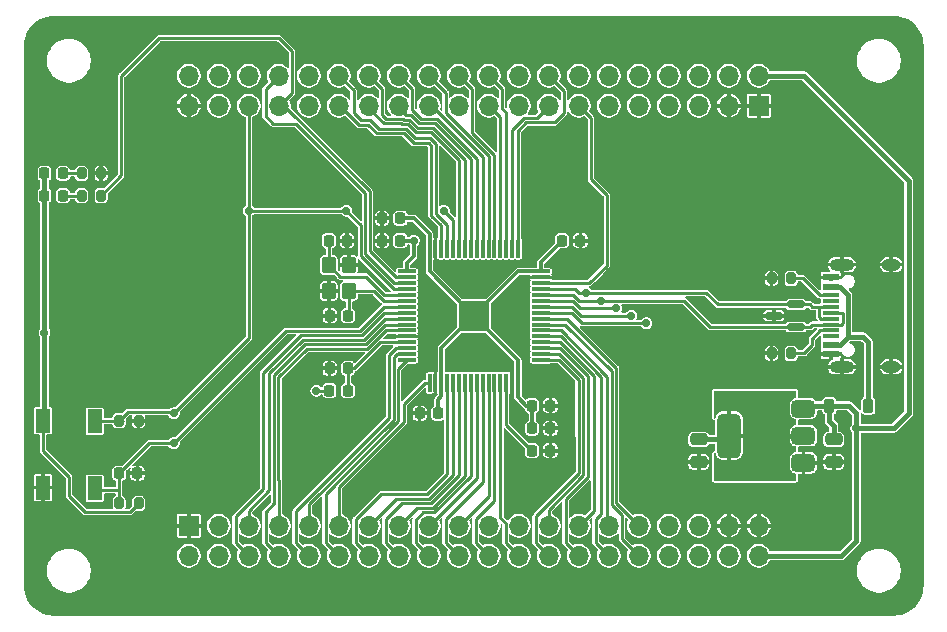
<source format=gbr>
G04 #@! TF.GenerationSoftware,KiCad,Pcbnew,9.0.2+dfsg-1*
G04 #@! TF.CreationDate,2025-05-30T20:00:10+08:00*
G04 #@! TF.ProjectId,mcustm32f402,6d637573-746d-4333-9266-3430322e6b69,a*
G04 #@! TF.SameCoordinates,PX57cf3f8PY8841978*
G04 #@! TF.FileFunction,Copper,L1,Top*
G04 #@! TF.FilePolarity,Positive*
%FSLAX46Y46*%
G04 Gerber Fmt 4.6, Leading zero omitted, Abs format (unit mm)*
G04 Created by KiCad (PCBNEW 9.0.2+dfsg-1) date 2025-05-30 20:00:10*
%MOMM*%
%LPD*%
G01*
G04 APERTURE LIST*
G04 Aperture macros list*
%AMRoundRect*
0 Rectangle with rounded corners*
0 $1 Rounding radius*
0 $2 $3 $4 $5 $6 $7 $8 $9 X,Y pos of 4 corners*
0 Add a 4 corners polygon primitive as box body*
4,1,4,$2,$3,$4,$5,$6,$7,$8,$9,$2,$3,0*
0 Add four circle primitives for the rounded corners*
1,1,$1+$1,$2,$3*
1,1,$1+$1,$4,$5*
1,1,$1+$1,$6,$7*
1,1,$1+$1,$8,$9*
0 Add four rect primitives between the rounded corners*
20,1,$1+$1,$2,$3,$4,$5,0*
20,1,$1+$1,$4,$5,$6,$7,0*
20,1,$1+$1,$6,$7,$8,$9,0*
20,1,$1+$1,$8,$9,$2,$3,0*%
G04 Aperture macros list end*
G04 #@! TA.AperFunction,SMDPad,CuDef*
%ADD10RoundRect,0.225000X-0.225000X-0.375000X0.225000X-0.375000X0.225000X0.375000X-0.225000X0.375000X0*%
G04 #@! TD*
G04 #@! TA.AperFunction,SMDPad,CuDef*
%ADD11R,1.450000X0.600000*%
G04 #@! TD*
G04 #@! TA.AperFunction,SMDPad,CuDef*
%ADD12R,1.450000X0.300000*%
G04 #@! TD*
G04 #@! TA.AperFunction,ComponentPad*
%ADD13O,2.100000X1.000000*%
G04 #@! TD*
G04 #@! TA.AperFunction,ComponentPad*
%ADD14O,1.600000X1.000000*%
G04 #@! TD*
G04 #@! TA.AperFunction,SMDPad,CuDef*
%ADD15RoundRect,0.225000X0.225000X0.250000X-0.225000X0.250000X-0.225000X-0.250000X0.225000X-0.250000X0*%
G04 #@! TD*
G04 #@! TA.AperFunction,SMDPad,CuDef*
%ADD16RoundRect,0.225000X-0.225000X-0.250000X0.225000X-0.250000X0.225000X0.250000X-0.225000X0.250000X0*%
G04 #@! TD*
G04 #@! TA.AperFunction,SMDPad,CuDef*
%ADD17RoundRect,0.375000X0.625000X0.375000X-0.625000X0.375000X-0.625000X-0.375000X0.625000X-0.375000X0*%
G04 #@! TD*
G04 #@! TA.AperFunction,SMDPad,CuDef*
%ADD18RoundRect,0.500000X0.500000X1.400000X-0.500000X1.400000X-0.500000X-1.400000X0.500000X-1.400000X0*%
G04 #@! TD*
G04 #@! TA.AperFunction,SMDPad,CuDef*
%ADD19RoundRect,0.250000X-0.475000X0.250000X-0.475000X-0.250000X0.475000X-0.250000X0.475000X0.250000X0*%
G04 #@! TD*
G04 #@! TA.AperFunction,SMDPad,CuDef*
%ADD20RoundRect,0.218750X0.218750X0.256250X-0.218750X0.256250X-0.218750X-0.256250X0.218750X-0.256250X0*%
G04 #@! TD*
G04 #@! TA.AperFunction,SMDPad,CuDef*
%ADD21RoundRect,0.200000X-0.200000X-0.275000X0.200000X-0.275000X0.200000X0.275000X-0.200000X0.275000X0*%
G04 #@! TD*
G04 #@! TA.AperFunction,SMDPad,CuDef*
%ADD22RoundRect,0.200000X0.200000X0.275000X-0.200000X0.275000X-0.200000X-0.275000X0.200000X-0.275000X0*%
G04 #@! TD*
G04 #@! TA.AperFunction,SMDPad,CuDef*
%ADD23RoundRect,0.250000X-0.350000X0.450000X-0.350000X-0.450000X0.350000X-0.450000X0.350000X0.450000X0*%
G04 #@! TD*
G04 #@! TA.AperFunction,ComponentPad*
%ADD24R,1.700000X1.700000*%
G04 #@! TD*
G04 #@! TA.AperFunction,ComponentPad*
%ADD25O,1.700000X1.700000*%
G04 #@! TD*
G04 #@! TA.AperFunction,SMDPad,CuDef*
%ADD26RoundRect,0.218750X-0.218750X-0.256250X0.218750X-0.256250X0.218750X0.256250X-0.218750X0.256250X0*%
G04 #@! TD*
G04 #@! TA.AperFunction,SMDPad,CuDef*
%ADD27R,1.200000X2.000000*%
G04 #@! TD*
G04 #@! TA.AperFunction,SMDPad,CuDef*
%ADD28RoundRect,0.075000X-0.700000X-0.075000X0.700000X-0.075000X0.700000X0.075000X-0.700000X0.075000X0*%
G04 #@! TD*
G04 #@! TA.AperFunction,SMDPad,CuDef*
%ADD29RoundRect,0.075000X-0.075000X-0.700000X0.075000X-0.700000X0.075000X0.700000X-0.075000X0.700000X0*%
G04 #@! TD*
G04 #@! TA.AperFunction,SMDPad,CuDef*
%ADD30RoundRect,0.150000X0.587500X0.150000X-0.587500X0.150000X-0.587500X-0.150000X0.587500X-0.150000X0*%
G04 #@! TD*
G04 #@! TA.AperFunction,ViaPad*
%ADD31C,0.700000*%
G04 #@! TD*
G04 #@! TA.AperFunction,Conductor*
%ADD32C,0.304800*%
G04 #@! TD*
G04 #@! TA.AperFunction,Conductor*
%ADD33C,0.228600*%
G04 #@! TD*
G04 #@! TA.AperFunction,Conductor*
%ADD34C,0.457200*%
G04 #@! TD*
G04 #@! TA.AperFunction,Conductor*
%ADD35C,0.381000*%
G04 #@! TD*
G04 APERTURE END LIST*
D10*
G04 #@! TO.P,D2,1,K*
G04 #@! TO.N,+5V*
X90425000Y33655000D03*
G04 #@! TO.P,D2,2,A*
G04 #@! TO.N,VBUS*
X93725000Y33655000D03*
G04 #@! TD*
D11*
G04 #@! TO.P,J1,A1,GND*
G04 #@! TO.N,GND*
X90570000Y38025000D03*
G04 #@! TO.P,J1,A4,VBUS*
G04 #@! TO.N,VBUS*
X90570000Y38825000D03*
D12*
G04 #@! TO.P,J1,A5,CC1*
G04 #@! TO.N,Net-(J1-CC1)*
X90570000Y40025000D03*
G04 #@! TO.P,J1,A6,D+*
G04 #@! TO.N,PA12*
X90570000Y41025000D03*
G04 #@! TO.P,J1,A7,D-*
G04 #@! TO.N,PA11*
X90570000Y41525000D03*
G04 #@! TO.P,J1,A8,SBU1*
G04 #@! TO.N,unconnected-(J1-SBU1-PadA8)*
X90570000Y42525000D03*
D11*
G04 #@! TO.P,J1,A9,VBUS*
G04 #@! TO.N,VBUS*
X90570000Y43725000D03*
G04 #@! TO.P,J1,A12,GND*
G04 #@! TO.N,GND*
X90570000Y44525000D03*
G04 #@! TO.P,J1,B1,GND*
X90570000Y44525000D03*
G04 #@! TO.P,J1,B4,VBUS*
G04 #@! TO.N,VBUS*
X90570000Y43725000D03*
D12*
G04 #@! TO.P,J1,B5,CC2*
G04 #@! TO.N,Net-(J1-CC2)*
X90570000Y43025000D03*
G04 #@! TO.P,J1,B6,D+*
G04 #@! TO.N,PA12*
X90570000Y42025000D03*
G04 #@! TO.P,J1,B7,D-*
G04 #@! TO.N,PA11*
X90570000Y40525000D03*
G04 #@! TO.P,J1,B8,SBU2*
G04 #@! TO.N,unconnected-(J1-SBU2-PadB8)*
X90570000Y39525000D03*
D11*
G04 #@! TO.P,J1,B9,VBUS*
G04 #@! TO.N,VBUS*
X90570000Y38825000D03*
G04 #@! TO.P,J1,B12,GND*
G04 #@! TO.N,GND*
X90570000Y38025000D03*
D13*
G04 #@! TO.P,J1,S1,SHIELD*
X91485000Y36955000D03*
D14*
X95665000Y36955000D03*
D13*
X91485000Y45595000D03*
D14*
X95665000Y45595000D03*
G04 #@! TD*
D15*
G04 #@! TO.P,C5,1*
G04 #@! TO.N,+3V3*
X54115000Y49530000D03*
G04 #@! TO.P,C5,2*
G04 #@! TO.N,GND*
X52565000Y49530000D03*
G04 #@! TD*
D16*
G04 #@! TO.P,C7,1*
G04 #@! TO.N,+3V3*
X67805000Y47625000D03*
G04 #@! TO.P,C7,2*
G04 #@! TO.N,GND*
X69355000Y47625000D03*
G04 #@! TD*
G04 #@! TO.P,C8,1*
G04 #@! TO.N,+3V3*
X65265000Y33655000D03*
G04 #@! TO.P,C8,2*
G04 #@! TO.N,GND*
X66815000Y33655000D03*
G04 #@! TD*
D15*
G04 #@! TO.P,C10,1*
G04 #@! TO.N,+3V3*
X57290000Y33020000D03*
G04 #@! TO.P,C10,2*
G04 #@! TO.N,GND*
X55740000Y33020000D03*
G04 #@! TD*
D17*
G04 #@! TO.P,U1,1,GND*
G04 #@! TO.N,GND*
X88240000Y28815000D03*
G04 #@! TO.P,U1,2,VO*
G04 #@! TO.N,+3V3*
X88240000Y31115000D03*
D18*
X81940000Y31115000D03*
D17*
G04 #@! TO.P,U1,3,VI*
G04 #@! TO.N,+5V*
X88240000Y33415000D03*
G04 #@! TD*
D19*
G04 #@! TO.P,C1,1*
G04 #@! TO.N,+5V*
X90805000Y30795000D03*
G04 #@! TO.P,C1,2*
G04 #@! TO.N,GND*
X90805000Y28895000D03*
G04 #@! TD*
D16*
G04 #@! TO.P,C6,1*
G04 #@! TO.N,NRST*
X30300000Y27940000D03*
G04 #@! TO.P,C6,2*
G04 #@! TO.N,GND*
X31850000Y27940000D03*
G04 #@! TD*
D20*
G04 #@! TO.P,D3,1,K*
G04 #@! TO.N,Net-(D3-K)*
X25552500Y53340000D03*
G04 #@! TO.P,D3,2,A*
G04 #@! TO.N,+3V3*
X23977500Y53340000D03*
G04 #@! TD*
G04 #@! TO.P,D4,1,K*
G04 #@! TO.N,Net-(D4-K)*
X25552500Y51435000D03*
G04 #@! TO.P,D4,2,A*
G04 #@! TO.N,+3V3*
X23977500Y51435000D03*
G04 #@! TD*
D21*
G04 #@! TO.P,R1,1*
G04 #@! TO.N,GND*
X85535000Y38100000D03*
G04 #@! TO.P,R1,2*
G04 #@! TO.N,Net-(J1-CC1)*
X87185000Y38100000D03*
G04 #@! TD*
G04 #@! TO.P,R2,1*
G04 #@! TO.N,GND*
X85535000Y44450000D03*
G04 #@! TO.P,R2,2*
G04 #@! TO.N,Net-(J1-CC2)*
X87185000Y44450000D03*
G04 #@! TD*
G04 #@! TO.P,R5,1*
G04 #@! TO.N,Net-(D3-K)*
X27115000Y53340000D03*
G04 #@! TO.P,R5,2*
G04 #@! TO.N,GND*
X28765000Y53340000D03*
G04 #@! TD*
G04 #@! TO.P,R6,1*
G04 #@! TO.N,Net-(D4-K)*
X27115000Y51435000D03*
G04 #@! TO.P,R6,2*
G04 #@! TO.N,PC13*
X28765000Y51435000D03*
G04 #@! TD*
D16*
G04 #@! TO.P,C11,1*
G04 #@! TO.N,Net-(U2-PH0)*
X48050000Y47625000D03*
G04 #@! TO.P,C11,2*
G04 #@! TO.N,GND*
X49600000Y47625000D03*
G04 #@! TD*
D15*
G04 #@! TO.P,C13,1*
G04 #@! TO.N,Net-(U2-PH1)*
X49670000Y41275000D03*
G04 #@! TO.P,C13,2*
G04 #@! TO.N,GND*
X48120000Y41275000D03*
G04 #@! TD*
D16*
G04 #@! TO.P,C4,1*
G04 #@! TO.N,+3V3*
X65265000Y31750000D03*
G04 #@! TO.P,C4,2*
G04 #@! TO.N,GND*
X66815000Y31750000D03*
G04 #@! TD*
G04 #@! TO.P,C14,1*
G04 #@! TO.N,Net-(U2-VCAP1)*
X65265000Y29845000D03*
G04 #@! TO.P,C14,2*
G04 #@! TO.N,GND*
X66815000Y29845000D03*
G04 #@! TD*
D22*
G04 #@! TO.P,R3,1*
G04 #@! TO.N,+3V3*
X31940000Y25400000D03*
G04 #@! TO.P,R3,2*
G04 #@! TO.N,NRST*
X30290000Y25400000D03*
G04 #@! TD*
D21*
G04 #@! TO.P,R4,1*
G04 #@! TO.N,BO0*
X30290000Y32385000D03*
G04 #@! TO.P,R4,2*
G04 #@! TO.N,GND*
X31940000Y32385000D03*
G04 #@! TD*
D23*
G04 #@! TO.P,Y1,1,1*
G04 #@! TO.N,Net-(U2-PH0)*
X48045000Y45550000D03*
G04 #@! TO.P,Y1,2,2*
G04 #@! TO.N,GND*
X48045000Y43350000D03*
G04 #@! TO.P,Y1,3,3*
G04 #@! TO.N,Net-(U2-PH1)*
X49745000Y43350000D03*
G04 #@! TO.P,Y1,4,4*
G04 #@! TO.N,GND*
X49745000Y45550000D03*
G04 #@! TD*
D19*
G04 #@! TO.P,C3,1*
G04 #@! TO.N,+3V3*
X79375000Y30795000D03*
G04 #@! TO.P,C3,2*
G04 #@! TO.N,GND*
X79375000Y28895000D03*
G04 #@! TD*
D15*
G04 #@! TO.P,C9,1*
G04 #@! TO.N,VA*
X49670000Y36830000D03*
G04 #@! TO.P,C9,2*
G04 #@! TO.N,GND*
X48120000Y36830000D03*
G04 #@! TD*
D24*
G04 #@! TO.P,J2,1,GND*
G04 #@! TO.N,GND*
X36195000Y23495000D03*
D25*
G04 #@! TO.P,J2,2,VA*
G04 #@! TO.N,VDDA*
X36195000Y20955000D03*
G04 #@! TO.P,J2,3,NRST*
G04 #@! TO.N,HNRST*
X38735000Y23495000D03*
G04 #@! TO.P,J2,4,BO0*
G04 #@! TO.N,HBO0*
X38735000Y20955000D03*
G04 #@! TO.P,J2,5,PC1*
G04 #@! TO.N,PC1*
X41275000Y23495000D03*
G04 #@! TO.P,J2,6,PC0*
G04 #@! TO.N,PC0*
X41275000Y20955000D03*
G04 #@! TO.P,J2,7,PC3*
G04 #@! TO.N,PC3*
X43815000Y23495000D03*
G04 #@! TO.P,J2,8,PC2*
G04 #@! TO.N,PC2*
X43815000Y20955000D03*
G04 #@! TO.P,J2,9,PA1*
G04 #@! TO.N,PA1*
X46355000Y23495000D03*
G04 #@! TO.P,J2,10,PA0*
G04 #@! TO.N,PA0*
X46355000Y20955000D03*
G04 #@! TO.P,J2,11,PA3*
G04 #@! TO.N,PA3*
X48895000Y23495000D03*
G04 #@! TO.P,J2,12,PA2*
G04 #@! TO.N,PA2*
X48895000Y20955000D03*
G04 #@! TO.P,J2,13,PA5*
G04 #@! TO.N,PA5*
X51435000Y23495000D03*
G04 #@! TO.P,J2,14,PA4*
G04 #@! TO.N,PA4*
X51435000Y20955000D03*
G04 #@! TO.P,J2,15,PA7*
G04 #@! TO.N,PA7*
X53975000Y23495000D03*
G04 #@! TO.P,J2,16,PA6*
G04 #@! TO.N,PA6*
X53975000Y20955000D03*
G04 #@! TO.P,J2,17,PC5*
G04 #@! TO.N,PC5*
X56515000Y23495000D03*
G04 #@! TO.P,J2,18,PC4*
G04 #@! TO.N,PC4*
X56515000Y20955000D03*
G04 #@! TO.P,J2,19,PB1*
G04 #@! TO.N,PB1*
X59055000Y23495000D03*
G04 #@! TO.P,J2,20,PB0*
G04 #@! TO.N,PB0*
X59055000Y20955000D03*
G04 #@! TO.P,J2,21,U0*
G04 #@! TO.N,unconnected-(J2-U0-Pad21)*
X61595000Y23495000D03*
G04 #@! TO.P,J2,22,PB2*
G04 #@! TO.N,PB2*
X61595000Y20955000D03*
G04 #@! TO.P,J2,23,PB11*
G04 #@! TO.N,unconnected-(J2-PB11-Pad23)*
X64135000Y23495000D03*
G04 #@! TO.P,J2,24,PB10*
G04 #@! TO.N,PB10*
X64135000Y20955000D03*
G04 #@! TO.P,J2,25,PB13*
G04 #@! TO.N,PB13*
X66675000Y23495000D03*
G04 #@! TO.P,J2,26,PB12*
G04 #@! TO.N,PB12*
X66675000Y20955000D03*
G04 #@! TO.P,J2,27,PB15*
G04 #@! TO.N,PB15*
X69215000Y23495000D03*
G04 #@! TO.P,J2,28,PB14*
G04 #@! TO.N,PB14*
X69215000Y20955000D03*
G04 #@! TO.P,J2,29,PC7*
G04 #@! TO.N,PC7*
X71755000Y23495000D03*
G04 #@! TO.P,J2,30,PC6*
G04 #@! TO.N,PC6*
X71755000Y20955000D03*
G04 #@! TO.P,J2,31,PC9*
G04 #@! TO.N,PC9*
X74295000Y23495000D03*
G04 #@! TO.P,J2,32,PC8*
G04 #@! TO.N,PC8*
X74295000Y20955000D03*
G04 #@! TO.P,J2,33,U2*
G04 #@! TO.N,unconnected-(J2-U2-Pad33)*
X76835000Y23495000D03*
G04 #@! TO.P,J2,34,U1*
G04 #@! TO.N,unconnected-(J2-U1-Pad34)*
X76835000Y20955000D03*
G04 #@! TO.P,J2,35,U4*
G04 #@! TO.N,unconnected-(J2-U4-Pad35)*
X79375000Y23495000D03*
G04 #@! TO.P,J2,36,U3*
G04 #@! TO.N,unconnected-(J2-U3-Pad36)*
X79375000Y20955000D03*
G04 #@! TO.P,J2,37,GND*
G04 #@! TO.N,GND*
X81915000Y23495000D03*
G04 #@! TO.P,J2,38,3.3V*
G04 #@! TO.N,+3V3*
X81915000Y20955000D03*
G04 #@! TO.P,J2,39,GND*
G04 #@! TO.N,GND*
X84455000Y23495000D03*
G04 #@! TO.P,J2,40,5V*
G04 #@! TO.N,+5V*
X84455000Y20955000D03*
G04 #@! TD*
D26*
G04 #@! TO.P,FB1,1*
G04 #@! TO.N,VDDA*
X48107500Y34925000D03*
G04 #@! TO.P,FB1,2*
G04 #@! TO.N,VA*
X49682500Y34925000D03*
G04 #@! TD*
D27*
G04 #@! TO.P,SW1,1,1*
G04 #@! TO.N,GND*
X23835000Y26720000D03*
G04 #@! TO.P,SW1,2,2*
G04 #@! TO.N,NRST*
X28235000Y26670000D03*
G04 #@! TD*
G04 #@! TO.P,SW2,1,1*
G04 #@! TO.N,BO0*
X28235000Y32335000D03*
G04 #@! TO.P,SW2,2,2*
G04 #@! TO.N,+3V3*
X23835000Y32385000D03*
G04 #@! TD*
D24*
G04 #@! TO.P,J3,1,GND*
G04 #@! TO.N,GND*
X84455000Y59055000D03*
D25*
G04 #@! TO.P,J3,2,5V*
G04 #@! TO.N,+5V*
X84455000Y61595000D03*
G04 #@! TO.P,J3,3,GND*
G04 #@! TO.N,GND*
X81915000Y59055000D03*
G04 #@! TO.P,J3,4,3.3V*
G04 #@! TO.N,+3V3*
X81915000Y61595000D03*
G04 #@! TO.P,J3,5,U16*
G04 #@! TO.N,unconnected-(J3-U16-Pad5)*
X79375000Y59055000D03*
G04 #@! TO.P,J3,6,U15*
G04 #@! TO.N,unconnected-(J3-U15-Pad6)*
X79375000Y61595000D03*
G04 #@! TO.P,J3,7,U14*
G04 #@! TO.N,unconnected-(J3-U14-Pad7)*
X76835000Y59055000D03*
G04 #@! TO.P,J3,8,U13*
G04 #@! TO.N,unconnected-(J3-U13-Pad8)*
X76835000Y61595000D03*
G04 #@! TO.P,J3,9,PA9*
G04 #@! TO.N,PA9*
X74295000Y59055000D03*
G04 #@! TO.P,J3,10,PA8*
G04 #@! TO.N,PA8*
X74295000Y61595000D03*
G04 #@! TO.P,J3,11,PA11*
G04 #@! TO.N,PA11*
X71755000Y59055000D03*
G04 #@! TO.P,J3,12,PA10*
G04 #@! TO.N,PA10*
X71755000Y61595000D03*
G04 #@! TO.P,J3,13,PA13*
G04 #@! TO.N,PA13*
X69215000Y59055000D03*
G04 #@! TO.P,J3,14,PA12*
G04 #@! TO.N,PA12*
X69215000Y61595000D03*
G04 #@! TO.P,J3,15,PA15*
G04 #@! TO.N,PA15*
X66675000Y59055000D03*
G04 #@! TO.P,J3,16,PA14*
G04 #@! TO.N,PA14*
X66675000Y61595000D03*
G04 #@! TO.P,J3,17,U12*
G04 #@! TO.N,unconnected-(J3-U12-Pad17)*
X64135000Y59055000D03*
G04 #@! TO.P,J3,18,U11*
G04 #@! TO.N,unconnected-(J3-U11-Pad18)*
X64135000Y61595000D03*
G04 #@! TO.P,J3,19,PC11*
G04 #@! TO.N,PC11*
X61595000Y59055000D03*
G04 #@! TO.P,J3,20,PC10*
G04 #@! TO.N,PC10*
X61595000Y61595000D03*
G04 #@! TO.P,J3,21,U8*
G04 #@! TO.N,unconnected-(J3-U8-Pad21)*
X59055000Y59055000D03*
G04 #@! TO.P,J3,22,PC12*
G04 #@! TO.N,PC12*
X59055000Y61595000D03*
G04 #@! TO.P,J3,23,PB3*
G04 #@! TO.N,PB3*
X56515000Y59055000D03*
G04 #@! TO.P,J3,24,PD2*
G04 #@! TO.N,PD2*
X56515000Y61595000D03*
G04 #@! TO.P,J3,25,PB5*
G04 #@! TO.N,PB5*
X53975000Y59055000D03*
G04 #@! TO.P,J3,26,PB4*
G04 #@! TO.N,PB4*
X53975000Y61595000D03*
G04 #@! TO.P,J3,27,PB7*
G04 #@! TO.N,PB7*
X51435000Y59055000D03*
G04 #@! TO.P,J3,28,PB6*
G04 #@! TO.N,PB6*
X51435000Y61595000D03*
G04 #@! TO.P,J3,29,PB9*
G04 #@! TO.N,PB9*
X48895000Y59055000D03*
G04 #@! TO.P,J3,30,PB8*
G04 #@! TO.N,PB8*
X48895000Y61595000D03*
G04 #@! TO.P,J3,31,U10*
G04 #@! TO.N,unconnected-(J3-U10-Pad31)*
X46355000Y59055000D03*
G04 #@! TO.P,J3,32,U9*
G04 #@! TO.N,unconnected-(J3-U9-Pad32)*
X46355000Y61595000D03*
G04 #@! TO.P,J3,33,PC13*
G04 #@! TO.N,PC13*
X43815000Y59055000D03*
G04 #@! TO.P,J3,34,PC14*
G04 #@! TO.N,PC14*
X43815000Y61595000D03*
G04 #@! TO.P,J3,35,PC15*
G04 #@! TO.N,BO0*
X41275000Y59055000D03*
G04 #@! TO.P,J3,36,U7*
G04 #@! TO.N,unconnected-(J3-U7-Pad36)*
X41275000Y61595000D03*
G04 #@! TO.P,J3,37,U6*
G04 #@! TO.N,unconnected-(J3-U6-Pad37)*
X38735000Y59055000D03*
G04 #@! TO.P,J3,38,U5*
G04 #@! TO.N,unconnected-(J3-U5-Pad38)*
X38735000Y61595000D03*
G04 #@! TO.P,J3,39,GND*
G04 #@! TO.N,GND*
X36195000Y59055000D03*
G04 #@! TO.P,J3,40,VB*
G04 #@! TO.N,VBAT*
X36195000Y61595000D03*
G04 #@! TD*
D15*
G04 #@! TO.P,C2,1*
G04 #@! TO.N,VBAT*
X54115000Y47625000D03*
G04 #@! TO.P,C2,2*
G04 #@! TO.N,GND*
X52565000Y47625000D03*
G04 #@! TD*
D28*
G04 #@! TO.P,U2,1,VBAT*
G04 #@! TO.N,VBAT*
X54650000Y45025000D03*
G04 #@! TO.P,U2,2,PC13*
G04 #@! TO.N,PC13*
X54650000Y44525000D03*
G04 #@! TO.P,U2,3,PC14*
G04 #@! TO.N,PC14*
X54650000Y44025000D03*
G04 #@! TO.P,U2,4,PC15*
G04 #@! TO.N,BO0*
X54650000Y43525000D03*
G04 #@! TO.P,U2,5,PH0*
G04 #@! TO.N,Net-(U2-PH0)*
X54650000Y43025000D03*
G04 #@! TO.P,U2,6,PH1*
G04 #@! TO.N,Net-(U2-PH1)*
X54650000Y42525000D03*
G04 #@! TO.P,U2,7,NRST*
G04 #@! TO.N,NRST*
X54650000Y42025000D03*
G04 #@! TO.P,U2,8,PC0*
G04 #@! TO.N,PC0*
X54650000Y41525000D03*
G04 #@! TO.P,U2,9,PC1*
G04 #@! TO.N,PC1*
X54650000Y41025000D03*
G04 #@! TO.P,U2,10,PC2*
G04 #@! TO.N,PC2*
X54650000Y40525000D03*
G04 #@! TO.P,U2,11,PC3*
G04 #@! TO.N,PC3*
X54650000Y40025000D03*
G04 #@! TO.P,U2,12,VSSA*
G04 #@! TO.N,GND*
X54650000Y39525000D03*
G04 #@! TO.P,U2,13,VREF+*
G04 #@! TO.N,VA*
X54650000Y39025000D03*
G04 #@! TO.P,U2,14,PA0*
G04 #@! TO.N,PA0*
X54650000Y38525000D03*
G04 #@! TO.P,U2,15,PA1*
G04 #@! TO.N,PA1*
X54650000Y38025000D03*
G04 #@! TO.P,U2,16,PA2*
G04 #@! TO.N,PA2*
X54650000Y37525000D03*
D29*
G04 #@! TO.P,U2,17,PA3*
G04 #@! TO.N,PA3*
X56575000Y35600000D03*
G04 #@! TO.P,U2,18,VSS*
G04 #@! TO.N,GND*
X57075000Y35600000D03*
G04 #@! TO.P,U2,19,VDD*
G04 #@! TO.N,+3V3*
X57575000Y35600000D03*
G04 #@! TO.P,U2,20,PA4*
G04 #@! TO.N,PA4*
X58075000Y35600000D03*
G04 #@! TO.P,U2,21,PA5*
G04 #@! TO.N,PA5*
X58575000Y35600000D03*
G04 #@! TO.P,U2,22,PA6*
G04 #@! TO.N,PA6*
X59075000Y35600000D03*
G04 #@! TO.P,U2,23,PA7*
G04 #@! TO.N,PA7*
X59575000Y35600000D03*
G04 #@! TO.P,U2,24,PC4*
G04 #@! TO.N,PC4*
X60075000Y35600000D03*
G04 #@! TO.P,U2,25,PC5*
G04 #@! TO.N,PC5*
X60575000Y35600000D03*
G04 #@! TO.P,U2,26,PB0*
G04 #@! TO.N,PB0*
X61075000Y35600000D03*
G04 #@! TO.P,U2,27,PB1*
G04 #@! TO.N,PB1*
X61575000Y35600000D03*
G04 #@! TO.P,U2,28,PB2*
G04 #@! TO.N,PB2*
X62075000Y35600000D03*
G04 #@! TO.P,U2,29,PB10*
G04 #@! TO.N,PB10*
X62575000Y35600000D03*
G04 #@! TO.P,U2,30,VCAP1*
G04 #@! TO.N,Net-(U2-VCAP1)*
X63075000Y35600000D03*
G04 #@! TO.P,U2,31,VSS*
G04 #@! TO.N,GND*
X63575000Y35600000D03*
G04 #@! TO.P,U2,32,VDD*
G04 #@! TO.N,+3V3*
X64075000Y35600000D03*
D28*
G04 #@! TO.P,U2,33,PB12*
G04 #@! TO.N,PB12*
X66000000Y37525000D03*
G04 #@! TO.P,U2,34,PB13*
G04 #@! TO.N,PB13*
X66000000Y38025000D03*
G04 #@! TO.P,U2,35,PB14*
G04 #@! TO.N,PB14*
X66000000Y38525000D03*
G04 #@! TO.P,U2,36,PB15*
G04 #@! TO.N,PB15*
X66000000Y39025000D03*
G04 #@! TO.P,U2,37,PC6*
G04 #@! TO.N,PC6*
X66000000Y39525000D03*
G04 #@! TO.P,U2,38,PC7*
G04 #@! TO.N,PC7*
X66000000Y40025000D03*
G04 #@! TO.P,U2,39,PC8*
G04 #@! TO.N,PC8*
X66000000Y40525000D03*
G04 #@! TO.P,U2,40,PC9*
G04 #@! TO.N,PC9*
X66000000Y41025000D03*
G04 #@! TO.P,U2,41,PA8*
G04 #@! TO.N,PA8*
X66000000Y41525000D03*
G04 #@! TO.P,U2,42,PA9*
G04 #@! TO.N,PA9*
X66000000Y42025000D03*
G04 #@! TO.P,U2,43,PA10*
G04 #@! TO.N,PA10*
X66000000Y42525000D03*
G04 #@! TO.P,U2,44,PA11*
G04 #@! TO.N,PA11*
X66000000Y43025000D03*
G04 #@! TO.P,U2,45,PA12*
G04 #@! TO.N,PA12*
X66000000Y43525000D03*
G04 #@! TO.P,U2,46,PA13*
G04 #@! TO.N,PA13*
X66000000Y44025000D03*
G04 #@! TO.P,U2,47,VSS*
G04 #@! TO.N,GND*
X66000000Y44525000D03*
G04 #@! TO.P,U2,48,VDD*
G04 #@! TO.N,+3V3*
X66000000Y45025000D03*
D29*
G04 #@! TO.P,U2,49,PA14*
G04 #@! TO.N,PA14*
X64075000Y46950000D03*
G04 #@! TO.P,U2,50,PA15*
G04 #@! TO.N,PA15*
X63575000Y46950000D03*
G04 #@! TO.P,U2,51,PC10*
G04 #@! TO.N,PC10*
X63075000Y46950000D03*
G04 #@! TO.P,U2,52,PC11*
G04 #@! TO.N,PC11*
X62575000Y46950000D03*
G04 #@! TO.P,U2,53,PC12*
G04 #@! TO.N,PC12*
X62075000Y46950000D03*
G04 #@! TO.P,U2,54,PD2*
G04 #@! TO.N,PD2*
X61575000Y46950000D03*
G04 #@! TO.P,U2,55,PB3*
G04 #@! TO.N,PB3*
X61075000Y46950000D03*
G04 #@! TO.P,U2,56,PB4*
G04 #@! TO.N,PB4*
X60575000Y46950000D03*
G04 #@! TO.P,U2,57,PB5*
G04 #@! TO.N,PB5*
X60075000Y46950000D03*
G04 #@! TO.P,U2,58,PB6*
G04 #@! TO.N,PB6*
X59575000Y46950000D03*
G04 #@! TO.P,U2,59,PB7*
G04 #@! TO.N,PB7*
X59075000Y46950000D03*
G04 #@! TO.P,U2,60,BOOT0*
G04 #@! TO.N,BO0*
X58575000Y46950000D03*
G04 #@! TO.P,U2,61,PB8*
G04 #@! TO.N,PB8*
X58075000Y46950000D03*
G04 #@! TO.P,U2,62,PB9*
G04 #@! TO.N,PB9*
X57575000Y46950000D03*
G04 #@! TO.P,U2,63,VSS*
G04 #@! TO.N,GND*
X57075000Y46950000D03*
G04 #@! TO.P,U2,64,VDD*
G04 #@! TO.N,+3V3*
X56575000Y46950000D03*
G04 #@! TD*
D30*
G04 #@! TO.P,D1,1,K*
G04 #@! TO.N,PA11*
X87600000Y40325000D03*
G04 #@! TO.P,D1,2,K*
G04 #@! TO.N,PA12*
X87600000Y42225000D03*
G04 #@! TO.P,D1,3,A*
G04 #@! TO.N,GND*
X85725000Y41275000D03*
G04 #@! TD*
D31*
G04 #@! TO.N,+3V3*
X86360000Y33020000D03*
X85090000Y33020000D03*
X83820000Y33020000D03*
X83820000Y29210000D03*
X85090000Y29210000D03*
X86360000Y29210000D03*
X59690000Y41910000D03*
X83820000Y31115000D03*
X23977500Y39852500D03*
X60960000Y41910000D03*
X85090000Y31115000D03*
X59690000Y40640000D03*
X86360000Y31115000D03*
X60960000Y40640000D03*
G04 #@! TO.N,GND*
X67310000Y36195000D03*
X64135000Y28575000D03*
X69215000Y25400000D03*
X64135000Y43815000D03*
X61595000Y57150000D03*
X65325000Y51775000D03*
X64135000Y41275000D03*
X56515000Y38735000D03*
X88265000Y26035000D03*
X60325000Y37465000D03*
X60325000Y39370000D03*
X60325000Y45085000D03*
X83820000Y41275000D03*
X80645000Y43815000D03*
X55245000Y36195000D03*
X90805000Y26035000D03*
X62230000Y41275000D03*
X90805000Y27305000D03*
X65405000Y55245000D03*
X62230000Y37465000D03*
X58420000Y41275000D03*
X80645000Y38100000D03*
X50165000Y51435000D03*
X65405000Y46355000D03*
X64135000Y38735000D03*
X64135000Y33020000D03*
X86995000Y26035000D03*
X56515000Y43815000D03*
X56515000Y41275000D03*
X46990000Y36830000D03*
X57785000Y51435000D03*
X55880000Y31750000D03*
X77470000Y41275000D03*
X60325000Y43180000D03*
X53340000Y50800000D03*
X89535000Y26035000D03*
G04 #@! TO.N,PA12*
X69850000Y43180000D03*
G04 #@! TO.N,PA11*
X71120000Y42545000D03*
G04 #@! TO.N,PA10*
X72390000Y41910000D03*
G04 #@! TO.N,PA9*
X73660000Y41275000D03*
G04 #@! TO.N,PA8*
X74930000Y40640000D03*
G04 #@! TO.N,NRST*
X34925000Y30480000D03*
G04 #@! TO.N,+5V*
X92710000Y31750000D03*
G04 #@! TO.N,BO0*
X34925000Y33020000D03*
X57785000Y50165000D03*
X41275000Y50165000D03*
X49530000Y50165000D03*
G04 #@! TO.N,VBAT*
X55245000Y47625000D03*
G04 #@! TO.N,VDDA*
X46990000Y34925000D03*
G04 #@! TD*
D32*
G04 #@! TO.N,+3V3*
X60960000Y40640000D02*
X64075000Y37525000D01*
D33*
X26068300Y27611700D02*
X26068300Y26001700D01*
D32*
X64075000Y37525000D02*
X64075000Y35600000D01*
X56575000Y45025000D02*
X56575000Y46950000D01*
X66000000Y45025000D02*
X66000000Y45820000D01*
X64770000Y33655000D02*
X64135000Y34290000D01*
X64075000Y34350000D02*
X64075000Y35600000D01*
D33*
X27411700Y24658300D02*
X31198300Y24658300D01*
X64075000Y34350000D02*
X64135000Y34290000D01*
X31198300Y24658300D02*
X31940000Y25400000D01*
D34*
X59690000Y41910000D02*
X60960000Y41910000D01*
D32*
X57290000Y34150000D02*
X57290000Y33020000D01*
X65265000Y33655000D02*
X64770000Y33655000D01*
X59690000Y41910000D02*
X56575000Y45025000D01*
X57575000Y35600000D02*
X57575000Y34435000D01*
D34*
X59690000Y40640000D02*
X59690000Y41910000D01*
D32*
X64075000Y45025000D02*
X60960000Y41910000D01*
X57575000Y34435000D02*
X57290000Y34150000D01*
D34*
X23977500Y53340000D02*
X23977500Y32527500D01*
D33*
X26068300Y26001700D02*
X27411700Y24658300D01*
D32*
X57575000Y38525000D02*
X59690000Y40640000D01*
X65265000Y33655000D02*
X65265000Y31750000D01*
D33*
X23835000Y32385000D02*
X23835000Y29845000D01*
D32*
X66000000Y45025000D02*
X64075000Y45025000D01*
X55245000Y49530000D02*
X54115000Y49530000D01*
D33*
X23835000Y29845000D02*
X26068300Y27611700D01*
D32*
X56575000Y46950000D02*
X56575000Y48200000D01*
D34*
X60960000Y41910000D02*
X60960000Y40640000D01*
X79375000Y30795000D02*
X81620000Y30795000D01*
D32*
X66000000Y45820000D02*
X67805000Y47625000D01*
X57575000Y35600000D02*
X57575000Y38525000D01*
D34*
X60960000Y40640000D02*
X59690000Y40640000D01*
X86360000Y31115000D02*
X88240000Y31115000D01*
D32*
X56575000Y48200000D02*
X55245000Y49530000D01*
D33*
G04 #@! TO.N,PB9*
X52114999Y56725001D02*
X54399999Y56725001D01*
X55245000Y55880000D02*
X56515000Y55880000D01*
X56741725Y49756725D02*
X57575000Y48923450D01*
X56515000Y55880000D02*
X56741725Y55653275D01*
X51405000Y57435000D02*
X52114999Y56725001D01*
X56741725Y55653275D02*
X56741725Y49756725D01*
X54399999Y56725001D02*
X55245000Y55880000D01*
X57575000Y48923450D02*
X57575000Y46950000D01*
X50645000Y57435000D02*
X51405000Y57435000D01*
X49025000Y59055000D02*
X50645000Y57435000D01*
G04 #@! TO.N,PB8*
X50140581Y60349419D02*
X48895000Y61595000D01*
X58075000Y48962280D02*
X57122736Y49914544D01*
X58075000Y46950000D02*
X58075000Y48962280D01*
X53922098Y57106012D02*
X52272818Y57106012D01*
X52272818Y57106012D02*
X51562819Y57816011D01*
X55307101Y56356009D02*
X54557608Y57105502D01*
X51562819Y57816011D02*
X50802819Y57816011D01*
X50802819Y57816011D02*
X50140581Y58478249D01*
X54557608Y57105502D02*
X53922608Y57105502D01*
X50140581Y58478249D02*
X50140581Y60349419D01*
X57122736Y49914544D02*
X57122736Y55811094D01*
X57122736Y55811094D02*
X56577821Y56356009D01*
X53922608Y57105502D02*
X53922098Y57106012D01*
X56577821Y56356009D02*
X55307101Y56356009D01*
G04 #@! TO.N,PB7*
X56719184Y56795266D02*
X55405954Y56795266D01*
X59075000Y54439450D02*
X56719184Y56795266D01*
X54202711Y57557289D02*
X52680371Y57557289D01*
X59075000Y46950000D02*
X59075000Y54439450D01*
X54273997Y57486003D02*
X54202711Y57557289D01*
X52680371Y57557289D02*
X51435000Y58802660D01*
X54715217Y57486003D02*
X54273997Y57486003D01*
X55405954Y56795266D02*
X54715217Y57486003D01*
G04 #@! TO.N,PB6*
X54432326Y57866504D02*
X54360530Y57938300D01*
X52551701Y58284789D02*
X52551701Y60478299D01*
X54360530Y57938300D02*
X52898190Y57938300D01*
X59575000Y46950000D02*
X59575000Y54477560D01*
X54872826Y57866504D02*
X54432326Y57866504D01*
X59575000Y54477560D02*
X56876283Y57176277D01*
X56876283Y57176277D02*
X55563053Y57176277D01*
X52551701Y60478299D02*
X51435000Y61595000D01*
X55563053Y57176277D02*
X54872826Y57866504D01*
X52898190Y57938300D02*
X52551701Y58284789D01*
G04 #@! TO.N,PB5*
X55720152Y57557288D02*
X55030435Y58247005D01*
X60075000Y46950000D02*
X60075000Y54515670D01*
X55030435Y58247005D02*
X54590655Y58247005D01*
X60075000Y54515670D02*
X57033382Y57557288D01*
X57033382Y57557288D02*
X55720152Y57557288D01*
X54590655Y58247005D02*
X53975000Y58862660D01*
G04 #@! TO.N,PB4*
X57190481Y57938299D02*
X60575000Y54553780D01*
X55091701Y58723849D02*
X55877251Y57938299D01*
X60575000Y54553780D02*
X60575000Y46950000D01*
X53975000Y61595000D02*
X55091701Y60478299D01*
X55877251Y57938299D02*
X57190481Y57938299D01*
X55091701Y60478299D02*
X55091701Y58723849D01*
G04 #@! TO.N,PB3*
X59685821Y56134499D02*
X56765320Y59055000D01*
X61075000Y46950000D02*
X61075000Y54746040D01*
X59686541Y56134499D02*
X59685821Y56134499D01*
X61075000Y54746040D02*
X59686541Y56134499D01*
G04 #@! TO.N,PD2*
X57938299Y58420851D02*
X61575000Y54784150D01*
X56515000Y61595000D02*
X57938299Y60171701D01*
X61575000Y54784150D02*
X61575000Y46950000D01*
X57938299Y60171701D02*
X57938299Y58420851D01*
G04 #@! TO.N,PC12*
X62075000Y54855000D02*
X62075000Y46950000D01*
X60171701Y56758299D02*
X62075000Y54855000D01*
X60171701Y60478299D02*
X60171701Y56758299D01*
X59055000Y61595000D02*
X60171701Y60478299D01*
G04 #@! TO.N,PC11*
X62575000Y46950000D02*
X62575000Y58075000D01*
X62575000Y58075000D02*
X61595000Y59055000D01*
G04 #@! TO.N,PC10*
X62711701Y60478299D02*
X61595000Y61595000D01*
X63075000Y58462282D02*
X62711701Y58825581D01*
X62711701Y58825581D02*
X62711701Y60478299D01*
X63075000Y46950000D02*
X63075000Y58462282D01*
G04 #@! TO.N,PA15*
X63575000Y56993830D02*
X64597181Y58016011D01*
X63575000Y46950000D02*
X63575000Y56993830D01*
X64597181Y58016011D02*
X65636011Y58016011D01*
X65636011Y58016011D02*
X66675000Y59055000D01*
G04 #@! TO.N,PA14*
X64075000Y46950000D02*
X64075000Y56955000D01*
X64755000Y57635000D02*
X67160000Y57635000D01*
X67945000Y58420000D02*
X67945000Y60325000D01*
X64075000Y56955000D02*
X64755000Y57635000D01*
X67945000Y60325000D02*
X66675000Y61595000D01*
X67160000Y57635000D02*
X67945000Y58420000D01*
G04 #@! TO.N,PA13*
X70231009Y52868991D02*
X70231009Y58038991D01*
X66000000Y44025000D02*
X70075000Y44025000D01*
X71575000Y45525000D02*
X71575000Y51525000D01*
X70231009Y58038991D02*
X69215000Y59055000D01*
X71575000Y51525000D02*
X70231009Y52868991D01*
X70075000Y44025000D02*
X71575000Y45525000D01*
G04 #@! TO.N,PA12*
X90570000Y42025000D02*
X89616400Y42025000D01*
X66000000Y43525000D02*
X68925000Y43525000D01*
X88995062Y42025000D02*
X88795062Y42225000D01*
X69270000Y43180000D02*
X68925000Y43525000D01*
X89616400Y42025000D02*
X89578299Y41986899D01*
X69850000Y43180000D02*
X80010000Y43180000D01*
X80010000Y43180000D02*
X80965000Y42225000D01*
X89578299Y41161639D02*
X89714938Y41025000D01*
X90570000Y42025000D02*
X88995062Y42025000D01*
X89714938Y41025000D02*
X90570000Y41025000D01*
X88795062Y42225000D02*
X87600000Y42225000D01*
X80965000Y42225000D02*
X87600000Y42225000D01*
X89578299Y41986899D02*
X89578299Y41161639D01*
X69850000Y43180000D02*
X69270000Y43180000D01*
G04 #@! TO.N,PA11*
X68735000Y43025000D02*
X69215000Y42545000D01*
X91561701Y40661639D02*
X91425062Y40525000D01*
X91561701Y41486899D02*
X91561701Y40661639D01*
X87600000Y40325000D02*
X88800000Y40325000D01*
X66000000Y43025000D02*
X68735000Y43025000D01*
X90570000Y41525000D02*
X91523600Y41525000D01*
X88800000Y40325000D02*
X89000000Y40525000D01*
X69215000Y42545000D02*
X78105000Y42545000D01*
X90570000Y40525000D02*
X89000000Y40525000D01*
X91523600Y41525000D02*
X91561701Y41486899D01*
X80325000Y40325000D02*
X87600000Y40325000D01*
X91425062Y40525000D02*
X90570000Y40525000D01*
X78105000Y42545000D02*
X80325000Y40325000D01*
G04 #@! TO.N,PA10*
X69311170Y41910000D02*
X72390000Y41910000D01*
X68696170Y42525000D02*
X69311170Y41910000D01*
X66000000Y42525000D02*
X68696170Y42525000D01*
G04 #@! TO.N,PA9*
X66000000Y42025000D02*
X68657340Y42025000D01*
X69407340Y41275000D02*
X73660000Y41275000D01*
X68657340Y42025000D02*
X69407340Y41275000D01*
G04 #@! TO.N,PA8*
X69503510Y40640000D02*
X74930000Y40640000D01*
X66000000Y41525000D02*
X68618510Y41525000D01*
X68618510Y41525000D02*
X69503510Y40640000D01*
G04 #@! TO.N,PC9*
X72390000Y36830000D02*
X72390000Y25400000D01*
X66000000Y41025000D02*
X68195000Y41025000D01*
X72390000Y25400000D02*
X74295000Y23495000D01*
X68195000Y41025000D02*
X72390000Y36830000D01*
G04 #@! TO.N,PC8*
X66000000Y40525000D02*
X68060000Y40525000D01*
X68060000Y40525000D02*
X72008989Y36576011D01*
X72008989Y25242181D02*
X72871701Y24379469D01*
X72871701Y22378299D02*
X74295000Y20955000D01*
X72008989Y36576011D02*
X72008989Y25242181D01*
X72871701Y24379469D02*
X72871701Y22378299D01*
G04 #@! TO.N,PC7*
X71627978Y36118890D02*
X71627978Y23622022D01*
X67721868Y40025000D02*
X71627978Y36118890D01*
X66000000Y40025000D02*
X67721868Y40025000D01*
G04 #@! TO.N,PC6*
X70638299Y24031017D02*
X70638299Y22071701D01*
X71120000Y36088038D02*
X71120000Y24512718D01*
X66000000Y39525000D02*
X67683038Y39525000D01*
X70638299Y22071701D02*
X71755000Y20955000D01*
X67683038Y39525000D02*
X71120000Y36088038D01*
X71120000Y24512718D02*
X70638299Y24031017D01*
G04 #@! TO.N,PB15*
X70474206Y24754206D02*
X69215000Y23495000D01*
X67644206Y39025000D02*
X70474206Y36195000D01*
X66000000Y39025000D02*
X67644206Y39025000D01*
X70474206Y36195000D02*
X70474206Y24754206D01*
G04 #@! TO.N,PB14*
X69976002Y36154374D02*
X69976002Y27624782D01*
X66000000Y38525000D02*
X67605376Y38525000D01*
X68098299Y22071701D02*
X69215000Y20955000D01*
X67605376Y38525000D02*
X69976002Y36154374D01*
X69976002Y27624782D02*
X68098299Y25747079D01*
X68098299Y25747079D02*
X68098299Y22071701D01*
G04 #@! TO.N,PB13*
X69595501Y35996045D02*
X69595501Y27782391D01*
X66675000Y24861890D02*
X66675000Y23495000D01*
X66000000Y38025000D02*
X67566546Y38025000D01*
X67566546Y38025000D02*
X69595501Y35996045D01*
X69595501Y27782391D02*
X66675000Y24861890D01*
G04 #@! TO.N,PB12*
X65558299Y22071701D02*
X66675000Y20955000D01*
X67527717Y37525000D02*
X69196701Y35856015D01*
X69215000Y31078402D02*
X69215000Y27940000D01*
X69196701Y31096701D02*
X69215000Y31078402D01*
X65558299Y24283299D02*
X65558299Y22071701D01*
X66000000Y37525000D02*
X67527717Y37525000D01*
X69196701Y35856015D02*
X69196701Y31096701D01*
X69215000Y27940000D02*
X65558299Y24283299D01*
G04 #@! TO.N,PB10*
X62575000Y24167718D02*
X63018299Y23724419D01*
X62575000Y35600000D02*
X62575000Y24167718D01*
X63018299Y22071701D02*
X64135000Y20955000D01*
X63018299Y23724419D02*
X63018299Y22071701D01*
G04 #@! TO.N,PB2*
X62075000Y35600000D02*
X62075000Y25627718D01*
X62075000Y25627718D02*
X60478299Y24031017D01*
X60478299Y24031017D02*
X60478299Y22071701D01*
X60478299Y22071701D02*
X61595000Y20955000D01*
G04 #@! TO.N,PB1*
X61575000Y35600000D02*
X61575000Y26015000D01*
X61575000Y26015000D02*
X59055000Y23495000D01*
G04 #@! TO.N,PB0*
X57938299Y22071701D02*
X59055000Y20955000D01*
X61075000Y27167718D02*
X57938299Y24031017D01*
X57938299Y24031017D02*
X57938299Y22071701D01*
X61075000Y35600000D02*
X61075000Y27167718D01*
G04 #@! TO.N,PC5*
X60575000Y35600000D02*
X60575000Y27555000D01*
X60575000Y27555000D02*
X56515000Y23495000D01*
G04 #@! TO.N,PC4*
X56030436Y24617996D02*
X55398299Y23985859D01*
X55398299Y23985859D02*
X55398299Y22071701D01*
X60075000Y27702560D02*
X56990436Y24617996D01*
X60075000Y35600000D02*
X60075000Y27702560D01*
X55398299Y22071701D02*
X56515000Y20955000D01*
X56990436Y24617996D02*
X56030436Y24617996D01*
G04 #@! TO.N,PA7*
X59575000Y27740670D02*
X56832827Y24998497D01*
X55478497Y24998497D02*
X53975000Y23495000D01*
X59575000Y35600000D02*
X59575000Y27740670D01*
X56832827Y24998497D02*
X55478497Y24998497D01*
G04 #@! TO.N,PA6*
X54206280Y25378998D02*
X52858299Y24031017D01*
X56675218Y25378998D02*
X54206280Y25378998D01*
X59075000Y35600000D02*
X59075000Y27778780D01*
X59075000Y27778780D02*
X56675218Y25378998D01*
X52858299Y22071701D02*
X53975000Y20955000D01*
X52858299Y24031017D02*
X52858299Y22071701D01*
G04 #@! TO.N,PA5*
X58575000Y35600000D02*
X58575000Y27816890D01*
X56517609Y25759499D02*
X53699499Y25759499D01*
X53699499Y25759499D02*
X51435000Y23495000D01*
X58575000Y27816890D02*
X56517609Y25759499D01*
G04 #@! TO.N,PA4*
X58075000Y27855000D02*
X56360000Y26140000D01*
X50318299Y22071701D02*
X51435000Y20955000D01*
X50318299Y24031017D02*
X50318299Y22071701D01*
X56360000Y26140000D02*
X52427282Y26140000D01*
X58075000Y35600000D02*
X58075000Y27855000D01*
X52427282Y26140000D02*
X50318299Y24031017D01*
G04 #@! TO.N,PA3*
X54400000Y32240000D02*
X54400000Y33810000D01*
X54400000Y33810000D02*
X56190000Y35600000D01*
X48895000Y26735000D02*
X54400000Y32240000D01*
X56190000Y35600000D02*
X56575000Y35600000D01*
X48895000Y23495000D02*
X48895000Y26735000D01*
G04 #@! TO.N,PA2*
X54650000Y37525000D02*
X53911145Y36786145D01*
X53911145Y36786145D02*
X53911145Y32321145D01*
X47778299Y26188299D02*
X47778299Y22071701D01*
X53911145Y32321145D02*
X47778299Y26188299D01*
X47778299Y22071701D02*
X48895000Y20955000D01*
G04 #@! TO.N,PA1*
X46355000Y25304550D02*
X46355000Y23495000D01*
X53807980Y38025000D02*
X53530644Y37747664D01*
X53530644Y37747664D02*
X53530644Y32480194D01*
X54650000Y38025000D02*
X53807980Y38025000D01*
X53530644Y32480194D02*
X46355000Y25304550D01*
G04 #@! TO.N,PA0*
X53150143Y32637803D02*
X45238299Y24725959D01*
X54650000Y38525000D02*
X53769150Y38525000D01*
X53769150Y38525000D02*
X53150143Y37905993D01*
X53150143Y37905993D02*
X53150143Y32637803D01*
X45238299Y24725959D02*
X45238299Y22071701D01*
X45238299Y22071701D02*
X46355000Y20955000D01*
G04 #@! TO.N,PC3*
X46180501Y38480501D02*
X43780501Y36080501D01*
X52867440Y40025000D02*
X51322941Y38480501D01*
X43780501Y36080501D02*
X43780501Y27389499D01*
X51322941Y38480501D02*
X46180501Y38480501D01*
X54650000Y40025000D02*
X52867440Y40025000D01*
X43815000Y27355000D02*
X43815000Y23495000D01*
X43780501Y27389499D02*
X43815000Y27355000D01*
G04 #@! TO.N,PC2*
X42698299Y24660189D02*
X42698299Y22071701D01*
X43400000Y25718110D02*
X43420501Y25697609D01*
X43420501Y25697609D02*
X43420501Y25382391D01*
X54650000Y40525000D02*
X52829330Y40525000D01*
X43400000Y36251890D02*
X43400000Y25718110D01*
X43420501Y25382391D02*
X42698299Y24660189D01*
X42698299Y22071701D02*
X43815000Y20955000D01*
X51165332Y38861002D02*
X46009112Y38861002D01*
X52829330Y40525000D02*
X51165332Y38861002D01*
X46009112Y38861002D02*
X43400000Y36251890D01*
G04 #@! TO.N,PC1*
X51007723Y39241503D02*
X45851503Y39241503D01*
X41275000Y24776890D02*
X41275000Y23495000D01*
X52791220Y41025000D02*
X51007723Y39241503D01*
X43000501Y36390501D02*
X43000501Y26502391D01*
X43000501Y26502391D02*
X41275000Y24776890D01*
X45851503Y39241503D02*
X43000501Y36390501D01*
X54650000Y41025000D02*
X52791220Y41025000D01*
G04 #@! TO.N,PC0*
X52753110Y41525000D02*
X50850114Y39622004D01*
X42510000Y36450000D02*
X42510000Y26630000D01*
X45682004Y39622004D02*
X42510000Y36450000D01*
X54650000Y41525000D02*
X52753110Y41525000D01*
X50850114Y39622004D02*
X45682004Y39622004D01*
X40158300Y24278300D02*
X40158300Y22071700D01*
X40158300Y22071700D02*
X41275000Y20955000D01*
X42510000Y26630000D02*
X40158300Y24278300D01*
G04 #@! TO.N,NRST*
X44447505Y40002505D02*
X34925000Y30480000D01*
X54650000Y42025000D02*
X52715000Y42025000D01*
X30300000Y26490000D02*
X28415000Y26490000D01*
X32840000Y30480000D02*
X34925000Y30480000D01*
X30300000Y26490000D02*
X30300000Y25410000D01*
X30300000Y27940000D02*
X32840000Y30480000D01*
X30300000Y27940000D02*
X30300000Y26490000D01*
X52715000Y42025000D02*
X50692505Y40002505D01*
X50692505Y40002505D02*
X44447505Y40002505D01*
G04 #@! TO.N,PC14*
X42698299Y58169811D02*
X42698299Y60478299D01*
X51137812Y51635298D02*
X45242609Y57530501D01*
X53583452Y44025000D02*
X51137812Y46470640D01*
X43337609Y57530501D02*
X42698299Y58169811D01*
X45242609Y57530501D02*
X43337609Y57530501D01*
X51137812Y46470640D02*
X51137812Y51635298D01*
X54650000Y44025000D02*
X53583452Y44025000D01*
X42698299Y60478299D02*
X43815000Y61595000D01*
G04 #@! TO.N,PC13*
X51518313Y46717471D02*
X51518313Y51792907D01*
X30480000Y53150000D02*
X28765000Y51435000D01*
X54650000Y44525000D02*
X53710784Y44525000D01*
X30480000Y61595000D02*
X30480000Y53150000D01*
X51518313Y51792907D02*
X44256220Y59055000D01*
X43815000Y59055000D02*
X44931700Y60171700D01*
X44931700Y60171700D02*
X44931700Y63653300D01*
X53710784Y44525000D02*
X51518313Y46717471D01*
X44931700Y63653300D02*
X43815000Y64770000D01*
X33655000Y64770000D02*
X30480000Y61595000D01*
X43815000Y64770000D02*
X33655000Y64770000D01*
D34*
G04 #@! TO.N,+5V*
X84455000Y20955000D02*
X91440000Y20955000D01*
X90425000Y33655000D02*
X92075000Y33655000D01*
X90805000Y30795000D02*
X90805000Y31960000D01*
X97155000Y52705000D02*
X97155000Y33020000D01*
X97155000Y33020000D02*
X95885000Y31750000D01*
X91440000Y20955000D02*
X92710000Y22225000D01*
X90425000Y33655000D02*
X90425000Y32340000D01*
X84455000Y61595000D02*
X88265000Y61595000D01*
X92710000Y22225000D02*
X92710000Y31750000D01*
X88265000Y61595000D02*
X97155000Y52705000D01*
X90805000Y31960000D02*
X90425000Y32340000D01*
X92710000Y33020000D02*
X92710000Y31750000D01*
X90425000Y33655000D02*
X88480000Y33655000D01*
X92075000Y33655000D02*
X92710000Y33020000D01*
X95885000Y31750000D02*
X92710000Y31750000D01*
D33*
G04 #@! TO.N,Net-(U2-PH0)*
X54650000Y43025000D02*
X52763110Y43025000D01*
X49011700Y44583300D02*
X48045000Y45550000D01*
X52763110Y43025000D02*
X51204810Y44583300D01*
X51204810Y44583300D02*
X49011700Y44583300D01*
X48045000Y45550000D02*
X48045000Y47620000D01*
D35*
G04 #@! TO.N,VBUS*
X92018912Y43068310D02*
X92018912Y39481690D01*
X91362222Y43725000D02*
X92018912Y43068310D01*
X92018912Y39481690D02*
X91362222Y38825000D01*
D34*
X93725000Y39065000D02*
X93725000Y33655000D01*
X92018912Y39481690D02*
X93308310Y39481690D01*
X93308310Y39481690D02*
X93725000Y39065000D01*
D35*
X90570000Y43725000D02*
X91362222Y43725000D01*
X91362222Y38825000D02*
X90570000Y38825000D01*
D33*
G04 #@! TO.N,Net-(U2-PH1)*
X51900000Y43350000D02*
X52725000Y42525000D01*
X49745000Y43350000D02*
X49745000Y41350000D01*
X54650000Y42525000D02*
X52725000Y42525000D01*
X49745000Y43350000D02*
X51900000Y43350000D01*
G04 #@! TO.N,BO0*
X31031700Y33126700D02*
X30290000Y32385000D01*
X34925000Y33020000D02*
X41275000Y39370000D01*
X50757311Y48937689D02*
X49530000Y50165000D01*
X41275000Y50150000D02*
X49515000Y50150000D01*
X41275000Y59055000D02*
X41275000Y50165000D01*
X50757311Y46312311D02*
X50757311Y48937689D01*
X34925000Y33020000D02*
X34818300Y33126700D01*
X53544622Y43525000D02*
X54650000Y43525000D01*
X34818300Y33126700D02*
X31031700Y33126700D01*
X41275000Y50165000D02*
X41275000Y50150000D01*
X50757311Y46312311D02*
X53544622Y43525000D01*
X30605000Y32385000D02*
X28285000Y32385000D01*
X41275000Y39370000D02*
X41275000Y50150000D01*
X58575000Y46950000D02*
X58575000Y49375000D01*
X58575000Y49375000D02*
X57785000Y50165000D01*
D32*
G04 #@! TO.N,VBAT*
X54650000Y45760000D02*
X55245000Y46355000D01*
X55245000Y46355000D02*
X55245000Y47625000D01*
X54115000Y47625000D02*
X55245000Y47625000D01*
X54650000Y45025000D02*
X54650000Y45760000D01*
D33*
G04 #@! TO.N,Net-(U2-VCAP1)*
X63075000Y32035000D02*
X65265000Y29845000D01*
X63075000Y35600000D02*
X63075000Y32035000D01*
G04 #@! TO.N,Net-(D4-K)*
X25552500Y51435000D02*
X27115000Y51435000D01*
G04 #@! TO.N,Net-(D3-K)*
X25552500Y53340000D02*
X27115000Y53340000D01*
G04 #@! TO.N,Net-(J1-CC1)*
X88930700Y39339300D02*
X89616400Y40025000D01*
X89616400Y40025000D02*
X90570000Y40025000D01*
X88265000Y38100000D02*
X88930700Y38765700D01*
X87185000Y38100000D02*
X88265000Y38100000D01*
X88930700Y38765700D02*
X88930700Y39339300D01*
G04 #@! TO.N,Net-(J1-CC2)*
X87185000Y44450000D02*
X88191400Y44450000D01*
X89616400Y43025000D02*
X90570000Y43025000D01*
X88191400Y44450000D02*
X89616400Y43025000D01*
G04 #@! TO.N,VA*
X54650000Y39025000D02*
X52407670Y39025000D01*
X52407670Y39025000D02*
X50212670Y36830000D01*
X49670000Y36970000D02*
X49670000Y34925000D01*
X50212670Y36830000D02*
X49670000Y36830000D01*
G04 #@! TO.N,VDDA*
X48107500Y34925000D02*
X46990000Y34925000D01*
G04 #@! TD*
G04 #@! TA.AperFunction,Conductor*
G04 #@! TO.N,+3V3*
G36*
X61568138Y42527407D02*
G01*
X61593858Y42482858D01*
X61595000Y42469800D01*
X61595000Y40080200D01*
X61577407Y40031862D01*
X61532858Y40006142D01*
X61519800Y40005000D01*
X59130200Y40005000D01*
X59081862Y40022593D01*
X59056142Y40067142D01*
X59055000Y40080200D01*
X59055000Y42469800D01*
X59072593Y42518138D01*
X59117142Y42543858D01*
X59130200Y42545000D01*
X61519800Y42545000D01*
X61568138Y42527407D01*
G37*
G04 #@! TD.AperFunction*
G04 #@! TD*
G04 #@! TA.AperFunction,Conductor*
G04 #@! TO.N,+3V3*
G36*
X87603138Y34907407D02*
G01*
X87628858Y34862858D01*
X87630000Y34849800D01*
X87630000Y34391374D01*
X87612407Y34343036D01*
X87567858Y34317316D01*
X87563766Y34316710D01*
X87488835Y34307712D01*
X87353838Y34254477D01*
X87238209Y34166791D01*
X87150523Y34051162D01*
X87097288Y33916166D01*
X87087100Y33831327D01*
X87087100Y32998675D01*
X87097288Y32913836D01*
X87150523Y32778839D01*
X87150524Y32778838D01*
X87238209Y32663209D01*
X87353838Y32575524D01*
X87488837Y32522288D01*
X87563766Y32513290D01*
X87609661Y32490058D01*
X87629886Y32442761D01*
X87630000Y32438626D01*
X87630000Y32090869D01*
X87612407Y32042531D01*
X87567858Y32016811D01*
X87563766Y32016205D01*
X87488956Y32007222D01*
X87354087Y31954036D01*
X87354082Y31954033D01*
X87238565Y31866435D01*
X87150967Y31750918D01*
X87150964Y31750913D01*
X87097778Y31616044D01*
X87087600Y31531288D01*
X87087600Y31267400D01*
X87630000Y31267400D01*
X87630000Y30962600D01*
X87087601Y30962600D01*
X87087601Y30698714D01*
X87097778Y30613957D01*
X87150964Y30479088D01*
X87150967Y30479083D01*
X87238565Y30363566D01*
X87354082Y30275968D01*
X87354087Y30275965D01*
X87488956Y30222779D01*
X87563766Y30213795D01*
X87609661Y30190564D01*
X87629886Y30143267D01*
X87630000Y30139131D01*
X87630000Y29791374D01*
X87612407Y29743036D01*
X87567858Y29717316D01*
X87563766Y29716710D01*
X87488835Y29707712D01*
X87353838Y29654477D01*
X87238209Y29566791D01*
X87150523Y29451162D01*
X87097288Y29316166D01*
X87087100Y29231327D01*
X87087100Y28398675D01*
X87097288Y28313836D01*
X87150523Y28178839D01*
X87150524Y28178838D01*
X87238209Y28063209D01*
X87353838Y27975524D01*
X87488837Y27922288D01*
X87563766Y27913290D01*
X87609661Y27890058D01*
X87629886Y27842761D01*
X87630000Y27838626D01*
X87630000Y27380200D01*
X87612407Y27331862D01*
X87567858Y27306142D01*
X87554800Y27305000D01*
X80720200Y27305000D01*
X80671862Y27322593D01*
X80646142Y27367142D01*
X80645000Y27380200D01*
X80645000Y29584601D01*
X80662593Y29632939D01*
X80707142Y29658659D01*
X80757800Y29649726D01*
X80790865Y29610321D01*
X80792414Y29605581D01*
X80836498Y29453843D01*
X80920406Y29311962D01*
X80920412Y29311955D01*
X81036954Y29195413D01*
X81036961Y29195407D01*
X81178842Y29111499D01*
X81337128Y29065512D01*
X81337139Y29065510D01*
X81374115Y29062601D01*
X81787600Y29062601D01*
X82092400Y29062601D01*
X82505876Y29062601D01*
X82505889Y29062602D01*
X82542865Y29065511D01*
X82542868Y29065511D01*
X82701157Y29111499D01*
X82843038Y29195407D01*
X82843045Y29195413D01*
X82959587Y29311955D01*
X82959593Y29311962D01*
X83043501Y29453843D01*
X83089488Y29612129D01*
X83089490Y29612140D01*
X83092399Y29649112D01*
X83092400Y29649121D01*
X83092400Y30962600D01*
X82092400Y30962600D01*
X82092400Y29062601D01*
X81787600Y29062601D01*
X81787600Y31267400D01*
X82092400Y31267400D01*
X83092399Y31267400D01*
X83092399Y32580876D01*
X83092398Y32580890D01*
X83089489Y32617866D01*
X83089489Y32617869D01*
X83043501Y32776158D01*
X82959593Y32918039D01*
X82959587Y32918046D01*
X82843045Y33034588D01*
X82843038Y33034594D01*
X82701157Y33118502D01*
X82542871Y33164489D01*
X82542860Y33164491D01*
X82505888Y33167400D01*
X82092400Y33167400D01*
X82092400Y31267400D01*
X81787600Y31267400D01*
X81787600Y33167400D01*
X81374124Y33167400D01*
X81374110Y33167399D01*
X81337134Y33164490D01*
X81337131Y33164490D01*
X81178842Y33118502D01*
X81036961Y33034594D01*
X81036954Y33034588D01*
X80920412Y32918046D01*
X80920406Y32918039D01*
X80836498Y32776158D01*
X80792414Y32624420D01*
X80762033Y32582910D01*
X80712078Y32570640D01*
X80665924Y32593351D01*
X80645165Y32640416D01*
X80645000Y32645400D01*
X80645000Y34849800D01*
X80662593Y34898138D01*
X80707142Y34923858D01*
X80720200Y34925000D01*
X87554800Y34925000D01*
X87603138Y34907407D01*
G37*
G04 #@! TD.AperFunction*
G04 #@! TD*
G04 #@! TA.AperFunction,Conductor*
G04 #@! TO.N,GND*
G36*
X70174939Y27357960D02*
G01*
X70204444Y27315823D01*
X70207006Y27296360D01*
X70207006Y24896033D01*
X70189413Y24847695D01*
X70184980Y24842859D01*
X69750916Y24408796D01*
X69704296Y24387056D01*
X69668964Y24392494D01*
X69507538Y24459358D01*
X69507537Y24459359D01*
X69313778Y24497900D01*
X69313777Y24497900D01*
X69116223Y24497900D01*
X69116222Y24497900D01*
X68922462Y24459359D01*
X68922461Y24459358D01*
X68739950Y24383760D01*
X68575682Y24274000D01*
X68575681Y24273999D01*
X68493873Y24192190D01*
X68447253Y24170450D01*
X68397566Y24183764D01*
X68368061Y24225901D01*
X68365499Y24245364D01*
X68365499Y25605253D01*
X68383092Y25653591D01*
X68387525Y25658427D01*
X70078632Y27349534D01*
X70125252Y27371274D01*
X70174939Y27357960D01*
G37*
G04 #@! TD.AperFunction*
G04 #@! TA.AperFunction,Conductor*
G36*
X79916512Y42895207D02*
G01*
X79921348Y42890774D01*
X80738479Y42073643D01*
X80813643Y41998479D01*
X80911851Y41957800D01*
X86684136Y41957800D01*
X86732474Y41940207D01*
X86752929Y41912974D01*
X86758279Y41900856D01*
X86758282Y41900852D01*
X86838351Y41820783D01*
X86838354Y41820781D01*
X86838355Y41820780D01*
X86941950Y41775038D01*
X86967274Y41772100D01*
X86967276Y41772100D01*
X88232724Y41772100D01*
X88232726Y41772100D01*
X88258050Y41775038D01*
X88361645Y41820780D01*
X88441720Y41900855D01*
X88447071Y41912975D01*
X88450003Y41916030D01*
X88450739Y41920200D01*
X88467518Y41934280D01*
X88482689Y41950087D01*
X88487762Y41951267D01*
X88490144Y41953265D01*
X88515864Y41957800D01*
X88653236Y41957800D01*
X88701574Y41940207D01*
X88706410Y41935774D01*
X88768541Y41873643D01*
X88843705Y41798479D01*
X88941913Y41757800D01*
X89235899Y41757800D01*
X89284237Y41740207D01*
X89309957Y41695658D01*
X89311099Y41682600D01*
X89311099Y41214788D01*
X89311099Y41108490D01*
X89351778Y41010282D01*
X89441486Y40920574D01*
X89463226Y40873955D01*
X89449912Y40824267D01*
X89407776Y40794762D01*
X89388312Y40792200D01*
X89053149Y40792200D01*
X88946851Y40792200D01*
X88905237Y40774963D01*
X88848642Y40751521D01*
X88810731Y40713609D01*
X88711347Y40614226D01*
X88696470Y40607288D01*
X88683894Y40596735D01*
X88667726Y40593885D01*
X88664728Y40592486D01*
X88658174Y40592200D01*
X88515864Y40592200D01*
X88467526Y40609793D01*
X88447071Y40637026D01*
X88441720Y40649145D01*
X88441717Y40649149D01*
X88361648Y40729218D01*
X88361645Y40729220D01*
X88258048Y40774963D01*
X88238600Y40777219D01*
X88232726Y40777900D01*
X86967274Y40777900D01*
X86962010Y40777290D01*
X86941951Y40774963D01*
X86838354Y40729220D01*
X86838351Y40729218D01*
X86758282Y40649149D01*
X86758279Y40649145D01*
X86752929Y40637026D01*
X86717311Y40599913D01*
X86684136Y40592200D01*
X80466826Y40592200D01*
X80418488Y40609793D01*
X80413652Y40614226D01*
X79948028Y41079850D01*
X84835100Y41079850D01*
X84838032Y41054568D01*
X84883699Y40951143D01*
X84883701Y40951140D01*
X84963639Y40871202D01*
X84963642Y40871200D01*
X85067067Y40825533D01*
X85092350Y40822600D01*
X85572600Y40822600D01*
X85877400Y40822600D01*
X86357650Y40822600D01*
X86382932Y40825533D01*
X86486357Y40871200D01*
X86486360Y40871202D01*
X86566298Y40951140D01*
X86566300Y40951143D01*
X86611967Y41054568D01*
X86614900Y41079850D01*
X86614900Y41122600D01*
X85877400Y41122600D01*
X85877400Y40822600D01*
X85572600Y40822600D01*
X85572600Y41122600D01*
X84835100Y41122600D01*
X84835100Y41079850D01*
X79948028Y41079850D01*
X79608728Y41419150D01*
X79557727Y41470151D01*
X84835100Y41470151D01*
X84835100Y41427400D01*
X85572600Y41427400D01*
X85877400Y41427400D01*
X86614900Y41427400D01*
X86614900Y41470151D01*
X86611967Y41495433D01*
X86566300Y41598858D01*
X86566298Y41598861D01*
X86486360Y41678799D01*
X86486357Y41678801D01*
X86382932Y41724468D01*
X86357650Y41727400D01*
X85877400Y41727400D01*
X85877400Y41427400D01*
X85572600Y41427400D01*
X85572600Y41727400D01*
X85092350Y41727400D01*
X85067067Y41724468D01*
X84963642Y41678801D01*
X84963639Y41678799D01*
X84883701Y41598861D01*
X84883699Y41598858D01*
X84838032Y41495433D01*
X84835100Y41470151D01*
X79557727Y41470151D01*
X78256359Y42771520D01*
X78251041Y42775073D01*
X78220624Y42816555D01*
X78223987Y42867885D01*
X78259557Y42905044D01*
X78292819Y42912800D01*
X79868174Y42912800D01*
X79916512Y42895207D01*
G37*
G04 #@! TD.AperFunction*
G04 #@! TA.AperFunction,Conductor*
G36*
X57502736Y55630213D02*
G01*
X57518310Y55618262D01*
X58785774Y54350798D01*
X58807514Y54304178D01*
X58807800Y54297624D01*
X58807800Y49701626D01*
X58790207Y49653288D01*
X58745658Y49627568D01*
X58695000Y49636501D01*
X58679426Y49648452D01*
X58306171Y50021707D01*
X58284431Y50068327D01*
X58286707Y50094342D01*
X58287900Y50098792D01*
X58287900Y50231208D01*
X58253629Y50359112D01*
X58253628Y50359113D01*
X58253628Y50359115D01*
X58209935Y50434793D01*
X58187421Y50473788D01*
X58187419Y50473790D01*
X58187417Y50473793D01*
X58093792Y50567418D01*
X58093786Y50567422D01*
X57979114Y50633629D01*
X57915160Y50650765D01*
X57851208Y50667900D01*
X57718792Y50667900D01*
X57667630Y50654192D01*
X57590885Y50633629D01*
X57502736Y50582735D01*
X57452077Y50573802D01*
X57407529Y50599523D01*
X57389936Y50647860D01*
X57389936Y55565088D01*
X57407529Y55613426D01*
X57452078Y55639146D01*
X57502736Y55630213D01*
G37*
G04 #@! TD.AperFunction*
G04 #@! TA.AperFunction,Conductor*
G36*
X95887264Y66664364D02*
G01*
X96185368Y66646332D01*
X96194367Y66645238D01*
X96485884Y66591816D01*
X96494679Y66589648D01*
X96777628Y66501478D01*
X96786119Y66498258D01*
X97056370Y66376628D01*
X97064408Y66372409D01*
X97318031Y66219089D01*
X97325504Y66213930D01*
X97558790Y66031162D01*
X97565587Y66025140D01*
X97775139Y65815588D01*
X97781161Y65808791D01*
X97963929Y65575505D01*
X97969088Y65568032D01*
X98122408Y65314409D01*
X98126628Y65306368D01*
X98248257Y65036120D01*
X98251477Y65027629D01*
X98339644Y64744691D01*
X98341817Y64735874D01*
X98395236Y64444376D01*
X98396331Y64435362D01*
X98414363Y64137266D01*
X98414500Y64132725D01*
X98414500Y18417276D01*
X98414363Y18412735D01*
X98396331Y18114639D01*
X98395236Y18105625D01*
X98341817Y17814127D01*
X98339644Y17805310D01*
X98251477Y17522372D01*
X98248257Y17513881D01*
X98126628Y17243633D01*
X98122408Y17235592D01*
X97969088Y16981969D01*
X97963929Y16974496D01*
X97781161Y16741210D01*
X97775139Y16734413D01*
X97565587Y16524861D01*
X97558790Y16518839D01*
X97325504Y16336071D01*
X97318031Y16330912D01*
X97064408Y16177592D01*
X97056367Y16173372D01*
X96786119Y16051743D01*
X96777628Y16048523D01*
X96494690Y15960356D01*
X96485873Y15958183D01*
X96194375Y15904764D01*
X96185361Y15903669D01*
X95927381Y15888064D01*
X95887263Y15885637D01*
X95882725Y15885500D01*
X24767275Y15885500D01*
X24762736Y15885637D01*
X24717186Y15888393D01*
X24464638Y15903669D01*
X24455624Y15904764D01*
X24164126Y15958183D01*
X24155309Y15960356D01*
X23872371Y16048523D01*
X23863880Y16051743D01*
X23593632Y16173372D01*
X23585591Y16177592D01*
X23331968Y16330912D01*
X23324495Y16336071D01*
X23091209Y16518839D01*
X23084412Y16524861D01*
X22874860Y16734413D01*
X22868838Y16741210D01*
X22686070Y16974496D01*
X22680911Y16981969D01*
X22527591Y17235592D01*
X22523371Y17243633D01*
X22401742Y17513881D01*
X22398522Y17522372D01*
X22340735Y17707818D01*
X22310352Y17805321D01*
X22308184Y17814116D01*
X22254762Y18105633D01*
X22253668Y18114632D01*
X22235637Y18412736D01*
X22235500Y18417276D01*
X22235500Y19806288D01*
X24184500Y19806288D01*
X24184500Y19563712D01*
X24216162Y19323211D01*
X24278946Y19088900D01*
X24278947Y19088896D01*
X24278948Y19088895D01*
X24371776Y18864787D01*
X24493065Y18654709D01*
X24640730Y18462268D01*
X24640742Y18462254D01*
X24812253Y18290743D01*
X24812267Y18290731D01*
X24836981Y18271767D01*
X25004711Y18143064D01*
X25214788Y18021776D01*
X25438900Y17928946D01*
X25673211Y17866162D01*
X25913712Y17834500D01*
X25913715Y17834500D01*
X26156285Y17834500D01*
X26156288Y17834500D01*
X26396789Y17866162D01*
X26631100Y17928946D01*
X26855212Y18021776D01*
X27065289Y18143064D01*
X27257738Y18290735D01*
X27429265Y18462262D01*
X27576936Y18654711D01*
X27698224Y18864788D01*
X27791054Y19088900D01*
X27853838Y19323211D01*
X27885500Y19563712D01*
X27885500Y19806288D01*
X92764500Y19806288D01*
X92764500Y19563712D01*
X92796162Y19323211D01*
X92858946Y19088900D01*
X92858947Y19088896D01*
X92858948Y19088895D01*
X92951776Y18864787D01*
X93073065Y18654709D01*
X93220730Y18462268D01*
X93220742Y18462254D01*
X93392253Y18290743D01*
X93392267Y18290731D01*
X93416981Y18271767D01*
X93584711Y18143064D01*
X93794788Y18021776D01*
X94018900Y17928946D01*
X94253211Y17866162D01*
X94493712Y17834500D01*
X94493715Y17834500D01*
X94736285Y17834500D01*
X94736288Y17834500D01*
X94976789Y17866162D01*
X95211100Y17928946D01*
X95435212Y18021776D01*
X95645289Y18143064D01*
X95837738Y18290735D01*
X96009265Y18462262D01*
X96156936Y18654711D01*
X96278224Y18864788D01*
X96371054Y19088900D01*
X96433838Y19323211D01*
X96465500Y19563712D01*
X96465500Y19806288D01*
X96433838Y20046789D01*
X96371054Y20281100D01*
X96278224Y20505212D01*
X96156936Y20715289D01*
X96152743Y20720753D01*
X96009269Y20907733D01*
X96009257Y20907747D01*
X95837746Y21079258D01*
X95837732Y21079270D01*
X95645291Y21226935D01*
X95435213Y21348224D01*
X95211105Y21441052D01*
X95211104Y21441053D01*
X95211100Y21441054D01*
X94976789Y21503838D01*
X94736288Y21535500D01*
X94493712Y21535500D01*
X94253211Y21503838D01*
X94018900Y21441054D01*
X94018897Y21441053D01*
X94018894Y21441052D01*
X93794786Y21348224D01*
X93584708Y21226935D01*
X93392267Y21079270D01*
X93392253Y21079258D01*
X93220742Y20907747D01*
X93220730Y20907733D01*
X93073065Y20715292D01*
X92951776Y20505214D01*
X92858948Y20281106D01*
X92858946Y20281100D01*
X92796162Y20046789D01*
X92764500Y19806288D01*
X27885500Y19806288D01*
X27853838Y20046789D01*
X27791054Y20281100D01*
X27698224Y20505212D01*
X27576936Y20715289D01*
X27572743Y20720753D01*
X27429269Y20907733D01*
X27429257Y20907747D01*
X27283226Y21053778D01*
X35192100Y21053778D01*
X35192100Y20856223D01*
X35230641Y20662463D01*
X35230642Y20662462D01*
X35295776Y20505214D01*
X35306241Y20479949D01*
X35415996Y20315688D01*
X35415997Y20315687D01*
X35416000Y20315683D01*
X35555682Y20176001D01*
X35555685Y20175999D01*
X35555688Y20175996D01*
X35719949Y20066241D01*
X35902461Y19990643D01*
X35902462Y19990642D01*
X35902463Y19990642D01*
X35902465Y19990641D01*
X36032218Y19964832D01*
X36096222Y19952100D01*
X36096223Y19952100D01*
X36293778Y19952100D01*
X36341889Y19961671D01*
X36487535Y19990641D01*
X36670051Y20066241D01*
X36834312Y20175996D01*
X36974004Y20315688D01*
X37083759Y20479949D01*
X37159359Y20662465D01*
X37197900Y20856223D01*
X37197900Y21053777D01*
X37197900Y21053778D01*
X37732100Y21053778D01*
X37732100Y20856223D01*
X37770641Y20662463D01*
X37770642Y20662462D01*
X37835776Y20505214D01*
X37846241Y20479949D01*
X37955996Y20315688D01*
X37955997Y20315687D01*
X37956000Y20315683D01*
X38095682Y20176001D01*
X38095685Y20175999D01*
X38095688Y20175996D01*
X38259949Y20066241D01*
X38442461Y19990643D01*
X38442462Y19990642D01*
X38442463Y19990642D01*
X38442465Y19990641D01*
X38572218Y19964832D01*
X38636222Y19952100D01*
X38636223Y19952100D01*
X38833778Y19952100D01*
X38881889Y19961671D01*
X39027535Y19990641D01*
X39210051Y20066241D01*
X39374312Y20175996D01*
X39514004Y20315688D01*
X39623759Y20479949D01*
X39699359Y20662465D01*
X39737900Y20856223D01*
X39737900Y21053777D01*
X39732831Y21079258D01*
X39725168Y21117782D01*
X39699359Y21247535D01*
X39623759Y21430051D01*
X39514004Y21594312D01*
X39514001Y21594315D01*
X39513999Y21594318D01*
X39374317Y21734000D01*
X39374313Y21734003D01*
X39374312Y21734004D01*
X39210051Y21843759D01*
X39210049Y21843760D01*
X39027538Y21919358D01*
X39027537Y21919359D01*
X38833778Y21957900D01*
X38833777Y21957900D01*
X38636223Y21957900D01*
X38636222Y21957900D01*
X38442462Y21919359D01*
X38442461Y21919358D01*
X38259950Y21843760D01*
X38095682Y21734000D01*
X37956000Y21594318D01*
X37846240Y21430050D01*
X37770642Y21247539D01*
X37770641Y21247538D01*
X37732100Y21053778D01*
X37197900Y21053778D01*
X37192831Y21079258D01*
X37185168Y21117782D01*
X37159359Y21247535D01*
X37083759Y21430051D01*
X36974004Y21594312D01*
X36974001Y21594315D01*
X36973999Y21594318D01*
X36834317Y21734000D01*
X36834313Y21734003D01*
X36834312Y21734004D01*
X36670051Y21843759D01*
X36670049Y21843760D01*
X36487538Y21919358D01*
X36487537Y21919359D01*
X36293778Y21957900D01*
X36293777Y21957900D01*
X36096223Y21957900D01*
X36096222Y21957900D01*
X35902462Y21919359D01*
X35902461Y21919358D01*
X35719950Y21843760D01*
X35555682Y21734000D01*
X35416000Y21594318D01*
X35306240Y21430050D01*
X35230642Y21247539D01*
X35230641Y21247538D01*
X35192100Y21053778D01*
X27283226Y21053778D01*
X27257746Y21079258D01*
X27257732Y21079270D01*
X27065291Y21226935D01*
X26855213Y21348224D01*
X26631105Y21441052D01*
X26631104Y21441053D01*
X26631100Y21441054D01*
X26396789Y21503838D01*
X26156288Y21535500D01*
X25913712Y21535500D01*
X25673211Y21503838D01*
X25438900Y21441054D01*
X25438897Y21441053D01*
X25438894Y21441052D01*
X25214786Y21348224D01*
X25004708Y21226935D01*
X24812267Y21079270D01*
X24812253Y21079258D01*
X24640742Y20907747D01*
X24640730Y20907733D01*
X24493065Y20715292D01*
X24371776Y20505214D01*
X24278948Y20281106D01*
X24278946Y20281100D01*
X24216162Y20046789D01*
X24184500Y19806288D01*
X22235500Y19806288D01*
X22235500Y24360013D01*
X35192600Y24360013D01*
X35192600Y23647400D01*
X35718198Y23647400D01*
X35695000Y23560826D01*
X35695000Y23429174D01*
X35718198Y23342600D01*
X35192600Y23342600D01*
X35192600Y22629988D01*
X35201441Y22585538D01*
X35201442Y22585536D01*
X35235126Y22535127D01*
X35285535Y22501443D01*
X35285537Y22501442D01*
X35329987Y22492600D01*
X36042600Y22492600D01*
X36042600Y23018198D01*
X36129174Y22995000D01*
X36260826Y22995000D01*
X36347400Y23018198D01*
X36347400Y22492600D01*
X37060013Y22492600D01*
X37104462Y22501442D01*
X37104464Y22501443D01*
X37154873Y22535127D01*
X37188557Y22585536D01*
X37188558Y22585538D01*
X37197400Y22629988D01*
X37197400Y23342600D01*
X36671802Y23342600D01*
X36695000Y23429174D01*
X36695000Y23560826D01*
X36686170Y23593778D01*
X37732100Y23593778D01*
X37732100Y23396223D01*
X37770641Y23202463D01*
X37770642Y23202462D01*
X37846241Y23019949D01*
X37955996Y22855688D01*
X37955997Y22855687D01*
X37956000Y22855683D01*
X38095682Y22716001D01*
X38095685Y22715999D01*
X38095688Y22715996D01*
X38259949Y22606241D01*
X38442461Y22530643D01*
X38442462Y22530642D01*
X38442463Y22530642D01*
X38442465Y22530641D01*
X38572218Y22504832D01*
X38636222Y22492100D01*
X38636223Y22492100D01*
X38833778Y22492100D01*
X38889967Y22503277D01*
X39027535Y22530641D01*
X39210051Y22606241D01*
X39374312Y22715996D01*
X39514004Y22855688D01*
X39623759Y23019949D01*
X39699359Y23202465D01*
X39737900Y23396223D01*
X39737900Y23593777D01*
X39737899Y23593780D01*
X39719159Y23687993D01*
X39699359Y23787535D01*
X39623759Y23970051D01*
X39514004Y24134312D01*
X39514001Y24134315D01*
X39513999Y24134318D01*
X39374317Y24274000D01*
X39374313Y24274003D01*
X39374312Y24274004D01*
X39210051Y24383759D01*
X39210049Y24383760D01*
X39027538Y24459358D01*
X39027537Y24459359D01*
X38833778Y24497900D01*
X38833777Y24497900D01*
X38636223Y24497900D01*
X38636222Y24497900D01*
X38442462Y24459359D01*
X38442461Y24459358D01*
X38259950Y24383760D01*
X38095682Y24274000D01*
X37956000Y24134318D01*
X37846240Y23970050D01*
X37770642Y23787539D01*
X37770641Y23787538D01*
X37732100Y23593778D01*
X36686170Y23593778D01*
X36671802Y23647400D01*
X37197400Y23647400D01*
X37197400Y24360013D01*
X37188558Y24404463D01*
X37188557Y24404465D01*
X37154873Y24454874D01*
X37104464Y24488558D01*
X37104462Y24488559D01*
X37060013Y24497400D01*
X36347400Y24497400D01*
X36347400Y23971803D01*
X36260826Y23995000D01*
X36129174Y23995000D01*
X36042600Y23971803D01*
X36042600Y24497400D01*
X35329987Y24497400D01*
X35285537Y24488559D01*
X35285535Y24488558D01*
X35235126Y24454874D01*
X35201442Y24404465D01*
X35201441Y24404463D01*
X35192600Y24360013D01*
X22235500Y24360013D01*
X22235500Y25704988D01*
X23082600Y25704988D01*
X23091441Y25660538D01*
X23091442Y25660536D01*
X23125126Y25610127D01*
X23175535Y25576443D01*
X23175537Y25576442D01*
X23219987Y25567600D01*
X23682600Y25567600D01*
X23987400Y25567600D01*
X24450013Y25567600D01*
X24494462Y25576442D01*
X24494464Y25576443D01*
X24544873Y25610127D01*
X24578557Y25660536D01*
X24578558Y25660538D01*
X24587400Y25704988D01*
X24587400Y26567600D01*
X23987400Y26567600D01*
X23987400Y25567600D01*
X23682600Y25567600D01*
X23682600Y26567600D01*
X23082600Y26567600D01*
X23082600Y25704988D01*
X22235500Y25704988D01*
X22235500Y27735013D01*
X23082600Y27735013D01*
X23082600Y26872400D01*
X23682600Y26872400D01*
X23987400Y26872400D01*
X24587400Y26872400D01*
X24587400Y27735013D01*
X24578558Y27779463D01*
X24578557Y27779465D01*
X24544873Y27829874D01*
X24494464Y27863558D01*
X24494462Y27863559D01*
X24450013Y27872400D01*
X23987400Y27872400D01*
X23987400Y26872400D01*
X23682600Y26872400D01*
X23682600Y27872400D01*
X23219987Y27872400D01*
X23175537Y27863559D01*
X23175535Y27863558D01*
X23125126Y27829874D01*
X23091442Y27779465D01*
X23091441Y27779463D01*
X23082600Y27735013D01*
X22235500Y27735013D01*
X22235500Y33400058D01*
X23082100Y33400058D01*
X23082100Y31369945D01*
X23082101Y31369943D01*
X23090972Y31325341D01*
X23124764Y31274768D01*
X23124765Y31274768D01*
X23124766Y31274766D01*
X23175342Y31240972D01*
X23219943Y31232100D01*
X23492600Y31232101D01*
X23540937Y31214508D01*
X23566657Y31169960D01*
X23567800Y31156901D01*
X23567800Y29898149D01*
X23567800Y29791851D01*
X23608479Y29693643D01*
X23608480Y29693641D01*
X25779074Y27523048D01*
X25800814Y27476428D01*
X25801100Y27469874D01*
X25801100Y26054849D01*
X25801100Y25948551D01*
X25841779Y25850343D01*
X25841780Y25850341D01*
X27260340Y24431781D01*
X27260341Y24431781D01*
X27260343Y24431779D01*
X27358551Y24391100D01*
X27358552Y24391100D01*
X31251447Y24391100D01*
X31251449Y24391100D01*
X31349657Y24431779D01*
X31667951Y24750075D01*
X31714572Y24771814D01*
X31721126Y24772100D01*
X32173492Y24772100D01*
X32173494Y24772100D01*
X32173498Y24772101D01*
X32173502Y24772101D01*
X32187921Y24774202D01*
X32242088Y24782094D01*
X32347898Y24833821D01*
X32431179Y24917102D01*
X32482906Y25022912D01*
X32492900Y25091506D01*
X32492900Y25708494D01*
X32482906Y25777088D01*
X32431179Y25882898D01*
X32431177Y25882900D01*
X32431177Y25882901D01*
X32347900Y25966178D01*
X32327528Y25976137D01*
X32242088Y26017906D01*
X32173502Y26027900D01*
X32173494Y26027900D01*
X31706506Y26027900D01*
X31706497Y26027900D01*
X31637911Y26017906D01*
X31532099Y25966178D01*
X31448822Y25882901D01*
X31397094Y25777089D01*
X31387100Y25708503D01*
X31387100Y25256126D01*
X31369507Y25207788D01*
X31365074Y25202952D01*
X31109648Y24947526D01*
X31094771Y24940589D01*
X31082194Y24930035D01*
X31066026Y24927185D01*
X31063028Y24925786D01*
X31056474Y24925500D01*
X30904750Y24925500D01*
X30856412Y24943093D01*
X30830692Y24987642D01*
X30832536Y25017066D01*
X30832064Y25017134D01*
X30832901Y25022882D01*
X30832903Y25022906D01*
X30832902Y25022906D01*
X30832906Y25022912D01*
X30842900Y25091506D01*
X30842900Y25708494D01*
X30832906Y25777088D01*
X30781179Y25882898D01*
X30781177Y25882900D01*
X30781177Y25882901D01*
X30697900Y25966178D01*
X30609372Y26009457D01*
X30573673Y26046493D01*
X30567200Y26077016D01*
X30567200Y27247986D01*
X30584793Y27296324D01*
X30629342Y27322044D01*
X30631499Y27322392D01*
X30634319Y27322802D01*
X30747625Y27378194D01*
X30836806Y27467375D01*
X30892198Y27580681D01*
X30902900Y27654137D01*
X30902900Y27654185D01*
X31247601Y27654185D01*
X31258287Y27580827D01*
X31258288Y27580825D01*
X31313608Y27467668D01*
X31402667Y27378609D01*
X31515825Y27323288D01*
X31589180Y27312601D01*
X31697600Y27312601D01*
X32002400Y27312601D01*
X32110811Y27312601D01*
X32110815Y27312602D01*
X32184173Y27323288D01*
X32184175Y27323289D01*
X32297332Y27378609D01*
X32386391Y27467668D01*
X32441712Y27580826D01*
X32452399Y27654175D01*
X32452400Y27654187D01*
X32452400Y27787600D01*
X32002400Y27787600D01*
X32002400Y27312601D01*
X31697600Y27312601D01*
X31697600Y27787600D01*
X31247601Y27787600D01*
X31247601Y27654185D01*
X30902900Y27654185D01*
X30902899Y27911459D01*
X30902899Y28133875D01*
X30920492Y28182212D01*
X30924913Y28187037D01*
X31151235Y28413358D01*
X31197853Y28435097D01*
X31247540Y28421783D01*
X31277045Y28379646D01*
X31272561Y28328402D01*
X31271967Y28327157D01*
X31258288Y28299176D01*
X31258287Y28299175D01*
X31247600Y28225826D01*
X31247600Y28092400D01*
X31697600Y28092400D01*
X32002400Y28092400D01*
X32452399Y28092400D01*
X32452399Y28225811D01*
X32452398Y28225816D01*
X32441712Y28299174D01*
X32441711Y28299176D01*
X32386391Y28412333D01*
X32297332Y28501392D01*
X32184174Y28556713D01*
X32110825Y28567400D01*
X32002400Y28567400D01*
X32002400Y28092400D01*
X31697600Y28092400D01*
X31697600Y28567400D01*
X31589189Y28567400D01*
X31589184Y28567399D01*
X31515826Y28556713D01*
X31515823Y28556712D01*
X31487843Y28543033D01*
X31436690Y28537610D01*
X31394019Y28566337D01*
X31379795Y28615771D01*
X31400676Y28662783D01*
X31401572Y28663696D01*
X32928652Y30190774D01*
X32975272Y30212514D01*
X32981826Y30212800D01*
X34455151Y30212800D01*
X34503489Y30195207D01*
X34520277Y30175199D01*
X34522579Y30171211D01*
X34616207Y30077583D01*
X34616210Y30077581D01*
X34616212Y30077579D01*
X34666775Y30048387D01*
X34730885Y30011372D01*
X34730887Y30011372D01*
X34730888Y30011371D01*
X34858792Y29977100D01*
X34858794Y29977100D01*
X34991206Y29977100D01*
X34991208Y29977100D01*
X35119112Y30011371D01*
X35233788Y30077579D01*
X35327421Y30171212D01*
X35393629Y30285888D01*
X35427900Y30413792D01*
X35427900Y30546208D01*
X35426707Y30550660D01*
X35431191Y30601902D01*
X35446168Y30623292D01*
X44536157Y39713279D01*
X44582777Y39735019D01*
X44589331Y39735305D01*
X45235879Y39735305D01*
X45284217Y39717712D01*
X45309937Y39673163D01*
X45301004Y39622505D01*
X45289053Y39606931D01*
X42358643Y36676521D01*
X42337122Y36655000D01*
X42283479Y36601358D01*
X42263139Y36552253D01*
X42247381Y36514207D01*
X42242800Y36503148D01*
X42242800Y26771826D01*
X42225207Y26723488D01*
X42220774Y26718652D01*
X40006943Y24504821D01*
X39987498Y24485376D01*
X39931779Y24429658D01*
X39921344Y24404465D01*
X39891100Y24331449D01*
X39891100Y22124850D01*
X39891100Y22124849D01*
X39891100Y22018551D01*
X39931779Y21920344D01*
X39931780Y21920341D01*
X40361205Y21490917D01*
X40382945Y21444297D01*
X40377507Y21408965D01*
X40310642Y21247539D01*
X40310641Y21247538D01*
X40272100Y21053778D01*
X40272100Y20856223D01*
X40310641Y20662463D01*
X40310642Y20662462D01*
X40375776Y20505214D01*
X40386241Y20479949D01*
X40495996Y20315688D01*
X40495997Y20315687D01*
X40496000Y20315683D01*
X40635682Y20176001D01*
X40635685Y20175999D01*
X40635688Y20175996D01*
X40799949Y20066241D01*
X40982461Y19990643D01*
X40982462Y19990642D01*
X40982463Y19990642D01*
X40982465Y19990641D01*
X41112218Y19964832D01*
X41176222Y19952100D01*
X41176223Y19952100D01*
X41373778Y19952100D01*
X41421889Y19961671D01*
X41567535Y19990641D01*
X41750051Y20066241D01*
X41914312Y20175996D01*
X42054004Y20315688D01*
X42163759Y20479949D01*
X42239359Y20662465D01*
X42277900Y20856223D01*
X42277900Y21053777D01*
X42272831Y21079258D01*
X42265168Y21117782D01*
X42239359Y21247535D01*
X42163759Y21430051D01*
X42054004Y21594312D01*
X42054001Y21594315D01*
X42053999Y21594318D01*
X41914317Y21734000D01*
X41914313Y21734003D01*
X41914312Y21734004D01*
X41750051Y21843759D01*
X41750049Y21843760D01*
X41567538Y21919358D01*
X41567537Y21919359D01*
X41373778Y21957900D01*
X41373777Y21957900D01*
X41176223Y21957900D01*
X41176222Y21957900D01*
X40982462Y21919359D01*
X40982461Y21919358D01*
X40821035Y21852493D01*
X40769644Y21850250D01*
X40739083Y21868795D01*
X40447526Y22160352D01*
X40425786Y22206972D01*
X40425500Y22213526D01*
X40425500Y22744635D01*
X40443093Y22792973D01*
X40487642Y22818693D01*
X40538300Y22809760D01*
X40553874Y22797809D01*
X40635682Y22716001D01*
X40635685Y22715999D01*
X40635688Y22715996D01*
X40799949Y22606241D01*
X40982461Y22530643D01*
X40982462Y22530642D01*
X40982463Y22530642D01*
X40982465Y22530641D01*
X41112218Y22504832D01*
X41176222Y22492100D01*
X41176223Y22492100D01*
X41373778Y22492100D01*
X41429967Y22503277D01*
X41567535Y22530641D01*
X41750051Y22606241D01*
X41914312Y22715996D01*
X42054004Y22855688D01*
X42163759Y23019949D01*
X42239359Y23202465D01*
X42277900Y23396223D01*
X42277900Y23593777D01*
X42277899Y23593780D01*
X42259159Y23687993D01*
X42239359Y23787535D01*
X42163759Y23970051D01*
X42054004Y24134312D01*
X42054001Y24134315D01*
X42053999Y24134318D01*
X41914317Y24274000D01*
X41914313Y24274003D01*
X41914312Y24274004D01*
X41750051Y24383759D01*
X41742091Y24387056D01*
X41689606Y24408796D01*
X41588620Y24450626D01*
X41584844Y24454086D01*
X41579800Y24454975D01*
X41566245Y24471128D01*
X41550697Y24485376D01*
X41549217Y24491422D01*
X41546735Y24494380D01*
X41542200Y24520100D01*
X41542200Y24635064D01*
X41559793Y24683402D01*
X41564226Y24688238D01*
X43004426Y26128438D01*
X43051046Y26150178D01*
X43100733Y26136864D01*
X43130238Y26094727D01*
X43132800Y26075264D01*
X43132800Y25771259D01*
X43132800Y25664961D01*
X43147577Y25629286D01*
X43148004Y25627138D01*
X43148766Y25626230D01*
X43153301Y25600510D01*
X43153301Y25524217D01*
X43135708Y25475879D01*
X43131275Y25471043D01*
X42546942Y24886710D01*
X42525116Y24864884D01*
X42471778Y24811547D01*
X42453907Y24768402D01*
X42431099Y24713338D01*
X42431099Y22124850D01*
X42431099Y22018552D01*
X42456222Y21957900D01*
X42471779Y21920342D01*
X42901205Y21490917D01*
X42922945Y21444297D01*
X42917507Y21408965D01*
X42850642Y21247539D01*
X42850641Y21247538D01*
X42812100Y21053778D01*
X42812100Y20856223D01*
X42850641Y20662463D01*
X42850642Y20662462D01*
X42915776Y20505214D01*
X42926241Y20479949D01*
X43035996Y20315688D01*
X43035997Y20315687D01*
X43036000Y20315683D01*
X43175682Y20176001D01*
X43175685Y20175999D01*
X43175688Y20175996D01*
X43339949Y20066241D01*
X43522461Y19990643D01*
X43522462Y19990642D01*
X43522463Y19990642D01*
X43522465Y19990641D01*
X43652218Y19964832D01*
X43716222Y19952100D01*
X43716223Y19952100D01*
X43913778Y19952100D01*
X43961889Y19961671D01*
X44107535Y19990641D01*
X44290051Y20066241D01*
X44454312Y20175996D01*
X44594004Y20315688D01*
X44703759Y20479949D01*
X44779359Y20662465D01*
X44817900Y20856223D01*
X44817900Y21053777D01*
X44812831Y21079258D01*
X44805168Y21117782D01*
X44779359Y21247535D01*
X44703759Y21430051D01*
X44594004Y21594312D01*
X44594001Y21594315D01*
X44593999Y21594318D01*
X44454317Y21734000D01*
X44454313Y21734003D01*
X44454312Y21734004D01*
X44290051Y21843759D01*
X44290049Y21843760D01*
X44107538Y21919358D01*
X44107537Y21919359D01*
X43913778Y21957900D01*
X43913777Y21957900D01*
X43716223Y21957900D01*
X43716222Y21957900D01*
X43522462Y21919359D01*
X43522461Y21919358D01*
X43361035Y21852493D01*
X43309644Y21850250D01*
X43279083Y21868795D01*
X42987525Y22160353D01*
X42965785Y22206973D01*
X42965499Y22213527D01*
X42965499Y22744636D01*
X42983092Y22792974D01*
X43027641Y22818694D01*
X43078299Y22809761D01*
X43093873Y22797810D01*
X43175682Y22716001D01*
X43175685Y22715999D01*
X43175688Y22715996D01*
X43339949Y22606241D01*
X43522461Y22530643D01*
X43522462Y22530642D01*
X43522463Y22530642D01*
X43522465Y22530641D01*
X43652218Y22504832D01*
X43716222Y22492100D01*
X43716223Y22492100D01*
X43913778Y22492100D01*
X43969967Y22503277D01*
X44107535Y22530641D01*
X44290051Y22606241D01*
X44454312Y22715996D01*
X44594004Y22855688D01*
X44703759Y23019949D01*
X44779359Y23202465D01*
X44817900Y23396223D01*
X44817900Y23593777D01*
X44817899Y23593780D01*
X44799159Y23687993D01*
X44779359Y23787535D01*
X44703759Y23970051D01*
X44594004Y24134312D01*
X44594001Y24134315D01*
X44593999Y24134318D01*
X44454317Y24274000D01*
X44454313Y24274003D01*
X44454312Y24274004D01*
X44290051Y24383759D01*
X44282091Y24387056D01*
X44229606Y24408796D01*
X44128620Y24450626D01*
X44090697Y24485376D01*
X44082200Y24520100D01*
X44082200Y27408149D01*
X44053425Y27477619D01*
X44047701Y27506396D01*
X44047701Y34991208D01*
X46487100Y34991208D01*
X46487100Y34858792D01*
X46499885Y34811078D01*
X46521371Y34730886D01*
X46587578Y34616214D01*
X46587582Y34616208D01*
X46681207Y34522583D01*
X46681210Y34522581D01*
X46681212Y34522579D01*
X46707143Y34507608D01*
X46795885Y34456372D01*
X46795887Y34456372D01*
X46795888Y34456371D01*
X46923792Y34422100D01*
X46923794Y34422100D01*
X47056206Y34422100D01*
X47056208Y34422100D01*
X47184112Y34456371D01*
X47298788Y34522579D01*
X47337669Y34561460D01*
X47395907Y34619697D01*
X47397292Y34618312D01*
X47434294Y34641889D01*
X47485294Y34635179D01*
X47520050Y34597257D01*
X47524991Y34579316D01*
X47527625Y34561238D01*
X47557048Y34501054D01*
X47582102Y34449805D01*
X47669804Y34362103D01*
X47669805Y34362103D01*
X47669807Y34362101D01*
X47776769Y34309810D01*
X47781238Y34307625D01*
X47853467Y34297101D01*
X47853475Y34297101D01*
X47853478Y34297100D01*
X47853480Y34297100D01*
X48361520Y34297100D01*
X48361522Y34297100D01*
X48361524Y34297101D01*
X48361532Y34297101D01*
X48416298Y34305081D01*
X48433762Y34307625D01*
X48545193Y34362101D01*
X48632899Y34449807D01*
X48687375Y34561238D01*
X48695384Y34616208D01*
X48697899Y34633468D01*
X48697900Y34633480D01*
X48697900Y35216521D01*
X48697899Y35216533D01*
X48687375Y35288762D01*
X48668477Y35327418D01*
X48632899Y35400193D01*
X48632897Y35400195D01*
X48632897Y35400196D01*
X48545195Y35487898D01*
X48433761Y35542376D01*
X48361532Y35552900D01*
X48361522Y35552900D01*
X47853478Y35552900D01*
X47853467Y35552900D01*
X47781238Y35542376D01*
X47669804Y35487898D01*
X47582102Y35400196D01*
X47527625Y35288762D01*
X47524991Y35270685D01*
X47500612Y35225389D01*
X47452820Y35206361D01*
X47403979Y35222505D01*
X47396098Y35230495D01*
X47395907Y35230303D01*
X47298792Y35327418D01*
X47298786Y35327422D01*
X47184114Y35393629D01*
X47120160Y35410765D01*
X47056208Y35427900D01*
X46923792Y35427900D01*
X46872630Y35414192D01*
X46795885Y35393629D01*
X46681213Y35327422D01*
X46681207Y35327418D01*
X46587582Y35233793D01*
X46587578Y35233787D01*
X46521371Y35119115D01*
X46511668Y35082900D01*
X46487100Y34991208D01*
X44047701Y34991208D01*
X44047701Y35938675D01*
X44065294Y35987013D01*
X44069727Y35991849D01*
X44622063Y36544185D01*
X47517601Y36544185D01*
X47528287Y36470827D01*
X47528288Y36470825D01*
X47583608Y36357668D01*
X47672667Y36268609D01*
X47785825Y36213288D01*
X47859180Y36202601D01*
X47967600Y36202601D01*
X48272400Y36202601D01*
X48380811Y36202601D01*
X48380815Y36202602D01*
X48454173Y36213288D01*
X48454175Y36213289D01*
X48567332Y36268609D01*
X48656391Y36357668D01*
X48711712Y36470826D01*
X48722399Y36544175D01*
X48722400Y36544187D01*
X48722400Y36677600D01*
X48272400Y36677600D01*
X48272400Y36202601D01*
X47967600Y36202601D01*
X47967600Y36677600D01*
X47517601Y36677600D01*
X47517601Y36544185D01*
X44622063Y36544185D01*
X45193704Y37115826D01*
X47517600Y37115826D01*
X47517600Y36982400D01*
X47967600Y36982400D01*
X48272400Y36982400D01*
X48722399Y36982400D01*
X48722399Y37115811D01*
X48722398Y37115816D01*
X48711712Y37189174D01*
X48711711Y37189176D01*
X48656391Y37302333D01*
X48567332Y37391392D01*
X48454174Y37446713D01*
X48380825Y37457400D01*
X48272400Y37457400D01*
X48272400Y36982400D01*
X47967600Y36982400D01*
X47967600Y37457400D01*
X47859189Y37457400D01*
X47859184Y37457399D01*
X47785826Y37446713D01*
X47785824Y37446712D01*
X47672667Y37391392D01*
X47583608Y37302333D01*
X47528287Y37189175D01*
X47517600Y37115826D01*
X45193704Y37115826D01*
X46269153Y38191275D01*
X46315773Y38213015D01*
X46322327Y38213301D01*
X51036545Y38213301D01*
X51084883Y38195708D01*
X51110603Y38151159D01*
X51101670Y38100501D01*
X51089719Y38084927D01*
X50310285Y37305495D01*
X50263665Y37283755D01*
X50213978Y37297069D01*
X50203937Y37305495D01*
X50117627Y37391805D01*
X50103848Y37398541D01*
X50004319Y37447198D01*
X50004318Y37447199D01*
X49930867Y37457900D01*
X49409141Y37457900D01*
X49409136Y37457899D01*
X49335682Y37447199D01*
X49335680Y37447198D01*
X49222372Y37391805D01*
X49133195Y37302628D01*
X49077802Y37189319D01*
X49077801Y37189319D01*
X49067100Y37115874D01*
X49067100Y36544142D01*
X49067101Y36544137D01*
X49077801Y36470683D01*
X49077802Y36470681D01*
X49133195Y36357373D01*
X49222372Y36268196D01*
X49222373Y36268196D01*
X49222375Y36268194D01*
X49335679Y36212803D01*
X49335681Y36212802D01*
X49338435Y36212401D01*
X49340398Y36211345D01*
X49341264Y36211077D01*
X49341211Y36210908D01*
X49383732Y36188029D01*
X49402766Y36140240D01*
X49402800Y36137986D01*
X49402800Y35612081D01*
X49385207Y35563743D01*
X49360628Y35544522D01*
X49244805Y35487898D01*
X49244804Y35487898D01*
X49157102Y35400196D01*
X49102624Y35288762D01*
X49092100Y35216533D01*
X49092100Y34633468D01*
X49102624Y34561239D01*
X49157102Y34449805D01*
X49244804Y34362103D01*
X49244805Y34362103D01*
X49244807Y34362101D01*
X49351769Y34309810D01*
X49356238Y34307625D01*
X49428467Y34297101D01*
X49428475Y34297101D01*
X49428478Y34297100D01*
X49428480Y34297100D01*
X49936520Y34297100D01*
X49936522Y34297100D01*
X49936524Y34297101D01*
X49936532Y34297101D01*
X49991298Y34305081D01*
X50008762Y34307625D01*
X50120193Y34362101D01*
X50207899Y34449807D01*
X50262375Y34561238D01*
X50270384Y34616208D01*
X50272899Y34633468D01*
X50272900Y34633480D01*
X50272900Y35216521D01*
X50272899Y35216533D01*
X50262375Y35288762D01*
X50243477Y35327418D01*
X50207899Y35400193D01*
X50207897Y35400195D01*
X50207897Y35400196D01*
X50120195Y35487898D01*
X50008761Y35542376D01*
X50001557Y35543425D01*
X49956261Y35567805D01*
X49937233Y35615596D01*
X49937200Y35617839D01*
X49937200Y36137986D01*
X49954793Y36186324D01*
X49999342Y36212044D01*
X50001499Y36212392D01*
X50004319Y36212802D01*
X50117625Y36268194D01*
X50206806Y36357375D01*
X50262198Y36470681D01*
X50270088Y36524839D01*
X50294466Y36570134D01*
X50315720Y36583471D01*
X50364027Y36603479D01*
X52496322Y38735774D01*
X52542942Y38757514D01*
X52549496Y38757800D01*
X53442523Y38757800D01*
X53490861Y38740207D01*
X53516581Y38695658D01*
X53507648Y38645000D01*
X53495697Y38629426D01*
X53238373Y38372101D01*
X52998786Y38132514D01*
X52966773Y38100501D01*
X52923622Y38057351D01*
X52882943Y37959141D01*
X52882943Y32779629D01*
X52865350Y32731291D01*
X52860917Y32726455D01*
X45086942Y24952480D01*
X45064497Y24930035D01*
X45011778Y24877317D01*
X44997505Y24842859D01*
X44971099Y24779108D01*
X44971099Y22124850D01*
X44971099Y22018552D01*
X44996222Y21957900D01*
X45011779Y21920342D01*
X45441205Y21490917D01*
X45462945Y21444297D01*
X45457507Y21408965D01*
X45390642Y21247539D01*
X45390641Y21247538D01*
X45352100Y21053778D01*
X45352100Y20856223D01*
X45390641Y20662463D01*
X45390642Y20662462D01*
X45455776Y20505214D01*
X45466241Y20479949D01*
X45575996Y20315688D01*
X45575997Y20315687D01*
X45576000Y20315683D01*
X45715682Y20176001D01*
X45715685Y20175999D01*
X45715688Y20175996D01*
X45879949Y20066241D01*
X46062461Y19990643D01*
X46062462Y19990642D01*
X46062463Y19990642D01*
X46062465Y19990641D01*
X46192218Y19964832D01*
X46256222Y19952100D01*
X46256223Y19952100D01*
X46453778Y19952100D01*
X46501889Y19961671D01*
X46647535Y19990641D01*
X46830051Y20066241D01*
X46994312Y20175996D01*
X47134004Y20315688D01*
X47243759Y20479949D01*
X47319359Y20662465D01*
X47357900Y20856223D01*
X47357900Y21053777D01*
X47352831Y21079258D01*
X47345168Y21117782D01*
X47319359Y21247535D01*
X47243759Y21430051D01*
X47134004Y21594312D01*
X47134001Y21594315D01*
X47133999Y21594318D01*
X46994317Y21734000D01*
X46994313Y21734003D01*
X46994312Y21734004D01*
X46830051Y21843759D01*
X46830049Y21843760D01*
X46647538Y21919358D01*
X46647537Y21919359D01*
X46453778Y21957900D01*
X46453777Y21957900D01*
X46256223Y21957900D01*
X46256222Y21957900D01*
X46062462Y21919359D01*
X46062461Y21919358D01*
X45901035Y21852493D01*
X45849644Y21850250D01*
X45819083Y21868795D01*
X45527525Y22160353D01*
X45505785Y22206973D01*
X45505499Y22213527D01*
X45505499Y22744636D01*
X45523092Y22792974D01*
X45567641Y22818694D01*
X45618299Y22809761D01*
X45633873Y22797810D01*
X45715682Y22716001D01*
X45715685Y22715999D01*
X45715688Y22715996D01*
X45879949Y22606241D01*
X46062461Y22530643D01*
X46062462Y22530642D01*
X46062463Y22530642D01*
X46062465Y22530641D01*
X46192218Y22504832D01*
X46256222Y22492100D01*
X46256223Y22492100D01*
X46453778Y22492100D01*
X46509967Y22503277D01*
X46647535Y22530641D01*
X46830051Y22606241D01*
X46994312Y22715996D01*
X47134004Y22855688D01*
X47243759Y23019949D01*
X47319359Y23202465D01*
X47357900Y23396223D01*
X47357900Y23593777D01*
X47357899Y23593780D01*
X47339159Y23687993D01*
X47319359Y23787535D01*
X47243759Y23970051D01*
X47134004Y24134312D01*
X47134001Y24134315D01*
X47133999Y24134318D01*
X46994317Y24274000D01*
X46994313Y24274003D01*
X46994312Y24274004D01*
X46830051Y24383759D01*
X46822091Y24387056D01*
X46769606Y24408796D01*
X46668620Y24450626D01*
X46630697Y24485376D01*
X46622200Y24520100D01*
X46622200Y25162724D01*
X46639793Y25211062D01*
X46644226Y25215898D01*
X47382725Y25954397D01*
X47429345Y25976137D01*
X47479032Y25962823D01*
X47508537Y25920686D01*
X47511099Y25901223D01*
X47511099Y22124850D01*
X47511099Y22018552D01*
X47536222Y21957900D01*
X47551779Y21920342D01*
X47981205Y21490917D01*
X48002945Y21444297D01*
X47997507Y21408965D01*
X47930642Y21247539D01*
X47930641Y21247538D01*
X47892100Y21053778D01*
X47892100Y20856223D01*
X47930641Y20662463D01*
X47930642Y20662462D01*
X47995776Y20505214D01*
X48006241Y20479949D01*
X48115996Y20315688D01*
X48115997Y20315687D01*
X48116000Y20315683D01*
X48255682Y20176001D01*
X48255685Y20175999D01*
X48255688Y20175996D01*
X48419949Y20066241D01*
X48602461Y19990643D01*
X48602462Y19990642D01*
X48602463Y19990642D01*
X48602465Y19990641D01*
X48732218Y19964832D01*
X48796222Y19952100D01*
X48796223Y19952100D01*
X48993778Y19952100D01*
X49041889Y19961671D01*
X49187535Y19990641D01*
X49370051Y20066241D01*
X49534312Y20175996D01*
X49674004Y20315688D01*
X49783759Y20479949D01*
X49859359Y20662465D01*
X49897900Y20856223D01*
X49897900Y21053777D01*
X49892831Y21079258D01*
X49885168Y21117782D01*
X49859359Y21247535D01*
X49783759Y21430051D01*
X49674004Y21594312D01*
X49674001Y21594315D01*
X49673999Y21594318D01*
X49534317Y21734000D01*
X49534313Y21734003D01*
X49534312Y21734004D01*
X49370051Y21843759D01*
X49370049Y21843760D01*
X49187538Y21919358D01*
X49187537Y21919359D01*
X48993778Y21957900D01*
X48993777Y21957900D01*
X48796223Y21957900D01*
X48796222Y21957900D01*
X48602462Y21919359D01*
X48602461Y21919358D01*
X48441035Y21852493D01*
X48389644Y21850250D01*
X48359083Y21868795D01*
X48067525Y22160353D01*
X48045785Y22206973D01*
X48045499Y22213527D01*
X48045499Y22744636D01*
X48063092Y22792974D01*
X48107641Y22818694D01*
X48158299Y22809761D01*
X48173873Y22797810D01*
X48255682Y22716001D01*
X48255685Y22715999D01*
X48255688Y22715996D01*
X48419949Y22606241D01*
X48602461Y22530643D01*
X48602462Y22530642D01*
X48602463Y22530642D01*
X48602465Y22530641D01*
X48732218Y22504832D01*
X48796222Y22492100D01*
X48796223Y22492100D01*
X48993778Y22492100D01*
X49049967Y22503277D01*
X49187535Y22530641D01*
X49370051Y22606241D01*
X49534312Y22715996D01*
X49674004Y22855688D01*
X49783759Y23019949D01*
X49859359Y23202465D01*
X49897900Y23396223D01*
X49897900Y23593777D01*
X49897899Y23593780D01*
X49879159Y23687993D01*
X49859359Y23787535D01*
X49783759Y23970051D01*
X49707510Y24084166D01*
X50051099Y24084166D01*
X50051099Y22124850D01*
X50051099Y22018552D01*
X50076222Y21957900D01*
X50091779Y21920342D01*
X50521205Y21490917D01*
X50542945Y21444297D01*
X50537507Y21408965D01*
X50470642Y21247539D01*
X50470641Y21247538D01*
X50432100Y21053778D01*
X50432100Y20856223D01*
X50470641Y20662463D01*
X50470642Y20662462D01*
X50535776Y20505214D01*
X50546241Y20479949D01*
X50655996Y20315688D01*
X50655997Y20315687D01*
X50656000Y20315683D01*
X50795682Y20176001D01*
X50795685Y20175999D01*
X50795688Y20175996D01*
X50959949Y20066241D01*
X51142461Y19990643D01*
X51142462Y19990642D01*
X51142463Y19990642D01*
X51142465Y19990641D01*
X51272218Y19964832D01*
X51336222Y19952100D01*
X51336223Y19952100D01*
X51533778Y19952100D01*
X51581889Y19961671D01*
X51727535Y19990641D01*
X51910051Y20066241D01*
X52074312Y20175996D01*
X52214004Y20315688D01*
X52323759Y20479949D01*
X52399359Y20662465D01*
X52437900Y20856223D01*
X52437900Y21053777D01*
X52432831Y21079258D01*
X52425168Y21117782D01*
X52399359Y21247535D01*
X52323759Y21430051D01*
X52214004Y21594312D01*
X52214001Y21594315D01*
X52213999Y21594318D01*
X52074317Y21734000D01*
X52074313Y21734003D01*
X52074312Y21734004D01*
X51910051Y21843759D01*
X51910049Y21843760D01*
X51727538Y21919358D01*
X51727537Y21919359D01*
X51533778Y21957900D01*
X51533777Y21957900D01*
X51336223Y21957900D01*
X51336222Y21957900D01*
X51142462Y21919359D01*
X51142461Y21919358D01*
X50981035Y21852493D01*
X50929644Y21850250D01*
X50899083Y21868795D01*
X50607525Y22160353D01*
X50585785Y22206973D01*
X50585499Y22213527D01*
X50585499Y22744636D01*
X50603092Y22792974D01*
X50647641Y22818694D01*
X50698299Y22809761D01*
X50713873Y22797810D01*
X50795682Y22716001D01*
X50795685Y22715999D01*
X50795688Y22715996D01*
X50959949Y22606241D01*
X51142461Y22530643D01*
X51142462Y22530642D01*
X51142463Y22530642D01*
X51142465Y22530641D01*
X51272218Y22504832D01*
X51336222Y22492100D01*
X51336223Y22492100D01*
X51533778Y22492100D01*
X51589967Y22503277D01*
X51727535Y22530641D01*
X51910051Y22606241D01*
X52074312Y22715996D01*
X52214004Y22855688D01*
X52323759Y23019949D01*
X52399359Y23202465D01*
X52437900Y23396223D01*
X52437900Y23593777D01*
X52437899Y23593780D01*
X52419159Y23687993D01*
X52399359Y23787535D01*
X52332491Y23948968D01*
X52330248Y24000357D01*
X52348790Y24030914D01*
X52462752Y24144875D01*
X52509370Y24166613D01*
X52559057Y24153299D01*
X52588562Y24111162D01*
X52589208Y24091573D01*
X52591099Y24091573D01*
X52591099Y24084166D01*
X52591099Y22124850D01*
X52591099Y22018552D01*
X52616222Y21957900D01*
X52631779Y21920342D01*
X53061205Y21490917D01*
X53082945Y21444297D01*
X53077507Y21408965D01*
X53010642Y21247539D01*
X53010641Y21247538D01*
X52972100Y21053778D01*
X52972100Y20856223D01*
X53010641Y20662463D01*
X53010642Y20662462D01*
X53075776Y20505214D01*
X53086241Y20479949D01*
X53195996Y20315688D01*
X53195997Y20315687D01*
X53196000Y20315683D01*
X53335682Y20176001D01*
X53335685Y20175999D01*
X53335688Y20175996D01*
X53499949Y20066241D01*
X53682461Y19990643D01*
X53682462Y19990642D01*
X53682463Y19990642D01*
X53682465Y19990641D01*
X53812218Y19964832D01*
X53876222Y19952100D01*
X53876223Y19952100D01*
X54073778Y19952100D01*
X54121889Y19961671D01*
X54267535Y19990641D01*
X54450051Y20066241D01*
X54614312Y20175996D01*
X54754004Y20315688D01*
X54863759Y20479949D01*
X54939359Y20662465D01*
X54977900Y20856223D01*
X54977900Y21053777D01*
X54972831Y21079258D01*
X54965168Y21117782D01*
X54939359Y21247535D01*
X54863759Y21430051D01*
X54754004Y21594312D01*
X54754001Y21594315D01*
X54753999Y21594318D01*
X54614317Y21734000D01*
X54614313Y21734003D01*
X54614312Y21734004D01*
X54450051Y21843759D01*
X54450049Y21843760D01*
X54267538Y21919358D01*
X54267537Y21919359D01*
X54073778Y21957900D01*
X54073777Y21957900D01*
X53876223Y21957900D01*
X53876222Y21957900D01*
X53682462Y21919359D01*
X53682461Y21919358D01*
X53521035Y21852493D01*
X53469644Y21850250D01*
X53439083Y21868795D01*
X53147525Y22160353D01*
X53125785Y22206973D01*
X53125499Y22213527D01*
X53125499Y22744636D01*
X53143092Y22792974D01*
X53187641Y22818694D01*
X53238299Y22809761D01*
X53253873Y22797810D01*
X53335682Y22716001D01*
X53335685Y22715999D01*
X53335688Y22715996D01*
X53499949Y22606241D01*
X53682461Y22530643D01*
X53682462Y22530642D01*
X53682463Y22530642D01*
X53682465Y22530641D01*
X53812218Y22504832D01*
X53876222Y22492100D01*
X53876223Y22492100D01*
X54073778Y22492100D01*
X54129967Y22503277D01*
X54267535Y22530641D01*
X54450051Y22606241D01*
X54614312Y22715996D01*
X54754004Y22855688D01*
X54863759Y23019949D01*
X54939359Y23202465D01*
X54977900Y23396223D01*
X54977900Y23593777D01*
X54977899Y23593780D01*
X54959159Y23687993D01*
X54939359Y23787535D01*
X54872491Y23948968D01*
X54870248Y24000357D01*
X54888792Y24030916D01*
X55029390Y24171514D01*
X55076008Y24193252D01*
X55125695Y24179938D01*
X55155200Y24137801D01*
X55152038Y24089561D01*
X55131099Y24039010D01*
X55131099Y24039008D01*
X55131099Y22124850D01*
X55131099Y22018552D01*
X55156222Y21957900D01*
X55171779Y21920342D01*
X55601205Y21490917D01*
X55622945Y21444297D01*
X55617507Y21408965D01*
X55550642Y21247539D01*
X55550641Y21247538D01*
X55512100Y21053778D01*
X55512100Y20856223D01*
X55550641Y20662463D01*
X55550642Y20662462D01*
X55615776Y20505214D01*
X55626241Y20479949D01*
X55735996Y20315688D01*
X55735997Y20315687D01*
X55736000Y20315683D01*
X55875682Y20176001D01*
X55875685Y20175999D01*
X55875688Y20175996D01*
X56039949Y20066241D01*
X56222461Y19990643D01*
X56222462Y19990642D01*
X56222463Y19990642D01*
X56222465Y19990641D01*
X56352218Y19964832D01*
X56416222Y19952100D01*
X56416223Y19952100D01*
X56613778Y19952100D01*
X56661889Y19961671D01*
X56807535Y19990641D01*
X56990051Y20066241D01*
X57154312Y20175996D01*
X57294004Y20315688D01*
X57403759Y20479949D01*
X57479359Y20662465D01*
X57517900Y20856223D01*
X57517900Y21053777D01*
X57512831Y21079258D01*
X57505168Y21117782D01*
X57479359Y21247535D01*
X57403759Y21430051D01*
X57294004Y21594312D01*
X57294001Y21594315D01*
X57293999Y21594318D01*
X57154317Y21734000D01*
X57154313Y21734003D01*
X57154312Y21734004D01*
X56990051Y21843759D01*
X56990049Y21843760D01*
X56807538Y21919358D01*
X56807537Y21919359D01*
X56613778Y21957900D01*
X56613777Y21957900D01*
X56416223Y21957900D01*
X56416222Y21957900D01*
X56222462Y21919359D01*
X56222461Y21919358D01*
X56061035Y21852493D01*
X56009644Y21850250D01*
X55979083Y21868795D01*
X55687525Y22160353D01*
X55665785Y22206973D01*
X55665499Y22213527D01*
X55665499Y22744636D01*
X55683092Y22792974D01*
X55727641Y22818694D01*
X55778299Y22809761D01*
X55793873Y22797810D01*
X55875682Y22716001D01*
X55875685Y22715999D01*
X55875688Y22715996D01*
X56039949Y22606241D01*
X56222461Y22530643D01*
X56222462Y22530642D01*
X56222463Y22530642D01*
X56222465Y22530641D01*
X56352218Y22504832D01*
X56416222Y22492100D01*
X56416223Y22492100D01*
X56613778Y22492100D01*
X56669967Y22503277D01*
X56807535Y22530641D01*
X56990051Y22606241D01*
X57154312Y22715996D01*
X57294004Y22855688D01*
X57403759Y23019949D01*
X57479359Y23202465D01*
X57517900Y23396223D01*
X57517900Y23593777D01*
X57517899Y23593780D01*
X57499159Y23687993D01*
X57479359Y23787535D01*
X57412491Y23948968D01*
X57410248Y24000357D01*
X57428790Y24030914D01*
X57542751Y24144875D01*
X57589370Y24166613D01*
X57639057Y24153299D01*
X57668562Y24111162D01*
X57669208Y24091573D01*
X57671099Y24091573D01*
X57671099Y24084166D01*
X57671099Y22124850D01*
X57671099Y22018552D01*
X57696222Y21957900D01*
X57711779Y21920342D01*
X58141205Y21490917D01*
X58162945Y21444297D01*
X58157507Y21408965D01*
X58090642Y21247539D01*
X58090641Y21247538D01*
X58052100Y21053778D01*
X58052100Y20856223D01*
X58090641Y20662463D01*
X58090642Y20662462D01*
X58155776Y20505214D01*
X58166241Y20479949D01*
X58275996Y20315688D01*
X58275997Y20315687D01*
X58276000Y20315683D01*
X58415682Y20176001D01*
X58415685Y20175999D01*
X58415688Y20175996D01*
X58579949Y20066241D01*
X58762461Y19990643D01*
X58762462Y19990642D01*
X58762463Y19990642D01*
X58762465Y19990641D01*
X58892218Y19964832D01*
X58956222Y19952100D01*
X58956223Y19952100D01*
X59153778Y19952100D01*
X59201889Y19961671D01*
X59347535Y19990641D01*
X59530051Y20066241D01*
X59694312Y20175996D01*
X59834004Y20315688D01*
X59943759Y20479949D01*
X60019359Y20662465D01*
X60057900Y20856223D01*
X60057900Y21053777D01*
X60052831Y21079258D01*
X60045168Y21117782D01*
X60019359Y21247535D01*
X59943759Y21430051D01*
X59834004Y21594312D01*
X59834001Y21594315D01*
X59833999Y21594318D01*
X59694317Y21734000D01*
X59694313Y21734003D01*
X59694312Y21734004D01*
X59530051Y21843759D01*
X59530049Y21843760D01*
X59347538Y21919358D01*
X59347537Y21919359D01*
X59153778Y21957900D01*
X59153777Y21957900D01*
X58956223Y21957900D01*
X58956222Y21957900D01*
X58762462Y21919359D01*
X58762461Y21919358D01*
X58601035Y21852493D01*
X58549644Y21850250D01*
X58519083Y21868795D01*
X58227525Y22160353D01*
X58205785Y22206973D01*
X58205499Y22213527D01*
X58205499Y22744636D01*
X58223092Y22792974D01*
X58267641Y22818694D01*
X58318299Y22809761D01*
X58333873Y22797810D01*
X58415682Y22716001D01*
X58415685Y22715999D01*
X58415688Y22715996D01*
X58579949Y22606241D01*
X58762461Y22530643D01*
X58762462Y22530642D01*
X58762463Y22530642D01*
X58762465Y22530641D01*
X58892218Y22504832D01*
X58956222Y22492100D01*
X58956223Y22492100D01*
X59153778Y22492100D01*
X59209967Y22503277D01*
X59347535Y22530641D01*
X59530051Y22606241D01*
X59694312Y22715996D01*
X59834004Y22855688D01*
X59943759Y23019949D01*
X60019359Y23202465D01*
X60057900Y23396223D01*
X60057900Y23593777D01*
X60057899Y23593780D01*
X60039159Y23687993D01*
X60019359Y23787535D01*
X59952491Y23948968D01*
X59950248Y24000357D01*
X59968790Y24030914D01*
X60082752Y24144875D01*
X60129370Y24166613D01*
X60179057Y24153299D01*
X60208562Y24111162D01*
X60209208Y24091573D01*
X60211099Y24091573D01*
X60211099Y24084166D01*
X60211099Y22124850D01*
X60211099Y22018552D01*
X60236222Y21957900D01*
X60251779Y21920342D01*
X60681205Y21490917D01*
X60702945Y21444297D01*
X60697507Y21408965D01*
X60630642Y21247539D01*
X60630641Y21247538D01*
X60592100Y21053778D01*
X60592100Y20856223D01*
X60630641Y20662463D01*
X60630642Y20662462D01*
X60695776Y20505214D01*
X60706241Y20479949D01*
X60815996Y20315688D01*
X60815997Y20315687D01*
X60816000Y20315683D01*
X60955682Y20176001D01*
X60955685Y20175999D01*
X60955688Y20175996D01*
X61119949Y20066241D01*
X61302461Y19990643D01*
X61302462Y19990642D01*
X61302463Y19990642D01*
X61302465Y19990641D01*
X61432218Y19964832D01*
X61496222Y19952100D01*
X61496223Y19952100D01*
X61693778Y19952100D01*
X61741889Y19961671D01*
X61887535Y19990641D01*
X62070051Y20066241D01*
X62234312Y20175996D01*
X62374004Y20315688D01*
X62483759Y20479949D01*
X62559359Y20662465D01*
X62597900Y20856223D01*
X62597900Y21053777D01*
X62592831Y21079258D01*
X62585168Y21117782D01*
X62559359Y21247535D01*
X62483759Y21430051D01*
X62374004Y21594312D01*
X62374001Y21594315D01*
X62373999Y21594318D01*
X62234317Y21734000D01*
X62234313Y21734003D01*
X62234312Y21734004D01*
X62070051Y21843759D01*
X62070049Y21843760D01*
X61887538Y21919358D01*
X61887537Y21919359D01*
X61693778Y21957900D01*
X61693777Y21957900D01*
X61496223Y21957900D01*
X61496222Y21957900D01*
X61302462Y21919359D01*
X61302461Y21919358D01*
X61141035Y21852493D01*
X61089644Y21850250D01*
X61059083Y21868795D01*
X60767525Y22160353D01*
X60745785Y22206973D01*
X60745499Y22213527D01*
X60745499Y22744636D01*
X60763092Y22792974D01*
X60807641Y22818694D01*
X60858299Y22809761D01*
X60873873Y22797810D01*
X60955682Y22716001D01*
X60955685Y22715999D01*
X60955688Y22715996D01*
X61119949Y22606241D01*
X61302461Y22530643D01*
X61302462Y22530642D01*
X61302463Y22530642D01*
X61302465Y22530641D01*
X61432218Y22504832D01*
X61496222Y22492100D01*
X61496223Y22492100D01*
X61693778Y22492100D01*
X61749967Y22503277D01*
X61887535Y22530641D01*
X62070051Y22606241D01*
X62234312Y22715996D01*
X62374004Y22855688D01*
X62483759Y23019949D01*
X62559359Y23202465D01*
X62597900Y23396223D01*
X62597900Y23585392D01*
X62605642Y23606665D01*
X62611500Y23628525D01*
X62614316Y23630498D01*
X62615493Y23633730D01*
X62635098Y23645050D01*
X62653637Y23658030D01*
X62657063Y23657731D01*
X62660042Y23659450D01*
X62682335Y23655519D01*
X62704881Y23653546D01*
X62708704Y23650869D01*
X62710700Y23650517D01*
X62726274Y23638566D01*
X62729073Y23635767D01*
X62750813Y23589147D01*
X62751099Y23582593D01*
X62751099Y22124850D01*
X62751099Y22018552D01*
X62776222Y21957900D01*
X62791779Y21920342D01*
X63221205Y21490917D01*
X63242945Y21444297D01*
X63237507Y21408965D01*
X63170642Y21247539D01*
X63170641Y21247538D01*
X63132100Y21053778D01*
X63132100Y20856223D01*
X63170641Y20662463D01*
X63170642Y20662462D01*
X63235776Y20505214D01*
X63246241Y20479949D01*
X63355996Y20315688D01*
X63355997Y20315687D01*
X63356000Y20315683D01*
X63495682Y20176001D01*
X63495685Y20175999D01*
X63495688Y20175996D01*
X63659949Y20066241D01*
X63842461Y19990643D01*
X63842462Y19990642D01*
X63842463Y19990642D01*
X63842465Y19990641D01*
X63972218Y19964832D01*
X64036222Y19952100D01*
X64036223Y19952100D01*
X64233778Y19952100D01*
X64281889Y19961671D01*
X64427535Y19990641D01*
X64610051Y20066241D01*
X64774312Y20175996D01*
X64914004Y20315688D01*
X65023759Y20479949D01*
X65099359Y20662465D01*
X65137900Y20856223D01*
X65137900Y21053777D01*
X65132831Y21079258D01*
X65125168Y21117782D01*
X65099359Y21247535D01*
X65023759Y21430051D01*
X64914004Y21594312D01*
X64914001Y21594315D01*
X64913999Y21594318D01*
X64774317Y21734000D01*
X64774313Y21734003D01*
X64774312Y21734004D01*
X64610051Y21843759D01*
X64610049Y21843760D01*
X64427538Y21919358D01*
X64427537Y21919359D01*
X64233778Y21957900D01*
X64233777Y21957900D01*
X64036223Y21957900D01*
X64036222Y21957900D01*
X63842462Y21919359D01*
X63842461Y21919358D01*
X63681035Y21852493D01*
X63629644Y21850250D01*
X63599083Y21868795D01*
X63307525Y22160353D01*
X63285785Y22206973D01*
X63285499Y22213527D01*
X63285499Y22744636D01*
X63303092Y22792974D01*
X63347641Y22818694D01*
X63398299Y22809761D01*
X63413873Y22797810D01*
X63495682Y22716001D01*
X63495685Y22715999D01*
X63495688Y22715996D01*
X63659949Y22606241D01*
X63842461Y22530643D01*
X63842462Y22530642D01*
X63842463Y22530642D01*
X63842465Y22530641D01*
X63972218Y22504832D01*
X64036222Y22492100D01*
X64036223Y22492100D01*
X64233778Y22492100D01*
X64289967Y22503277D01*
X64427535Y22530641D01*
X64610051Y22606241D01*
X64774312Y22715996D01*
X64914004Y22855688D01*
X65023759Y23019949D01*
X65099359Y23202465D01*
X65137900Y23396223D01*
X65137900Y23593777D01*
X65137899Y23593780D01*
X65119159Y23687993D01*
X65099359Y23787535D01*
X65023759Y23970051D01*
X64914004Y24134312D01*
X64914001Y24134315D01*
X64913999Y24134318D01*
X64774317Y24274000D01*
X64774313Y24274003D01*
X64774312Y24274004D01*
X64610051Y24383759D01*
X64610049Y24383760D01*
X64427538Y24459358D01*
X64427537Y24459359D01*
X64233778Y24497900D01*
X64233777Y24497900D01*
X64036223Y24497900D01*
X64036222Y24497900D01*
X63842462Y24459359D01*
X63842461Y24459358D01*
X63659950Y24383760D01*
X63495682Y24274000D01*
X63356001Y24134319D01*
X63355995Y24134311D01*
X63258817Y23988874D01*
X63217334Y23958457D01*
X63166004Y23961822D01*
X63143117Y23977479D01*
X62864226Y24256370D01*
X62842486Y24302990D01*
X62842200Y24309544D01*
X62842200Y31708374D01*
X62859793Y31756712D01*
X62904342Y31782432D01*
X62955000Y31773499D01*
X62970574Y31761548D01*
X64640074Y30092048D01*
X64661814Y30045428D01*
X64662100Y30038874D01*
X64662100Y29559142D01*
X64662101Y29559137D01*
X64672801Y29485683D01*
X64672802Y29485681D01*
X64728195Y29372373D01*
X64817372Y29283196D01*
X64817373Y29283196D01*
X64817375Y29283194D01*
X64930681Y29227802D01*
X65004137Y29217100D01*
X65525862Y29217101D01*
X65599319Y29227802D01*
X65712625Y29283194D01*
X65801806Y29372375D01*
X65857198Y29485681D01*
X65867900Y29559137D01*
X65867900Y29559185D01*
X66212601Y29559185D01*
X66223287Y29485827D01*
X66223288Y29485825D01*
X66278608Y29372668D01*
X66367667Y29283609D01*
X66480825Y29228288D01*
X66554180Y29217601D01*
X66662600Y29217601D01*
X66967400Y29217601D01*
X67075811Y29217601D01*
X67075815Y29217602D01*
X67149173Y29228288D01*
X67149175Y29228289D01*
X67262332Y29283609D01*
X67351391Y29372668D01*
X67406712Y29485826D01*
X67417399Y29559175D01*
X67417400Y29559187D01*
X67417400Y29692600D01*
X66967400Y29692600D01*
X66967400Y29217601D01*
X66662600Y29217601D01*
X66662600Y29692600D01*
X66212601Y29692600D01*
X66212601Y29559185D01*
X65867900Y29559185D01*
X65867899Y29891630D01*
X65867899Y30130826D01*
X66212600Y30130826D01*
X66212600Y29997400D01*
X66662600Y29997400D01*
X66967400Y29997400D01*
X67417399Y29997400D01*
X67417399Y30130811D01*
X67417398Y30130816D01*
X67406712Y30204174D01*
X67406711Y30204176D01*
X67351391Y30317333D01*
X67262332Y30406392D01*
X67149174Y30461713D01*
X67075825Y30472400D01*
X66967400Y30472400D01*
X66967400Y29997400D01*
X66662600Y29997400D01*
X66662600Y30472400D01*
X66554189Y30472400D01*
X66554184Y30472399D01*
X66480826Y30461713D01*
X66480824Y30461712D01*
X66367667Y30406392D01*
X66278608Y30317333D01*
X66223287Y30204175D01*
X66212600Y30130826D01*
X65867899Y30130826D01*
X65867899Y30130859D01*
X65867899Y30130862D01*
X65857198Y30204319D01*
X65801806Y30317625D01*
X65801804Y30317627D01*
X65801804Y30317628D01*
X65712627Y30406805D01*
X65687794Y30418945D01*
X65599319Y30462198D01*
X65599318Y30462199D01*
X65525873Y30472900D01*
X65525863Y30472900D01*
X65046126Y30472900D01*
X64997788Y30490493D01*
X64992952Y30494926D01*
X63364226Y32123652D01*
X63342486Y32170272D01*
X63342200Y32176826D01*
X63342200Y34607903D01*
X63359793Y34656241D01*
X63404342Y34681961D01*
X63423402Y34681753D01*
X63425000Y34683064D01*
X63425000Y36516938D01*
X63411274Y36514207D01*
X63411271Y36514206D01*
X63367228Y36484777D01*
X63317262Y36472551D01*
X63283673Y36484777D01*
X63238924Y36514676D01*
X63238919Y36514678D01*
X63172448Y36527900D01*
X62977552Y36527900D01*
X62977551Y36527899D01*
X62911076Y36514677D01*
X62911074Y36514676D01*
X62866776Y36485078D01*
X62816811Y36472852D01*
X62783221Y36485078D01*
X62738922Y36514677D01*
X62738919Y36514678D01*
X62672448Y36527900D01*
X62477552Y36527900D01*
X62477551Y36527899D01*
X62411076Y36514677D01*
X62411074Y36514676D01*
X62366776Y36485078D01*
X62316811Y36472852D01*
X62283221Y36485078D01*
X62238922Y36514677D01*
X62238919Y36514678D01*
X62172448Y36527900D01*
X61977552Y36527900D01*
X61977551Y36527899D01*
X61911076Y36514677D01*
X61911074Y36514676D01*
X61866776Y36485078D01*
X61816811Y36472852D01*
X61783221Y36485078D01*
X61738922Y36514677D01*
X61738919Y36514678D01*
X61672448Y36527900D01*
X61477552Y36527900D01*
X61477551Y36527899D01*
X61411076Y36514677D01*
X61411074Y36514676D01*
X61366776Y36485078D01*
X61316811Y36472852D01*
X61283221Y36485078D01*
X61238922Y36514677D01*
X61238919Y36514678D01*
X61172448Y36527900D01*
X60977552Y36527900D01*
X60977551Y36527899D01*
X60911076Y36514677D01*
X60911074Y36514676D01*
X60866776Y36485078D01*
X60816811Y36472852D01*
X60783221Y36485078D01*
X60738922Y36514677D01*
X60738919Y36514678D01*
X60672448Y36527900D01*
X60477552Y36527900D01*
X60477551Y36527899D01*
X60411076Y36514677D01*
X60411074Y36514676D01*
X60366776Y36485078D01*
X60316811Y36472852D01*
X60283221Y36485078D01*
X60238922Y36514677D01*
X60238919Y36514678D01*
X60172448Y36527900D01*
X59977552Y36527900D01*
X59977551Y36527899D01*
X59911076Y36514677D01*
X59911074Y36514676D01*
X59866776Y36485078D01*
X59816811Y36472852D01*
X59783221Y36485078D01*
X59738922Y36514677D01*
X59738919Y36514678D01*
X59672448Y36527900D01*
X59477552Y36527900D01*
X59477551Y36527899D01*
X59411076Y36514677D01*
X59411074Y36514676D01*
X59366776Y36485078D01*
X59316811Y36472852D01*
X59283221Y36485078D01*
X59238922Y36514677D01*
X59238919Y36514678D01*
X59172448Y36527900D01*
X58977552Y36527900D01*
X58977551Y36527899D01*
X58911076Y36514677D01*
X58911074Y36514676D01*
X58866776Y36485078D01*
X58816811Y36472852D01*
X58783221Y36485078D01*
X58738922Y36514677D01*
X58738919Y36514678D01*
X58672448Y36527900D01*
X58477552Y36527900D01*
X58477551Y36527899D01*
X58411076Y36514677D01*
X58411074Y36514676D01*
X58366776Y36485078D01*
X58316811Y36472852D01*
X58283221Y36485078D01*
X58238922Y36514677D01*
X58238919Y36514678D01*
X58172448Y36527900D01*
X57977554Y36527900D01*
X57970168Y36526430D01*
X57919327Y36534258D01*
X57885412Y36572933D01*
X57880300Y36600186D01*
X57880300Y38367393D01*
X57897893Y38415731D01*
X57902326Y38420567D01*
X59306834Y39825074D01*
X59353454Y39846814D01*
X59360008Y39847100D01*
X61289993Y39847100D01*
X61338331Y39829507D01*
X61343167Y39825074D01*
X63747674Y37420567D01*
X63769414Y37373947D01*
X63769700Y37367393D01*
X63769700Y36589189D01*
X63752107Y36540851D01*
X63742206Y36531058D01*
X63725000Y36516938D01*
X63725000Y34683065D01*
X63742207Y34668943D01*
X63768411Y34624678D01*
X63769700Y34610813D01*
X63769700Y34309807D01*
X63785022Y34252625D01*
X63790506Y34232160D01*
X63790506Y34232159D01*
X63830701Y34162540D01*
X63887210Y34106031D01*
X63887214Y34106026D01*
X64582536Y33410703D01*
X64582539Y33410701D01*
X64582541Y33410699D01*
X64631236Y33382586D01*
X64664299Y33343184D01*
X64668050Y33328302D01*
X64672801Y33295683D01*
X64672802Y33295681D01*
X64728195Y33182373D01*
X64817374Y33093194D01*
X64864359Y33070225D01*
X64917527Y33044233D01*
X64953227Y33007198D01*
X64959700Y32976674D01*
X64959700Y32428327D01*
X64942107Y32379989D01*
X64917528Y32360768D01*
X64817372Y32311805D01*
X64728195Y32222628D01*
X64672802Y32109319D01*
X64672801Y32109319D01*
X64662100Y32035874D01*
X64662100Y31464142D01*
X64662101Y31464137D01*
X64672801Y31390683D01*
X64672802Y31390681D01*
X64728195Y31277373D01*
X64817372Y31188196D01*
X64817373Y31188196D01*
X64817375Y31188194D01*
X64930681Y31132802D01*
X65004137Y31122100D01*
X65525862Y31122101D01*
X65599319Y31132802D01*
X65712625Y31188194D01*
X65801806Y31277375D01*
X65857198Y31390681D01*
X65861512Y31420291D01*
X65867899Y31464127D01*
X65867900Y31464139D01*
X65867900Y31464185D01*
X66212601Y31464185D01*
X66223287Y31390827D01*
X66223288Y31390825D01*
X66278608Y31277668D01*
X66367667Y31188609D01*
X66480825Y31133288D01*
X66554180Y31122601D01*
X66662600Y31122601D01*
X66967400Y31122601D01*
X67075811Y31122601D01*
X67075815Y31122602D01*
X67149173Y31133288D01*
X67149175Y31133289D01*
X67262332Y31188609D01*
X67351391Y31277668D01*
X67406712Y31390826D01*
X67417399Y31464175D01*
X67417400Y31464187D01*
X67417400Y31597600D01*
X66967400Y31597600D01*
X66967400Y31122601D01*
X66662600Y31122601D01*
X66662600Y31597600D01*
X66212601Y31597600D01*
X66212601Y31464185D01*
X65867900Y31464185D01*
X65867900Y31628749D01*
X65867899Y32035826D01*
X66212600Y32035826D01*
X66212600Y31902400D01*
X66662600Y31902400D01*
X66967400Y31902400D01*
X67417399Y31902400D01*
X67417399Y32035811D01*
X67417398Y32035816D01*
X67406712Y32109174D01*
X67406711Y32109176D01*
X67351391Y32222333D01*
X67262332Y32311392D01*
X67149174Y32366713D01*
X67075825Y32377400D01*
X66967400Y32377400D01*
X66967400Y31902400D01*
X66662600Y31902400D01*
X66662600Y32377400D01*
X66554189Y32377400D01*
X66554184Y32377399D01*
X66480826Y32366713D01*
X66480824Y32366712D01*
X66367667Y32311392D01*
X66278608Y32222333D01*
X66223287Y32109175D01*
X66212600Y32035826D01*
X65867899Y32035826D01*
X65867899Y32035859D01*
X65867899Y32035862D01*
X65857198Y32109319D01*
X65801806Y32222625D01*
X65801804Y32222627D01*
X65801804Y32222628D01*
X65712627Y32311805D01*
X65612472Y32360768D01*
X65576773Y32397804D01*
X65570300Y32428327D01*
X65570300Y32976674D01*
X65587893Y33025012D01*
X65612471Y33044232D01*
X65712625Y33093194D01*
X65801806Y33182375D01*
X65857198Y33295681D01*
X65865120Y33350057D01*
X65867899Y33369127D01*
X65867900Y33369139D01*
X65867900Y33369185D01*
X66212601Y33369185D01*
X66223287Y33295827D01*
X66223288Y33295825D01*
X66278608Y33182668D01*
X66367667Y33093609D01*
X66480825Y33038288D01*
X66554180Y33027601D01*
X66662600Y33027601D01*
X66967400Y33027601D01*
X67075811Y33027601D01*
X67075815Y33027602D01*
X67149173Y33038288D01*
X67149175Y33038289D01*
X67262332Y33093609D01*
X67351391Y33182668D01*
X67406712Y33295826D01*
X67417399Y33369175D01*
X67417400Y33369187D01*
X67417400Y33502600D01*
X66967400Y33502600D01*
X66967400Y33027601D01*
X66662600Y33027601D01*
X66662600Y33502600D01*
X66212601Y33502600D01*
X66212601Y33369185D01*
X65867900Y33369185D01*
X65867900Y33533749D01*
X65867899Y33940826D01*
X66212600Y33940826D01*
X66212600Y33807400D01*
X66662600Y33807400D01*
X66967400Y33807400D01*
X67417399Y33807400D01*
X67417399Y33940811D01*
X67417398Y33940816D01*
X67406712Y34014174D01*
X67406711Y34014176D01*
X67351391Y34127333D01*
X67262332Y34216392D01*
X67149174Y34271713D01*
X67075825Y34282400D01*
X66967400Y34282400D01*
X66967400Y33807400D01*
X66662600Y33807400D01*
X66662600Y34282400D01*
X66554189Y34282400D01*
X66554184Y34282399D01*
X66480826Y34271713D01*
X66480824Y34271712D01*
X66367667Y34216392D01*
X66278608Y34127333D01*
X66223287Y34014175D01*
X66212600Y33940826D01*
X65867899Y33940826D01*
X65867899Y33940859D01*
X65867899Y33940862D01*
X65857198Y34014319D01*
X65801806Y34127625D01*
X65801804Y34127627D01*
X65801804Y34127628D01*
X65712627Y34216805D01*
X65673279Y34236041D01*
X65599319Y34272198D01*
X65599318Y34272199D01*
X65525867Y34282900D01*
X65004141Y34282900D01*
X65004136Y34282899D01*
X64930682Y34272199D01*
X64930680Y34272198D01*
X64817373Y34216806D01*
X64781836Y34181269D01*
X64735215Y34159531D01*
X64685529Y34172846D01*
X64675489Y34181271D01*
X64402326Y34454434D01*
X64380586Y34501054D01*
X64380300Y34507608D01*
X64380300Y37565191D01*
X64380300Y37565193D01*
X64359494Y37642841D01*
X64359494Y37642842D01*
X64319300Y37712459D01*
X64319299Y37712460D01*
X64319298Y37712462D01*
X61774926Y40256834D01*
X61753186Y40303454D01*
X61752900Y40310008D01*
X61752900Y42239993D01*
X61770493Y42288331D01*
X61774926Y42293167D01*
X64179433Y44697674D01*
X64226053Y44719414D01*
X64232607Y44719700D01*
X65010812Y44719700D01*
X65059150Y44702107D01*
X65068941Y44692208D01*
X65083064Y44675000D01*
X66916935Y44675000D01*
X66914205Y44688729D01*
X66884777Y44732771D01*
X66872550Y44782736D01*
X66884776Y44816328D01*
X66885078Y44816780D01*
X66914677Y44861078D01*
X66927900Y44927553D01*
X66927899Y45122446D01*
X66914677Y45188922D01*
X66864307Y45264307D01*
X66856834Y45269300D01*
X66788922Y45314677D01*
X66788919Y45314678D01*
X66722449Y45327900D01*
X66722447Y45327900D01*
X66380500Y45327900D01*
X66332162Y45345493D01*
X66306442Y45390042D01*
X66305300Y45403100D01*
X66305300Y45662394D01*
X66322893Y45710732D01*
X66327315Y45715557D01*
X67586833Y46975076D01*
X67633453Y46996815D01*
X67640007Y46997101D01*
X68065859Y46997101D01*
X68065862Y46997101D01*
X68139319Y47007802D01*
X68252625Y47063194D01*
X68341806Y47152375D01*
X68397198Y47265681D01*
X68403318Y47307688D01*
X68407899Y47339127D01*
X68407900Y47339139D01*
X68407900Y47339185D01*
X68752601Y47339185D01*
X68763287Y47265827D01*
X68763288Y47265825D01*
X68818608Y47152668D01*
X68907667Y47063609D01*
X69020825Y47008288D01*
X69094180Y46997601D01*
X69202600Y46997601D01*
X69507400Y46997601D01*
X69615811Y46997601D01*
X69615815Y46997602D01*
X69689173Y47008288D01*
X69689175Y47008289D01*
X69802332Y47063609D01*
X69891391Y47152668D01*
X69946712Y47265826D01*
X69957399Y47339175D01*
X69957400Y47339187D01*
X69957400Y47472600D01*
X69507400Y47472600D01*
X69507400Y46997601D01*
X69202600Y46997601D01*
X69202600Y47472600D01*
X68752601Y47472600D01*
X68752601Y47339185D01*
X68407900Y47339185D01*
X68407900Y47503749D01*
X68407899Y47910826D01*
X68752600Y47910826D01*
X68752600Y47777400D01*
X69202600Y47777400D01*
X69507400Y47777400D01*
X69957399Y47777400D01*
X69957399Y47910811D01*
X69957398Y47910816D01*
X69946712Y47984174D01*
X69946711Y47984176D01*
X69891391Y48097333D01*
X69802332Y48186392D01*
X69689174Y48241713D01*
X69615825Y48252400D01*
X69507400Y48252400D01*
X69507400Y47777400D01*
X69202600Y47777400D01*
X69202600Y48252400D01*
X69094189Y48252400D01*
X69094184Y48252399D01*
X69020826Y48241713D01*
X69020824Y48241712D01*
X68907667Y48186392D01*
X68818608Y48097333D01*
X68763287Y47984175D01*
X68752600Y47910826D01*
X68407899Y47910826D01*
X68407899Y47910859D01*
X68407899Y47910862D01*
X68397198Y47984319D01*
X68341806Y48097625D01*
X68341804Y48097627D01*
X68341804Y48097628D01*
X68252627Y48186805D01*
X68252625Y48186806D01*
X68139319Y48242198D01*
X68139318Y48242199D01*
X68065867Y48252900D01*
X67544141Y48252900D01*
X67544136Y48252899D01*
X67470682Y48242199D01*
X67470680Y48242198D01*
X67357372Y48186805D01*
X67268195Y48097628D01*
X67212802Y47984319D01*
X67212801Y47984319D01*
X67202100Y47910874D01*
X67202100Y47485008D01*
X67184507Y47436670D01*
X67180074Y47431834D01*
X65755699Y46007460D01*
X65755697Y46007458D01*
X65721059Y45947460D01*
X65721059Y45947459D01*
X65715506Y45937843D01*
X65715506Y45937841D01*
X65694700Y45860193D01*
X65694700Y45860191D01*
X65694700Y45405500D01*
X65677107Y45357162D01*
X65632558Y45331442D01*
X65619500Y45330300D01*
X64034807Y45330300D01*
X64006385Y45322685D01*
X63977963Y45315069D01*
X63977962Y45315070D01*
X63957163Y45309497D01*
X63957157Y45309494D01*
X63887538Y45269299D01*
X61343167Y42724926D01*
X61296547Y42703186D01*
X61289993Y42702900D01*
X59360007Y42702900D01*
X59311669Y42720493D01*
X59306833Y42724926D01*
X56902326Y45129433D01*
X56880586Y45176053D01*
X56880300Y45182607D01*
X56880300Y45960813D01*
X56897893Y46009151D01*
X56907793Y46018943D01*
X56925000Y46033065D01*
X56925000Y47866938D01*
X56907794Y47881058D01*
X56881589Y47925323D01*
X56880300Y47939189D01*
X56880300Y48240191D01*
X56880300Y48240193D01*
X56859494Y48317841D01*
X56859491Y48317846D01*
X56859490Y48317849D01*
X56819300Y48387460D01*
X55432459Y49774301D01*
X55362848Y49814491D01*
X55362842Y49814493D01*
X55362841Y49814494D01*
X55285193Y49835300D01*
X55285190Y49835300D01*
X54779361Y49835300D01*
X54731023Y49852893D01*
X54710183Y49884278D01*
X54709763Y49884072D01*
X54708207Y49887255D01*
X54707513Y49888300D01*
X54707198Y49889318D01*
X54651806Y50002626D01*
X54562627Y50091805D01*
X54548327Y50098796D01*
X54449319Y50147198D01*
X54449318Y50147199D01*
X54375867Y50157900D01*
X53854141Y50157900D01*
X53854136Y50157899D01*
X53780682Y50147199D01*
X53780680Y50147198D01*
X53667372Y50091805D01*
X53578195Y50002628D01*
X53522802Y49889319D01*
X53522801Y49889319D01*
X53512100Y49815874D01*
X53512100Y49244142D01*
X53512101Y49244137D01*
X53522801Y49170683D01*
X53522802Y49170681D01*
X53578195Y49057373D01*
X53667372Y48968196D01*
X53667373Y48968196D01*
X53667375Y48968194D01*
X53780681Y48912802D01*
X53854137Y48902100D01*
X54375862Y48902101D01*
X54449319Y48912802D01*
X54562625Y48968194D01*
X54651806Y49057375D01*
X54707198Y49170681D01*
X54707198Y49170685D01*
X54707512Y49171697D01*
X54708026Y49172376D01*
X54709763Y49175928D01*
X54710460Y49175587D01*
X54738589Y49212688D01*
X54779361Y49224700D01*
X55087393Y49224700D01*
X55135731Y49207107D01*
X55140567Y49202674D01*
X56247674Y48095567D01*
X56269414Y48048947D01*
X56269700Y48042393D01*
X56269700Y46990193D01*
X56269700Y44984807D01*
X56289037Y44912642D01*
X56290506Y44907160D01*
X56290509Y44907152D01*
X56330699Y44837541D01*
X58875074Y42293167D01*
X58896814Y42246547D01*
X58897100Y42239993D01*
X58897100Y40310008D01*
X58879507Y40261670D01*
X58875074Y40256834D01*
X57330699Y38712460D01*
X57303980Y38666179D01*
X57290506Y38642843D01*
X57285041Y38622447D01*
X57269700Y38565193D01*
X57269700Y38565191D01*
X57269700Y36589189D01*
X57252107Y36540851D01*
X57242206Y36531058D01*
X57225000Y36516938D01*
X57225000Y34683065D01*
X57242207Y34668943D01*
X57252357Y34651797D01*
X57265165Y34636533D01*
X57266765Y34627459D01*
X57268411Y34624678D01*
X57269700Y34610813D01*
X57269700Y34592609D01*
X57252107Y34544271D01*
X57247675Y34539435D01*
X57045700Y34337460D01*
X57045699Y34337458D01*
X57022399Y34297101D01*
X57022398Y34297102D01*
X57005508Y34267847D01*
X57005506Y34267841D01*
X56984700Y34190193D01*
X56984700Y34190191D01*
X56984700Y33698327D01*
X56967107Y33649989D01*
X56942528Y33630768D01*
X56842372Y33581805D01*
X56753195Y33492628D01*
X56697802Y33379319D01*
X56697801Y33379319D01*
X56687100Y33305874D01*
X56687100Y32734142D01*
X56687101Y32734137D01*
X56697801Y32660683D01*
X56697802Y32660681D01*
X56753195Y32547373D01*
X56842372Y32458196D01*
X56842373Y32458196D01*
X56842375Y32458194D01*
X56955681Y32402802D01*
X57029137Y32392100D01*
X57550862Y32392101D01*
X57624319Y32402802D01*
X57699574Y32439593D01*
X57750725Y32445016D01*
X57793397Y32416291D01*
X57807800Y32372033D01*
X57807800Y27996826D01*
X57790207Y27948488D01*
X57785774Y27943652D01*
X56271348Y26429226D01*
X56224728Y26407486D01*
X56218174Y26407200D01*
X52480431Y26407200D01*
X52374133Y26407200D01*
X52312201Y26381548D01*
X52275922Y26366520D01*
X50691499Y24782095D01*
X50166942Y24257538D01*
X50135305Y24225901D01*
X50091778Y24182375D01*
X50084884Y24165731D01*
X50051099Y24084166D01*
X49707510Y24084166D01*
X49674004Y24134312D01*
X49674001Y24134315D01*
X49673999Y24134318D01*
X49534317Y24274000D01*
X49534313Y24274003D01*
X49534312Y24274004D01*
X49370051Y24383759D01*
X49362091Y24387056D01*
X49309606Y24408796D01*
X49208620Y24450626D01*
X49170697Y24485376D01*
X49162200Y24520100D01*
X49162200Y26593174D01*
X49179793Y26641512D01*
X49184226Y26646348D01*
X54626519Y32088641D01*
X54626521Y32088643D01*
X54667200Y32186851D01*
X54667200Y32293149D01*
X54667200Y32734185D01*
X55137601Y32734185D01*
X55148287Y32660827D01*
X55148288Y32660825D01*
X55203608Y32547668D01*
X55292667Y32458609D01*
X55405825Y32403288D01*
X55479180Y32392601D01*
X55587600Y32392601D01*
X55892400Y32392601D01*
X56000811Y32392601D01*
X56000815Y32392602D01*
X56074173Y32403288D01*
X56074175Y32403289D01*
X56187332Y32458609D01*
X56276391Y32547668D01*
X56331712Y32660826D01*
X56342399Y32734175D01*
X56342400Y32734187D01*
X56342400Y32867600D01*
X55892400Y32867600D01*
X55892400Y32392601D01*
X55587600Y32392601D01*
X55587600Y32867600D01*
X55137601Y32867600D01*
X55137601Y32734185D01*
X54667200Y32734185D01*
X54667200Y33305826D01*
X55137600Y33305826D01*
X55137600Y33172400D01*
X55587600Y33172400D01*
X55892400Y33172400D01*
X56342399Y33172400D01*
X56342399Y33305811D01*
X56342398Y33305816D01*
X56331712Y33379174D01*
X56331711Y33379176D01*
X56276391Y33492333D01*
X56187332Y33581392D01*
X56074174Y33636713D01*
X56000825Y33647400D01*
X55892400Y33647400D01*
X55892400Y33172400D01*
X55587600Y33172400D01*
X55587600Y33647400D01*
X55479189Y33647400D01*
X55479184Y33647399D01*
X55405826Y33636713D01*
X55405824Y33636712D01*
X55292667Y33581392D01*
X55203608Y33492333D01*
X55148287Y33379175D01*
X55137600Y33305826D01*
X54667200Y33305826D01*
X54667200Y33668175D01*
X54684793Y33716513D01*
X54689215Y33721338D01*
X56143728Y35175851D01*
X56190346Y35197590D01*
X56240033Y35184276D01*
X56269538Y35142139D01*
X56272100Y35122676D01*
X56272100Y34877553D01*
X56272101Y34877552D01*
X56272288Y34876614D01*
X56285323Y34811078D01*
X56335693Y34735693D01*
X56411078Y34685323D01*
X56477553Y34672100D01*
X56672446Y34672101D01*
X56672447Y34672101D01*
X56672447Y34672102D01*
X56738922Y34685323D01*
X56783671Y34715224D01*
X56833636Y34727450D01*
X56867229Y34715223D01*
X56911271Y34685795D01*
X56925000Y34683065D01*
X56925000Y36516938D01*
X56924999Y36516938D01*
X56911274Y36514207D01*
X56911271Y36514206D01*
X56867228Y36484777D01*
X56817262Y36472551D01*
X56783673Y36484777D01*
X56738924Y36514676D01*
X56738919Y36514678D01*
X56672448Y36527900D01*
X56477552Y36527900D01*
X56477551Y36527899D01*
X56411078Y36514677D01*
X56335692Y36464307D01*
X56285323Y36388923D01*
X56285322Y36388920D01*
X56272100Y36322449D01*
X56272100Y35942400D01*
X56254507Y35894062D01*
X56209958Y35868342D01*
X56196900Y35867200D01*
X56136851Y35867200D01*
X56074919Y35841548D01*
X56038640Y35826520D01*
X54306719Y34094598D01*
X54260099Y34072858D01*
X54210412Y34086172D01*
X54180907Y34128309D01*
X54178345Y34147772D01*
X54178345Y36644320D01*
X54195938Y36692658D01*
X54200360Y36697483D01*
X54702952Y37200076D01*
X54749572Y37221815D01*
X54756126Y37222101D01*
X55372448Y37222101D01*
X55372448Y37222102D01*
X55438922Y37235323D01*
X55514307Y37285693D01*
X55564677Y37361078D01*
X55577900Y37427553D01*
X55577899Y37622446D01*
X55564677Y37688922D01*
X55550602Y37709987D01*
X55535077Y37733223D01*
X55522851Y37783188D01*
X55535075Y37816776D01*
X55564677Y37861078D01*
X55577900Y37927553D01*
X55577899Y38122446D01*
X55564677Y38188922D01*
X55548388Y38213301D01*
X55535077Y38233223D01*
X55522851Y38283188D01*
X55535075Y38316776D01*
X55564677Y38361078D01*
X55577900Y38427553D01*
X55577899Y38622446D01*
X55564677Y38688922D01*
X55564676Y38688924D01*
X55535077Y38733223D01*
X55522851Y38783188D01*
X55535075Y38816776D01*
X55564677Y38861078D01*
X55577900Y38927553D01*
X55577899Y39122446D01*
X55564677Y39188922D01*
X55534775Y39233673D01*
X55522550Y39283638D01*
X55534777Y39317231D01*
X55564205Y39361273D01*
X55566936Y39375000D01*
X53733064Y39375000D01*
X53729994Y39371260D01*
X53723832Y39331228D01*
X53685157Y39297312D01*
X53657903Y39292200D01*
X52694066Y39292200D01*
X52645728Y39309793D01*
X52620008Y39354342D01*
X52628941Y39405000D01*
X52640892Y39420574D01*
X52956092Y39735774D01*
X53002712Y39757514D01*
X53009266Y39757800D01*
X53657903Y39757800D01*
X53706241Y39740207D01*
X53731961Y39695658D01*
X53731752Y39676598D01*
X53733064Y39675000D01*
X55566935Y39675000D01*
X55564205Y39688729D01*
X55534777Y39732771D01*
X55522550Y39782736D01*
X55534776Y39816328D01*
X55540620Y39825074D01*
X55564677Y39861078D01*
X55577900Y39927553D01*
X55577899Y40122446D01*
X55564677Y40188922D01*
X55564676Y40188924D01*
X55535077Y40233223D01*
X55522851Y40283188D01*
X55535075Y40316776D01*
X55564677Y40361078D01*
X55577900Y40427553D01*
X55577899Y40622446D01*
X55564677Y40688922D01*
X55564676Y40688924D01*
X55535077Y40733223D01*
X55522851Y40783188D01*
X55535075Y40816776D01*
X55564677Y40861078D01*
X55577900Y40927553D01*
X55577899Y41122446D01*
X55564677Y41188922D01*
X55564676Y41188924D01*
X55535077Y41233223D01*
X55522851Y41283188D01*
X55535075Y41316776D01*
X55564677Y41361078D01*
X55577900Y41427553D01*
X55577899Y41622446D01*
X55564677Y41688922D01*
X55564676Y41688924D01*
X55535077Y41733223D01*
X55522851Y41783188D01*
X55535075Y41816776D01*
X55564677Y41861078D01*
X55577900Y41927553D01*
X55577899Y42122446D01*
X55564677Y42188922D01*
X55564676Y42188924D01*
X55535077Y42233223D01*
X55522851Y42283188D01*
X55535075Y42316776D01*
X55564677Y42361078D01*
X55577900Y42427553D01*
X55577899Y42622446D01*
X55564677Y42688922D01*
X55564676Y42688924D01*
X55535077Y42733223D01*
X55522851Y42783188D01*
X55535075Y42816776D01*
X55564677Y42861078D01*
X55577900Y42927553D01*
X55577899Y43122446D01*
X55564677Y43188922D01*
X55558879Y43197600D01*
X55535077Y43233223D01*
X55522851Y43283188D01*
X55535075Y43316776D01*
X55564677Y43361078D01*
X55577900Y43427553D01*
X55577899Y43622446D01*
X55564677Y43688922D01*
X55562353Y43692400D01*
X55535077Y43733223D01*
X55522851Y43783188D01*
X55535075Y43816776D01*
X55564677Y43861078D01*
X55577900Y43927553D01*
X55577899Y44122446D01*
X55564677Y44188922D01*
X55564676Y44188924D01*
X55535077Y44233223D01*
X55522851Y44283188D01*
X55535075Y44316776D01*
X55564677Y44361078D01*
X55577900Y44427553D01*
X55577899Y44622446D01*
X55564677Y44688922D01*
X55564676Y44688924D01*
X55535077Y44733223D01*
X55522851Y44783188D01*
X55535075Y44816776D01*
X55564677Y44861078D01*
X55577900Y44927553D01*
X55577899Y45122446D01*
X55564677Y45188922D01*
X55514307Y45264307D01*
X55506834Y45269300D01*
X55438922Y45314677D01*
X55438919Y45314678D01*
X55372449Y45327900D01*
X55372447Y45327900D01*
X55030500Y45327900D01*
X54982162Y45345493D01*
X54956442Y45390042D01*
X54955300Y45403100D01*
X54955300Y45602393D01*
X54972893Y45650731D01*
X54977326Y45655567D01*
X55489298Y46167539D01*
X55489300Y46167541D01*
X55529494Y46237158D01*
X55530115Y46239475D01*
X55535391Y46259163D01*
X55548256Y46307179D01*
X55550300Y46314807D01*
X55550300Y47187942D01*
X55567893Y47236280D01*
X55572326Y47241116D01*
X55647417Y47316208D01*
X55647421Y47316212D01*
X55713629Y47430888D01*
X55747900Y47558792D01*
X55747900Y47691208D01*
X55713629Y47819112D01*
X55713628Y47819113D01*
X55713628Y47819115D01*
X55676613Y47883225D01*
X55647421Y47933788D01*
X55647419Y47933790D01*
X55647417Y47933793D01*
X55553792Y48027418D01*
X55553786Y48027422D01*
X55439114Y48093629D01*
X55375160Y48110765D01*
X55311208Y48127900D01*
X55178792Y48127900D01*
X55127630Y48114192D01*
X55050885Y48093629D01*
X54936213Y48027422D01*
X54936207Y48027418D01*
X54861116Y47952326D01*
X54846239Y47945389D01*
X54833662Y47934835D01*
X54817494Y47931985D01*
X54814496Y47930586D01*
X54807942Y47930300D01*
X54779361Y47930300D01*
X54731023Y47947893D01*
X54710183Y47979278D01*
X54709763Y47979072D01*
X54708207Y47982255D01*
X54707513Y47983300D01*
X54707198Y47984318D01*
X54707197Y47984320D01*
X54653760Y48093629D01*
X54651806Y48097626D01*
X54562627Y48186805D01*
X54562625Y48186806D01*
X54449319Y48242198D01*
X54449318Y48242199D01*
X54375867Y48252900D01*
X53854141Y48252900D01*
X53854136Y48252899D01*
X53780682Y48242199D01*
X53780680Y48242198D01*
X53667372Y48186805D01*
X53578195Y48097628D01*
X53522802Y47984319D01*
X53522801Y47984319D01*
X53512100Y47910874D01*
X53512100Y47339142D01*
X53512101Y47339137D01*
X53522801Y47265683D01*
X53522802Y47265681D01*
X53578195Y47152373D01*
X53667372Y47063196D01*
X53667373Y47063196D01*
X53667375Y47063194D01*
X53780681Y47007802D01*
X53854137Y46997100D01*
X54375862Y46997101D01*
X54449319Y47007802D01*
X54562625Y47063194D01*
X54651806Y47152375D01*
X54707198Y47265681D01*
X54707198Y47265685D01*
X54707512Y47266697D01*
X54708026Y47267376D01*
X54709763Y47270928D01*
X54710460Y47270587D01*
X54712734Y47273586D01*
X54714236Y47282100D01*
X54727851Y47293525D01*
X54738589Y47307688D01*
X54748053Y47310477D01*
X54753641Y47315165D01*
X54779361Y47319700D01*
X54807942Y47319700D01*
X54856280Y47302107D01*
X54861116Y47297674D01*
X54917674Y47241116D01*
X54939414Y47194496D01*
X54939700Y47187942D01*
X54939700Y46512608D01*
X54922107Y46464270D01*
X54917674Y46459434D01*
X54405699Y45947460D01*
X54365509Y45877849D01*
X54365506Y45877841D01*
X54344700Y45800193D01*
X54344700Y45800191D01*
X54344700Y45403100D01*
X54327107Y45354762D01*
X54282558Y45329042D01*
X54269500Y45327900D01*
X53927552Y45327900D01*
X53927551Y45327899D01*
X53861078Y45314677D01*
X53785692Y45264307D01*
X53735323Y45188923D01*
X53735322Y45188920D01*
X53722100Y45122449D01*
X53722100Y45073110D01*
X53704507Y45024772D01*
X53659958Y44999052D01*
X53609300Y45007985D01*
X53593726Y45019936D01*
X51807539Y46806123D01*
X51785799Y46852743D01*
X51785513Y46859297D01*
X51785513Y47339185D01*
X51962601Y47339185D01*
X51973287Y47265827D01*
X51973288Y47265825D01*
X52028608Y47152668D01*
X52117667Y47063609D01*
X52230825Y47008288D01*
X52304180Y46997601D01*
X52412600Y46997601D01*
X52717400Y46997601D01*
X52825811Y46997601D01*
X52825815Y46997602D01*
X52899173Y47008288D01*
X52899175Y47008289D01*
X53012332Y47063609D01*
X53101391Y47152668D01*
X53156712Y47265826D01*
X53167399Y47339175D01*
X53167400Y47339187D01*
X53167400Y47472600D01*
X52717400Y47472600D01*
X52717400Y46997601D01*
X52412600Y46997601D01*
X52412600Y47472600D01*
X51962601Y47472600D01*
X51962601Y47339185D01*
X51785513Y47339185D01*
X51785513Y47910826D01*
X51962600Y47910826D01*
X51962600Y47777400D01*
X52412600Y47777400D01*
X52717400Y47777400D01*
X53167399Y47777400D01*
X53167399Y47910811D01*
X53167398Y47910816D01*
X53156712Y47984174D01*
X53156711Y47984176D01*
X53101391Y48097333D01*
X53012332Y48186392D01*
X52899174Y48241713D01*
X52825825Y48252400D01*
X52717400Y48252400D01*
X52717400Y47777400D01*
X52412600Y47777400D01*
X52412600Y48252400D01*
X52304189Y48252400D01*
X52304184Y48252399D01*
X52230826Y48241713D01*
X52230824Y48241712D01*
X52117667Y48186392D01*
X52028608Y48097333D01*
X51973287Y47984175D01*
X51962600Y47910826D01*
X51785513Y47910826D01*
X51785513Y49244185D01*
X51962601Y49244185D01*
X51973287Y49170827D01*
X51973288Y49170825D01*
X52028608Y49057668D01*
X52117667Y48968609D01*
X52230825Y48913288D01*
X52304180Y48902601D01*
X52412600Y48902601D01*
X52717400Y48902601D01*
X52825811Y48902601D01*
X52825815Y48902602D01*
X52899173Y48913288D01*
X52899175Y48913289D01*
X53012332Y48968609D01*
X53101391Y49057668D01*
X53156712Y49170826D01*
X53167399Y49244175D01*
X53167400Y49244187D01*
X53167400Y49377600D01*
X52717400Y49377600D01*
X52717400Y48902601D01*
X52412600Y48902601D01*
X52412600Y49377600D01*
X51962601Y49377600D01*
X51962601Y49244185D01*
X51785513Y49244185D01*
X51785513Y49815826D01*
X51962600Y49815826D01*
X51962600Y49682400D01*
X52412600Y49682400D01*
X52717400Y49682400D01*
X53167399Y49682400D01*
X53167399Y49815811D01*
X53167398Y49815816D01*
X53156712Y49889174D01*
X53156711Y49889176D01*
X53101391Y50002333D01*
X53012332Y50091392D01*
X52899174Y50146713D01*
X52825825Y50157400D01*
X52717400Y50157400D01*
X52717400Y49682400D01*
X52412600Y49682400D01*
X52412600Y50157400D01*
X52304189Y50157400D01*
X52304184Y50157399D01*
X52230826Y50146713D01*
X52230824Y50146712D01*
X52117667Y50091392D01*
X52028608Y50002333D01*
X51973287Y49889175D01*
X51962600Y49815826D01*
X51785513Y49815826D01*
X51785513Y51846055D01*
X51785513Y51846056D01*
X51744834Y51944264D01*
X51669670Y52019428D01*
X44832215Y58856883D01*
X44810475Y58903503D01*
X44811634Y58924727D01*
X44815439Y58943854D01*
X44817900Y58956221D01*
X44817900Y59153778D01*
X45352100Y59153778D01*
X45352100Y58956223D01*
X45390641Y58762463D01*
X45390642Y58762462D01*
X45462461Y58589075D01*
X45466241Y58579949D01*
X45575996Y58415688D01*
X45575997Y58415687D01*
X45576000Y58415683D01*
X45715682Y58276001D01*
X45715685Y58275999D01*
X45715688Y58275996D01*
X45879949Y58166241D01*
X46062461Y58090643D01*
X46062462Y58090642D01*
X46062463Y58090642D01*
X46062465Y58090641D01*
X46192218Y58064832D01*
X46256222Y58052100D01*
X46256223Y58052100D01*
X46453778Y58052100D01*
X46516739Y58064624D01*
X46647535Y58090641D01*
X46830051Y58166241D01*
X46994312Y58275996D01*
X47134004Y58415688D01*
X47243759Y58579949D01*
X47319359Y58762465D01*
X47357900Y58956223D01*
X47357900Y59153777D01*
X47357899Y59153780D01*
X47333381Y59277042D01*
X47319359Y59347535D01*
X47243759Y59530051D01*
X47134004Y59694312D01*
X47134001Y59694315D01*
X47133999Y59694318D01*
X46994317Y59834000D01*
X46994313Y59834003D01*
X46994312Y59834004D01*
X46830051Y59943759D01*
X46830049Y59943760D01*
X46647538Y60019358D01*
X46647537Y60019359D01*
X46453778Y60057900D01*
X46453777Y60057900D01*
X46256223Y60057900D01*
X46256222Y60057900D01*
X46062462Y60019359D01*
X46062461Y60019358D01*
X45879950Y59943760D01*
X45715682Y59834000D01*
X45576000Y59694318D01*
X45466240Y59530050D01*
X45390642Y59347539D01*
X45390641Y59347538D01*
X45352100Y59153778D01*
X44817900Y59153778D01*
X44793381Y59277042D01*
X44779359Y59347535D01*
X44712491Y59508968D01*
X44710248Y59560357D01*
X44728790Y59590914D01*
X45158221Y60020343D01*
X45198900Y60118551D01*
X45198900Y60224849D01*
X45198900Y60224850D01*
X45198900Y61693778D01*
X45352100Y61693778D01*
X45352100Y61496223D01*
X45390641Y61302463D01*
X45390642Y61302462D01*
X45466240Y61119951D01*
X45466241Y61119949D01*
X45575996Y60955688D01*
X45575997Y60955687D01*
X45576000Y60955683D01*
X45715682Y60816001D01*
X45715685Y60815999D01*
X45715688Y60815996D01*
X45879949Y60706241D01*
X46062461Y60630643D01*
X46062462Y60630642D01*
X46062463Y60630642D01*
X46062465Y60630641D01*
X46192218Y60604832D01*
X46256222Y60592100D01*
X46256223Y60592100D01*
X46453778Y60592100D01*
X46501889Y60601671D01*
X46647535Y60630641D01*
X46830051Y60706241D01*
X46994312Y60815996D01*
X47134004Y60955688D01*
X47243759Y61119949D01*
X47319359Y61302465D01*
X47357900Y61496223D01*
X47357900Y61693777D01*
X47357900Y61693778D01*
X47892100Y61693778D01*
X47892100Y61496223D01*
X47930641Y61302463D01*
X47930642Y61302462D01*
X48006240Y61119951D01*
X48006241Y61119949D01*
X48115996Y60955688D01*
X48115997Y60955687D01*
X48116000Y60955683D01*
X48255682Y60816001D01*
X48255685Y60815999D01*
X48255688Y60815996D01*
X48419949Y60706241D01*
X48602461Y60630643D01*
X48602462Y60630642D01*
X48602463Y60630642D01*
X48602465Y60630641D01*
X48732218Y60604832D01*
X48796222Y60592100D01*
X48796223Y60592100D01*
X48993778Y60592100D01*
X49041889Y60601671D01*
X49187535Y60630641D01*
X49348967Y60697509D01*
X49400355Y60699752D01*
X49430916Y60681206D01*
X49851355Y60260767D01*
X49873095Y60214147D01*
X49873381Y60207593D01*
X49873381Y59643824D01*
X49855788Y59595486D01*
X49811239Y59569766D01*
X49760581Y59578699D01*
X49735655Y59602045D01*
X49707739Y59643824D01*
X49674004Y59694312D01*
X49674001Y59694315D01*
X49673998Y59694319D01*
X49534317Y59834000D01*
X49534313Y59834003D01*
X49534312Y59834004D01*
X49370051Y59943759D01*
X49370049Y59943760D01*
X49187538Y60019358D01*
X49187537Y60019359D01*
X48993778Y60057900D01*
X48993777Y60057900D01*
X48796223Y60057900D01*
X48796222Y60057900D01*
X48602462Y60019359D01*
X48602461Y60019358D01*
X48419950Y59943760D01*
X48255682Y59834000D01*
X48116000Y59694318D01*
X48006240Y59530050D01*
X47930642Y59347539D01*
X47930641Y59347538D01*
X47892100Y59153778D01*
X47892100Y58956223D01*
X47930641Y58762463D01*
X47930642Y58762462D01*
X48002461Y58589075D01*
X48006241Y58579949D01*
X48115996Y58415688D01*
X48115997Y58415687D01*
X48116000Y58415683D01*
X48255682Y58276001D01*
X48255685Y58275999D01*
X48255688Y58275996D01*
X48419949Y58166241D01*
X48602461Y58090643D01*
X48602462Y58090642D01*
X48602463Y58090642D01*
X48602465Y58090641D01*
X48732218Y58064832D01*
X48796222Y58052100D01*
X48796223Y58052100D01*
X48993778Y58052100D01*
X49056739Y58064624D01*
X49187535Y58090641D01*
X49370051Y58166241D01*
X49418146Y58198378D01*
X49468111Y58210603D01*
X49513098Y58189024D01*
X50493640Y57208481D01*
X50493641Y57208481D01*
X50493643Y57208479D01*
X50591851Y57167800D01*
X50698149Y57167800D01*
X51263174Y57167800D01*
X51311512Y57150207D01*
X51316348Y57145774D01*
X51963639Y56498482D01*
X51963640Y56498482D01*
X51963642Y56498480D01*
X52061850Y56457801D01*
X52168148Y56457801D01*
X54258173Y56457801D01*
X54306511Y56440208D01*
X54311347Y56435775D01*
X55093640Y55653481D01*
X55093641Y55653481D01*
X55093643Y55653479D01*
X55191851Y55612800D01*
X55298149Y55612800D01*
X56373174Y55612800D01*
X56388601Y55607185D01*
X56404955Y55605754D01*
X56418399Y55596340D01*
X56421512Y55595207D01*
X56426348Y55590774D01*
X56452499Y55564623D01*
X56474239Y55518003D01*
X56474525Y55511449D01*
X56474525Y49809874D01*
X56474525Y49703576D01*
X56515204Y49605368D01*
X56515205Y49605366D01*
X57285774Y48834798D01*
X57307514Y48788178D01*
X57307800Y48781624D01*
X57307800Y47942099D01*
X57290207Y47893761D01*
X57245658Y47868041D01*
X57226598Y47868250D01*
X57225000Y47866938D01*
X57225000Y46033065D01*
X57238727Y46035795D01*
X57282770Y46065224D01*
X57332735Y46077451D01*
X57366325Y46065226D01*
X57411078Y46035323D01*
X57477553Y46022100D01*
X57672446Y46022101D01*
X57672447Y46022101D01*
X57672447Y46022102D01*
X57738922Y46035323D01*
X57783221Y46064922D01*
X57833187Y46077149D01*
X57866777Y46064924D01*
X57911078Y46035323D01*
X57977553Y46022100D01*
X58172446Y46022101D01*
X58172447Y46022101D01*
X58172447Y46022102D01*
X58238922Y46035323D01*
X58283221Y46064922D01*
X58333187Y46077149D01*
X58366777Y46064924D01*
X58411078Y46035323D01*
X58477553Y46022100D01*
X58672446Y46022101D01*
X58672447Y46022101D01*
X58672447Y46022102D01*
X58738922Y46035323D01*
X58783221Y46064922D01*
X58833187Y46077149D01*
X58866777Y46064924D01*
X58911078Y46035323D01*
X58977553Y46022100D01*
X59172446Y46022101D01*
X59172447Y46022101D01*
X59172447Y46022102D01*
X59238922Y46035323D01*
X59283221Y46064922D01*
X59333187Y46077149D01*
X59366777Y46064924D01*
X59411078Y46035323D01*
X59477553Y46022100D01*
X59672446Y46022101D01*
X59672447Y46022101D01*
X59672447Y46022102D01*
X59738922Y46035323D01*
X59783221Y46064922D01*
X59833187Y46077149D01*
X59866777Y46064924D01*
X59911078Y46035323D01*
X59977553Y46022100D01*
X60172446Y46022101D01*
X60172447Y46022101D01*
X60172447Y46022102D01*
X60238922Y46035323D01*
X60283221Y46064922D01*
X60333187Y46077149D01*
X60366777Y46064924D01*
X60411078Y46035323D01*
X60477553Y46022100D01*
X60672446Y46022101D01*
X60672447Y46022101D01*
X60672447Y46022102D01*
X60738922Y46035323D01*
X60783221Y46064922D01*
X60833187Y46077149D01*
X60866777Y46064924D01*
X60911078Y46035323D01*
X60977553Y46022100D01*
X61172446Y46022101D01*
X61172447Y46022101D01*
X61172447Y46022102D01*
X61238922Y46035323D01*
X61283221Y46064922D01*
X61333187Y46077149D01*
X61366777Y46064924D01*
X61411078Y46035323D01*
X61477553Y46022100D01*
X61672446Y46022101D01*
X61672447Y46022101D01*
X61672447Y46022102D01*
X61738922Y46035323D01*
X61783221Y46064922D01*
X61833187Y46077149D01*
X61866777Y46064924D01*
X61911078Y46035323D01*
X61977553Y46022100D01*
X62172446Y46022101D01*
X62172447Y46022101D01*
X62172447Y46022102D01*
X62238922Y46035323D01*
X62283221Y46064922D01*
X62333187Y46077149D01*
X62366777Y46064924D01*
X62411078Y46035323D01*
X62477553Y46022100D01*
X62672446Y46022101D01*
X62672447Y46022101D01*
X62672447Y46022102D01*
X62738922Y46035323D01*
X62783221Y46064922D01*
X62833187Y46077149D01*
X62866777Y46064924D01*
X62911078Y46035323D01*
X62977553Y46022100D01*
X63172446Y46022101D01*
X63172447Y46022101D01*
X63172447Y46022102D01*
X63238922Y46035323D01*
X63283221Y46064922D01*
X63333187Y46077149D01*
X63366777Y46064924D01*
X63411078Y46035323D01*
X63477553Y46022100D01*
X63672446Y46022101D01*
X63672447Y46022101D01*
X63672447Y46022102D01*
X63738922Y46035323D01*
X63783221Y46064922D01*
X63833187Y46077149D01*
X63866777Y46064924D01*
X63911078Y46035323D01*
X63977553Y46022100D01*
X64172446Y46022101D01*
X64172447Y46022101D01*
X64172447Y46022102D01*
X64238922Y46035323D01*
X64314307Y46085693D01*
X64364677Y46161078D01*
X64377900Y46227553D01*
X64377899Y47672446D01*
X64364677Y47738922D01*
X64364676Y47738924D01*
X64354873Y47753596D01*
X64342200Y47795374D01*
X64342200Y56813174D01*
X64359793Y56861512D01*
X64364226Y56866348D01*
X64843652Y57345774D01*
X64890272Y57367514D01*
X64896826Y57367800D01*
X67213147Y57367800D01*
X67213149Y57367800D01*
X67311357Y57408479D01*
X68171521Y58268643D01*
X68212200Y58366851D01*
X68212200Y58473149D01*
X68212200Y58502723D01*
X68229793Y58551061D01*
X68274342Y58576781D01*
X68325000Y58567848D01*
X68349923Y58544506D01*
X68435996Y58415688D01*
X68435997Y58415687D01*
X68436000Y58415683D01*
X68575682Y58276001D01*
X68575685Y58275999D01*
X68575688Y58275996D01*
X68739949Y58166241D01*
X68922461Y58090643D01*
X68922462Y58090642D01*
X68922463Y58090642D01*
X68922465Y58090641D01*
X69052218Y58064832D01*
X69116222Y58052100D01*
X69116223Y58052100D01*
X69313778Y58052100D01*
X69376739Y58064624D01*
X69507535Y58090641D01*
X69668967Y58157509D01*
X69720355Y58159752D01*
X69750916Y58141206D01*
X69941783Y57950339D01*
X69963523Y57903719D01*
X69963809Y57897165D01*
X69963809Y52922140D01*
X69963809Y52815842D01*
X70002421Y52722625D01*
X70004489Y52717632D01*
X71285774Y51436348D01*
X71307514Y51389728D01*
X71307800Y51383174D01*
X71307800Y45666826D01*
X71290207Y45618488D01*
X71285774Y45613652D01*
X69986348Y44314226D01*
X69939728Y44292486D01*
X69933174Y44292200D01*
X66992097Y44292200D01*
X66943759Y44309793D01*
X66918039Y44354342D01*
X66918247Y44373403D01*
X66916936Y44375000D01*
X65083064Y44375000D01*
X65085794Y44361272D01*
X65115222Y44317230D01*
X65127449Y44267264D01*
X65115224Y44233674D01*
X65085323Y44188922D01*
X65085322Y44188920D01*
X65072100Y44122449D01*
X65072100Y43927553D01*
X65072101Y43927552D01*
X65085323Y43861077D01*
X65114922Y43816778D01*
X65127148Y43766812D01*
X65114923Y43733223D01*
X65085323Y43688922D01*
X65085322Y43688920D01*
X65072100Y43622449D01*
X65072100Y43427553D01*
X65072101Y43427552D01*
X65085323Y43361077D01*
X65114922Y43316778D01*
X65127148Y43266812D01*
X65114923Y43233223D01*
X65085323Y43188922D01*
X65085322Y43188920D01*
X65072100Y43122449D01*
X65072100Y42927553D01*
X65072101Y42927552D01*
X65085323Y42861077D01*
X65114922Y42816778D01*
X65127148Y42766812D01*
X65114923Y42733223D01*
X65085323Y42688922D01*
X65085322Y42688920D01*
X65072100Y42622449D01*
X65072100Y42427553D01*
X65072101Y42427552D01*
X65085323Y42361077D01*
X65114922Y42316778D01*
X65127148Y42266812D01*
X65114923Y42233223D01*
X65085323Y42188922D01*
X65085322Y42188920D01*
X65072100Y42122449D01*
X65072100Y41927553D01*
X65072101Y41927552D01*
X65085323Y41861077D01*
X65114922Y41816778D01*
X65127148Y41766812D01*
X65114923Y41733223D01*
X65085323Y41688922D01*
X65085322Y41688920D01*
X65072100Y41622449D01*
X65072100Y41427553D01*
X65072101Y41427552D01*
X65085323Y41361077D01*
X65114922Y41316778D01*
X65127148Y41266812D01*
X65114923Y41233223D01*
X65085323Y41188922D01*
X65085322Y41188920D01*
X65072100Y41122449D01*
X65072100Y40927553D01*
X65072101Y40927552D01*
X65085323Y40861077D01*
X65114922Y40816778D01*
X65127148Y40766812D01*
X65114923Y40733223D01*
X65085323Y40688922D01*
X65085322Y40688920D01*
X65072100Y40622449D01*
X65072100Y40427553D01*
X65072101Y40427552D01*
X65085323Y40361077D01*
X65114922Y40316778D01*
X65127148Y40266812D01*
X65114923Y40233223D01*
X65085323Y40188922D01*
X65085322Y40188920D01*
X65072100Y40122449D01*
X65072100Y39927553D01*
X65072101Y39927552D01*
X65085323Y39861077D01*
X65114922Y39816778D01*
X65127148Y39766812D01*
X65114923Y39733223D01*
X65085323Y39688922D01*
X65085322Y39688920D01*
X65072100Y39622449D01*
X65072100Y39427553D01*
X65072101Y39427552D01*
X65085323Y39361077D01*
X65114922Y39316778D01*
X65127148Y39266812D01*
X65114923Y39233223D01*
X65085323Y39188922D01*
X65085322Y39188920D01*
X65072100Y39122449D01*
X65072100Y38927553D01*
X65072101Y38927552D01*
X65085323Y38861077D01*
X65114922Y38816778D01*
X65127148Y38766812D01*
X65114923Y38733223D01*
X65085323Y38688922D01*
X65085322Y38688920D01*
X65072100Y38622449D01*
X65072100Y38427553D01*
X65072101Y38427552D01*
X65085323Y38361077D01*
X65114922Y38316778D01*
X65127148Y38266812D01*
X65114923Y38233223D01*
X65085323Y38188922D01*
X65085322Y38188920D01*
X65072100Y38122449D01*
X65072100Y37927553D01*
X65072101Y37927552D01*
X65085323Y37861077D01*
X65114922Y37816778D01*
X65127148Y37766812D01*
X65114923Y37733223D01*
X65085323Y37688922D01*
X65085322Y37688920D01*
X65072100Y37622449D01*
X65072100Y37427553D01*
X65072101Y37427552D01*
X65077872Y37398541D01*
X65085323Y37361078D01*
X65135693Y37285693D01*
X65211078Y37235323D01*
X65277553Y37222100D01*
X66722446Y37222101D01*
X66722447Y37222101D01*
X66722447Y37222102D01*
X66788922Y37235323D01*
X66803594Y37245126D01*
X66845373Y37257800D01*
X67385891Y37257800D01*
X67434229Y37240207D01*
X67439065Y37235774D01*
X68907475Y35767364D01*
X68929215Y35720744D01*
X68929501Y35714190D01*
X68929501Y31149850D01*
X68929501Y31043552D01*
X68942076Y31013193D01*
X68947800Y30984417D01*
X68947800Y28081826D01*
X68930207Y28033488D01*
X68925774Y28028652D01*
X65406942Y24509820D01*
X65386787Y24489665D01*
X65331778Y24434657D01*
X65313737Y24391100D01*
X65291099Y24336448D01*
X65291099Y22124850D01*
X65291099Y22018552D01*
X65316222Y21957900D01*
X65331779Y21920342D01*
X65761205Y21490917D01*
X65782945Y21444297D01*
X65777507Y21408965D01*
X65710642Y21247539D01*
X65710641Y21247538D01*
X65672100Y21053778D01*
X65672100Y20856223D01*
X65710641Y20662463D01*
X65710642Y20662462D01*
X65775776Y20505214D01*
X65786241Y20479949D01*
X65895996Y20315688D01*
X65895997Y20315687D01*
X65896000Y20315683D01*
X66035682Y20176001D01*
X66035685Y20175999D01*
X66035688Y20175996D01*
X66199949Y20066241D01*
X66382461Y19990643D01*
X66382462Y19990642D01*
X66382463Y19990642D01*
X66382465Y19990641D01*
X66512218Y19964832D01*
X66576222Y19952100D01*
X66576223Y19952100D01*
X66773778Y19952100D01*
X66821889Y19961671D01*
X66967535Y19990641D01*
X67150051Y20066241D01*
X67314312Y20175996D01*
X67454004Y20315688D01*
X67563759Y20479949D01*
X67639359Y20662465D01*
X67677900Y20856223D01*
X67677900Y21053777D01*
X67672831Y21079258D01*
X67665168Y21117782D01*
X67639359Y21247535D01*
X67563759Y21430051D01*
X67454004Y21594312D01*
X67454001Y21594315D01*
X67453999Y21594318D01*
X67314317Y21734000D01*
X67314313Y21734003D01*
X67314312Y21734004D01*
X67150051Y21843759D01*
X67150049Y21843760D01*
X66967538Y21919358D01*
X66967537Y21919359D01*
X66773778Y21957900D01*
X66773777Y21957900D01*
X66576223Y21957900D01*
X66576222Y21957900D01*
X66382462Y21919359D01*
X66382461Y21919358D01*
X66221035Y21852493D01*
X66169644Y21850250D01*
X66139083Y21868795D01*
X65847525Y22160353D01*
X65825785Y22206973D01*
X65825499Y22213527D01*
X65825499Y22744636D01*
X65843092Y22792974D01*
X65887641Y22818694D01*
X65938299Y22809761D01*
X65953873Y22797810D01*
X66035682Y22716001D01*
X66035685Y22715999D01*
X66035688Y22715996D01*
X66199949Y22606241D01*
X66382461Y22530643D01*
X66382462Y22530642D01*
X66382463Y22530642D01*
X66382465Y22530641D01*
X66512218Y22504832D01*
X66576222Y22492100D01*
X66576223Y22492100D01*
X66773778Y22492100D01*
X66829967Y22503277D01*
X66967535Y22530641D01*
X67150051Y22606241D01*
X67314312Y22715996D01*
X67454004Y22855688D01*
X67563759Y23019949D01*
X67639359Y23202465D01*
X67677900Y23396223D01*
X67677900Y23593777D01*
X67677899Y23593780D01*
X67659159Y23687993D01*
X67639359Y23787535D01*
X67563759Y23970051D01*
X67454004Y24134312D01*
X67454001Y24134315D01*
X67453999Y24134318D01*
X67314317Y24274000D01*
X67314313Y24274003D01*
X67314312Y24274004D01*
X67150051Y24383759D01*
X67142091Y24387056D01*
X67089606Y24408796D01*
X66988620Y24450626D01*
X66950697Y24485376D01*
X66942200Y24520100D01*
X66942200Y24720064D01*
X66959793Y24768402D01*
X66964226Y24773238D01*
X67702725Y25511737D01*
X67749345Y25533477D01*
X67799032Y25520163D01*
X67828537Y25478026D01*
X67831099Y25458563D01*
X67831099Y22124850D01*
X67831099Y22018552D01*
X67856222Y21957900D01*
X67871779Y21920342D01*
X68301205Y21490917D01*
X68322945Y21444297D01*
X68317507Y21408965D01*
X68250642Y21247539D01*
X68250641Y21247538D01*
X68212100Y21053778D01*
X68212100Y20856223D01*
X68250641Y20662463D01*
X68250642Y20662462D01*
X68315776Y20505214D01*
X68326241Y20479949D01*
X68435996Y20315688D01*
X68435997Y20315687D01*
X68436000Y20315683D01*
X68575682Y20176001D01*
X68575685Y20175999D01*
X68575688Y20175996D01*
X68739949Y20066241D01*
X68922461Y19990643D01*
X68922462Y19990642D01*
X68922463Y19990642D01*
X68922465Y19990641D01*
X69052218Y19964832D01*
X69116222Y19952100D01*
X69116223Y19952100D01*
X69313778Y19952100D01*
X69361889Y19961671D01*
X69507535Y19990641D01*
X69690051Y20066241D01*
X69854312Y20175996D01*
X69994004Y20315688D01*
X70103759Y20479949D01*
X70179359Y20662465D01*
X70217900Y20856223D01*
X70217900Y21053777D01*
X70212831Y21079258D01*
X70205168Y21117782D01*
X70179359Y21247535D01*
X70103759Y21430051D01*
X69994004Y21594312D01*
X69994001Y21594315D01*
X69993999Y21594318D01*
X69854317Y21734000D01*
X69854313Y21734003D01*
X69854312Y21734004D01*
X69690051Y21843759D01*
X69690049Y21843760D01*
X69507538Y21919358D01*
X69507537Y21919359D01*
X69313778Y21957900D01*
X69313777Y21957900D01*
X69116223Y21957900D01*
X69116222Y21957900D01*
X68922462Y21919359D01*
X68922461Y21919358D01*
X68761035Y21852493D01*
X68709644Y21850250D01*
X68679083Y21868795D01*
X68387525Y22160353D01*
X68365785Y22206973D01*
X68365499Y22213527D01*
X68365499Y22744636D01*
X68383092Y22792974D01*
X68427641Y22818694D01*
X68478299Y22809761D01*
X68493873Y22797810D01*
X68575682Y22716001D01*
X68575685Y22715999D01*
X68575688Y22715996D01*
X68739949Y22606241D01*
X68922461Y22530643D01*
X68922462Y22530642D01*
X68922463Y22530642D01*
X68922465Y22530641D01*
X69052218Y22504832D01*
X69116222Y22492100D01*
X69116223Y22492100D01*
X69313778Y22492100D01*
X69369967Y22503277D01*
X69507535Y22530641D01*
X69690051Y22606241D01*
X69854312Y22715996D01*
X69994004Y22855688D01*
X70103759Y23019949D01*
X70179359Y23202465D01*
X70217900Y23396223D01*
X70217900Y23593777D01*
X70217899Y23593780D01*
X70199159Y23687993D01*
X70179359Y23787535D01*
X70112491Y23948968D01*
X70110248Y24000357D01*
X70128792Y24030916D01*
X70242751Y24144875D01*
X70289369Y24166613D01*
X70339056Y24153299D01*
X70368561Y24111162D01*
X70369282Y24091573D01*
X70371099Y24091573D01*
X70371099Y24084166D01*
X70371099Y22124850D01*
X70371099Y22018552D01*
X70396222Y21957900D01*
X70411779Y21920342D01*
X70841205Y21490917D01*
X70862945Y21444297D01*
X70857507Y21408965D01*
X70790642Y21247539D01*
X70790641Y21247538D01*
X70752100Y21053778D01*
X70752100Y20856223D01*
X70790641Y20662463D01*
X70790642Y20662462D01*
X70855776Y20505214D01*
X70866241Y20479949D01*
X70975996Y20315688D01*
X70975997Y20315687D01*
X70976000Y20315683D01*
X71115682Y20176001D01*
X71115685Y20175999D01*
X71115688Y20175996D01*
X71279949Y20066241D01*
X71462461Y19990643D01*
X71462462Y19990642D01*
X71462463Y19990642D01*
X71462465Y19990641D01*
X71592218Y19964832D01*
X71656222Y19952100D01*
X71656223Y19952100D01*
X71853778Y19952100D01*
X71901889Y19961671D01*
X72047535Y19990641D01*
X72230051Y20066241D01*
X72394312Y20175996D01*
X72534004Y20315688D01*
X72643759Y20479949D01*
X72719359Y20662465D01*
X72757900Y20856223D01*
X72757900Y21053777D01*
X72752831Y21079258D01*
X72745168Y21117782D01*
X72719359Y21247535D01*
X72643759Y21430051D01*
X72534004Y21594312D01*
X72534001Y21594315D01*
X72533999Y21594318D01*
X72394317Y21734000D01*
X72394313Y21734003D01*
X72394312Y21734004D01*
X72230051Y21843759D01*
X72230049Y21843760D01*
X72047538Y21919358D01*
X72047537Y21919359D01*
X71853778Y21957900D01*
X71853777Y21957900D01*
X71656223Y21957900D01*
X71656222Y21957900D01*
X71462462Y21919359D01*
X71462461Y21919358D01*
X71301035Y21852493D01*
X71249644Y21850250D01*
X71219083Y21868795D01*
X70927525Y22160353D01*
X70905785Y22206973D01*
X70905499Y22213527D01*
X70905499Y22744636D01*
X70923092Y22792974D01*
X70967641Y22818694D01*
X71018299Y22809761D01*
X71033873Y22797810D01*
X71115682Y22716001D01*
X71115685Y22715999D01*
X71115688Y22715996D01*
X71279949Y22606241D01*
X71462461Y22530643D01*
X71462462Y22530642D01*
X71462463Y22530642D01*
X71462465Y22530641D01*
X71592218Y22504832D01*
X71656222Y22492100D01*
X71656223Y22492100D01*
X71853778Y22492100D01*
X71909967Y22503277D01*
X72047535Y22530641D01*
X72230051Y22606241D01*
X72394312Y22715996D01*
X72422952Y22744636D01*
X72476127Y22797810D01*
X72522747Y22819550D01*
X72572434Y22806236D01*
X72601939Y22764099D01*
X72604501Y22744636D01*
X72604501Y22431448D01*
X72604501Y22325150D01*
X72645180Y22226942D01*
X72645181Y22226940D01*
X73381205Y21490917D01*
X73402945Y21444297D01*
X73397507Y21408965D01*
X73330642Y21247539D01*
X73330641Y21247538D01*
X73292100Y21053778D01*
X73292100Y20856223D01*
X73330641Y20662463D01*
X73330642Y20662462D01*
X73395776Y20505214D01*
X73406241Y20479949D01*
X73515996Y20315688D01*
X73515997Y20315687D01*
X73516000Y20315683D01*
X73655682Y20176001D01*
X73655685Y20175999D01*
X73655688Y20175996D01*
X73819949Y20066241D01*
X74002461Y19990643D01*
X74002462Y19990642D01*
X74002463Y19990642D01*
X74002465Y19990641D01*
X74132218Y19964832D01*
X74196222Y19952100D01*
X74196223Y19952100D01*
X74393778Y19952100D01*
X74441889Y19961671D01*
X74587535Y19990641D01*
X74770051Y20066241D01*
X74934312Y20175996D01*
X75074004Y20315688D01*
X75183759Y20479949D01*
X75259359Y20662465D01*
X75297900Y20856223D01*
X75297900Y21053777D01*
X75297900Y21053778D01*
X75832100Y21053778D01*
X75832100Y20856223D01*
X75870641Y20662463D01*
X75870642Y20662462D01*
X75935776Y20505214D01*
X75946241Y20479949D01*
X76055996Y20315688D01*
X76055997Y20315687D01*
X76056000Y20315683D01*
X76195682Y20176001D01*
X76195685Y20175999D01*
X76195688Y20175996D01*
X76359949Y20066241D01*
X76542461Y19990643D01*
X76542462Y19990642D01*
X76542463Y19990642D01*
X76542465Y19990641D01*
X76672218Y19964832D01*
X76736222Y19952100D01*
X76736223Y19952100D01*
X76933778Y19952100D01*
X76981889Y19961671D01*
X77127535Y19990641D01*
X77310051Y20066241D01*
X77474312Y20175996D01*
X77614004Y20315688D01*
X77723759Y20479949D01*
X77799359Y20662465D01*
X77837900Y20856223D01*
X77837900Y21053777D01*
X77837900Y21053778D01*
X78372100Y21053778D01*
X78372100Y20856223D01*
X78410641Y20662463D01*
X78410642Y20662462D01*
X78475776Y20505214D01*
X78486241Y20479949D01*
X78595996Y20315688D01*
X78595997Y20315687D01*
X78596000Y20315683D01*
X78735682Y20176001D01*
X78735685Y20175999D01*
X78735688Y20175996D01*
X78899949Y20066241D01*
X79082461Y19990643D01*
X79082462Y19990642D01*
X79082463Y19990642D01*
X79082465Y19990641D01*
X79212218Y19964832D01*
X79276222Y19952100D01*
X79276223Y19952100D01*
X79473778Y19952100D01*
X79521889Y19961671D01*
X79667535Y19990641D01*
X79850051Y20066241D01*
X80014312Y20175996D01*
X80154004Y20315688D01*
X80263759Y20479949D01*
X80339359Y20662465D01*
X80377900Y20856223D01*
X80377900Y21053777D01*
X80377900Y21053778D01*
X80912100Y21053778D01*
X80912100Y20856223D01*
X80950641Y20662463D01*
X80950642Y20662462D01*
X81015776Y20505214D01*
X81026241Y20479949D01*
X81135996Y20315688D01*
X81135997Y20315687D01*
X81136000Y20315683D01*
X81275682Y20176001D01*
X81275685Y20175999D01*
X81275688Y20175996D01*
X81439949Y20066241D01*
X81622461Y19990643D01*
X81622462Y19990642D01*
X81622463Y19990642D01*
X81622465Y19990641D01*
X81752218Y19964832D01*
X81816222Y19952100D01*
X81816223Y19952100D01*
X82013778Y19952100D01*
X82061889Y19961671D01*
X82207535Y19990641D01*
X82390051Y20066241D01*
X82554312Y20175996D01*
X82694004Y20315688D01*
X82803759Y20479949D01*
X82879359Y20662465D01*
X82917900Y20856223D01*
X82917900Y21053777D01*
X82912831Y21079258D01*
X82905168Y21117782D01*
X82879359Y21247535D01*
X82803759Y21430051D01*
X82694004Y21594312D01*
X82694001Y21594315D01*
X82693999Y21594318D01*
X82554317Y21734000D01*
X82554313Y21734003D01*
X82554312Y21734004D01*
X82390051Y21843759D01*
X82390049Y21843760D01*
X82207538Y21919358D01*
X82207537Y21919359D01*
X82013778Y21957900D01*
X82013777Y21957900D01*
X81816223Y21957900D01*
X81816222Y21957900D01*
X81622462Y21919359D01*
X81622461Y21919358D01*
X81439950Y21843760D01*
X81275682Y21734000D01*
X81136000Y21594318D01*
X81026240Y21430050D01*
X80950642Y21247539D01*
X80950641Y21247538D01*
X80912100Y21053778D01*
X80377900Y21053778D01*
X80372831Y21079258D01*
X80365168Y21117782D01*
X80339359Y21247535D01*
X80263759Y21430051D01*
X80154004Y21594312D01*
X80154001Y21594315D01*
X80153999Y21594318D01*
X80014317Y21734000D01*
X80014313Y21734003D01*
X80014312Y21734004D01*
X79850051Y21843759D01*
X79850049Y21843760D01*
X79667538Y21919358D01*
X79667537Y21919359D01*
X79473778Y21957900D01*
X79473777Y21957900D01*
X79276223Y21957900D01*
X79276222Y21957900D01*
X79082462Y21919359D01*
X79082461Y21919358D01*
X78899950Y21843760D01*
X78735682Y21734000D01*
X78596000Y21594318D01*
X78486240Y21430050D01*
X78410642Y21247539D01*
X78410641Y21247538D01*
X78372100Y21053778D01*
X77837900Y21053778D01*
X77832831Y21079258D01*
X77825168Y21117782D01*
X77799359Y21247535D01*
X77723759Y21430051D01*
X77614004Y21594312D01*
X77614001Y21594315D01*
X77613999Y21594318D01*
X77474317Y21734000D01*
X77474313Y21734003D01*
X77474312Y21734004D01*
X77310051Y21843759D01*
X77310049Y21843760D01*
X77127538Y21919358D01*
X77127537Y21919359D01*
X76933778Y21957900D01*
X76933777Y21957900D01*
X76736223Y21957900D01*
X76736222Y21957900D01*
X76542462Y21919359D01*
X76542461Y21919358D01*
X76359950Y21843760D01*
X76195682Y21734000D01*
X76056000Y21594318D01*
X75946240Y21430050D01*
X75870642Y21247539D01*
X75870641Y21247538D01*
X75832100Y21053778D01*
X75297900Y21053778D01*
X75292831Y21079258D01*
X75285168Y21117782D01*
X75259359Y21247535D01*
X75183759Y21430051D01*
X75074004Y21594312D01*
X75074001Y21594315D01*
X75073999Y21594318D01*
X74934317Y21734000D01*
X74934313Y21734003D01*
X74934312Y21734004D01*
X74770051Y21843759D01*
X74770049Y21843760D01*
X74587538Y21919358D01*
X74587537Y21919359D01*
X74393778Y21957900D01*
X74393777Y21957900D01*
X74196223Y21957900D01*
X74196222Y21957900D01*
X74002462Y21919359D01*
X74002461Y21919358D01*
X73841035Y21852493D01*
X73789644Y21850250D01*
X73759083Y21868795D01*
X73160927Y22466951D01*
X73139187Y22513571D01*
X73138901Y22520125D01*
X73138901Y24091673D01*
X73156494Y24140011D01*
X73201043Y24165731D01*
X73251701Y24156798D01*
X73267275Y24144847D01*
X73381205Y24030917D01*
X73402945Y23984297D01*
X73397507Y23948965D01*
X73330642Y23787539D01*
X73330641Y23787538D01*
X73292100Y23593778D01*
X73292100Y23396223D01*
X73330641Y23202463D01*
X73330642Y23202462D01*
X73406241Y23019949D01*
X73515996Y22855688D01*
X73515997Y22855687D01*
X73516000Y22855683D01*
X73655682Y22716001D01*
X73655685Y22715999D01*
X73655688Y22715996D01*
X73819949Y22606241D01*
X74002461Y22530643D01*
X74002462Y22530642D01*
X74002463Y22530642D01*
X74002465Y22530641D01*
X74132218Y22504832D01*
X74196222Y22492100D01*
X74196223Y22492100D01*
X74393778Y22492100D01*
X74449967Y22503277D01*
X74587535Y22530641D01*
X74770051Y22606241D01*
X74934312Y22715996D01*
X75074004Y22855688D01*
X75183759Y23019949D01*
X75259359Y23202465D01*
X75297900Y23396223D01*
X75297900Y23593777D01*
X75297900Y23593778D01*
X75832100Y23593778D01*
X75832100Y23396223D01*
X75870641Y23202463D01*
X75870642Y23202462D01*
X75946241Y23019949D01*
X76055996Y22855688D01*
X76055997Y22855687D01*
X76056000Y22855683D01*
X76195682Y22716001D01*
X76195685Y22715999D01*
X76195688Y22715996D01*
X76359949Y22606241D01*
X76542461Y22530643D01*
X76542462Y22530642D01*
X76542463Y22530642D01*
X76542465Y22530641D01*
X76672218Y22504832D01*
X76736222Y22492100D01*
X76736223Y22492100D01*
X76933778Y22492100D01*
X76989967Y22503277D01*
X77127535Y22530641D01*
X77310051Y22606241D01*
X77474312Y22715996D01*
X77614004Y22855688D01*
X77723759Y23019949D01*
X77799359Y23202465D01*
X77837900Y23396223D01*
X77837900Y23593777D01*
X77837900Y23593778D01*
X78372100Y23593778D01*
X78372100Y23396223D01*
X78410641Y23202463D01*
X78410642Y23202462D01*
X78486241Y23019949D01*
X78595996Y22855688D01*
X78595997Y22855687D01*
X78596000Y22855683D01*
X78735682Y22716001D01*
X78735685Y22715999D01*
X78735688Y22715996D01*
X78899949Y22606241D01*
X79082461Y22530643D01*
X79082462Y22530642D01*
X79082463Y22530642D01*
X79082465Y22530641D01*
X79212218Y22504832D01*
X79276222Y22492100D01*
X79276223Y22492100D01*
X79473778Y22492100D01*
X79529967Y22503277D01*
X79667535Y22530641D01*
X79850051Y22606241D01*
X80014312Y22715996D01*
X80154004Y22855688D01*
X80263759Y23019949D01*
X80339359Y23202465D01*
X80377900Y23396223D01*
X80377900Y23593777D01*
X80376446Y23601086D01*
X80374173Y23612517D01*
X80367234Y23647400D01*
X80923276Y23647400D01*
X81438198Y23647400D01*
X81415000Y23560826D01*
X81415000Y23429174D01*
X81438198Y23342600D01*
X80923276Y23342600D01*
X80951121Y23202615D01*
X80951122Y23202612D01*
X81026684Y23020188D01*
X81136389Y22856002D01*
X81276001Y22716390D01*
X81440187Y22606685D01*
X81622607Y22531124D01*
X81622608Y22531123D01*
X81762599Y22503277D01*
X81762600Y22503277D01*
X81762600Y23018198D01*
X81849174Y22995000D01*
X81980826Y22995000D01*
X82067400Y23018198D01*
X82067400Y22503277D01*
X82207391Y22531123D01*
X82207392Y22531124D01*
X82389812Y22606685D01*
X82553998Y22716390D01*
X82693610Y22856002D01*
X82803315Y23020188D01*
X82878877Y23202612D01*
X82878878Y23202615D01*
X82906724Y23342600D01*
X82391802Y23342600D01*
X82415000Y23429174D01*
X82415000Y23560826D01*
X82391802Y23647400D01*
X82906723Y23647400D01*
X83463276Y23647400D01*
X83978198Y23647400D01*
X83955000Y23560826D01*
X83955000Y23429174D01*
X83978198Y23342600D01*
X83463276Y23342600D01*
X83491121Y23202615D01*
X83491122Y23202612D01*
X83566684Y23020188D01*
X83676389Y22856002D01*
X83816001Y22716390D01*
X83980187Y22606685D01*
X84162607Y22531124D01*
X84162608Y22531123D01*
X84302599Y22503277D01*
X84302600Y22503277D01*
X84302600Y23018198D01*
X84389174Y22995000D01*
X84520826Y22995000D01*
X84607400Y23018198D01*
X84607400Y22503277D01*
X84747391Y22531123D01*
X84747392Y22531124D01*
X84929812Y22606685D01*
X85093998Y22716390D01*
X85233610Y22856002D01*
X85343315Y23020188D01*
X85418877Y23202612D01*
X85418878Y23202615D01*
X85446724Y23342600D01*
X84931802Y23342600D01*
X84955000Y23429174D01*
X84955000Y23560826D01*
X84931802Y23647400D01*
X85446723Y23647400D01*
X85418878Y23787386D01*
X85418877Y23787389D01*
X85343315Y23969813D01*
X85233610Y24133999D01*
X85093998Y24273611D01*
X84929812Y24383316D01*
X84747388Y24458878D01*
X84747385Y24458879D01*
X84607400Y24486724D01*
X84607400Y23971803D01*
X84520826Y23995000D01*
X84389174Y23995000D01*
X84302600Y23971803D01*
X84302600Y24486724D01*
X84162614Y24458879D01*
X84162611Y24458878D01*
X83980187Y24383316D01*
X83816001Y24273611D01*
X83676389Y24133999D01*
X83566684Y23969813D01*
X83491122Y23787389D01*
X83491121Y23787386D01*
X83463276Y23647400D01*
X82906723Y23647400D01*
X82878878Y23787386D01*
X82878877Y23787389D01*
X82803315Y23969813D01*
X82693610Y24133999D01*
X82553998Y24273611D01*
X82389812Y24383316D01*
X82207388Y24458878D01*
X82207385Y24458879D01*
X82067400Y24486724D01*
X82067400Y23971803D01*
X81980826Y23995000D01*
X81849174Y23995000D01*
X81762600Y23971803D01*
X81762600Y24486724D01*
X81622614Y24458879D01*
X81622611Y24458878D01*
X81440187Y24383316D01*
X81276001Y24273611D01*
X81136389Y24133999D01*
X81026684Y23969813D01*
X80951122Y23787389D01*
X80951121Y23787386D01*
X80923276Y23647400D01*
X80367234Y23647400D01*
X80356357Y23702078D01*
X80339359Y23787535D01*
X80263759Y23970051D01*
X80154004Y24134312D01*
X80154001Y24134315D01*
X80153999Y24134318D01*
X80014317Y24274000D01*
X80014313Y24274003D01*
X80014312Y24274004D01*
X79850051Y24383759D01*
X79850049Y24383760D01*
X79667538Y24459358D01*
X79667537Y24459359D01*
X79473778Y24497900D01*
X79473777Y24497900D01*
X79276223Y24497900D01*
X79276222Y24497900D01*
X79082462Y24459359D01*
X79082461Y24459358D01*
X78899950Y24383760D01*
X78735682Y24274000D01*
X78596000Y24134318D01*
X78486240Y23970050D01*
X78410642Y23787539D01*
X78410641Y23787538D01*
X78372100Y23593778D01*
X77837900Y23593778D01*
X77837899Y23593780D01*
X77819159Y23687993D01*
X77799359Y23787535D01*
X77723759Y23970051D01*
X77614004Y24134312D01*
X77614001Y24134315D01*
X77613999Y24134318D01*
X77474317Y24274000D01*
X77474313Y24274003D01*
X77474312Y24274004D01*
X77310051Y24383759D01*
X77310049Y24383760D01*
X77127538Y24459358D01*
X77127537Y24459359D01*
X76933778Y24497900D01*
X76933777Y24497900D01*
X76736223Y24497900D01*
X76736222Y24497900D01*
X76542462Y24459359D01*
X76542461Y24459358D01*
X76359950Y24383760D01*
X76195682Y24274000D01*
X76056000Y24134318D01*
X75946240Y23970050D01*
X75870642Y23787539D01*
X75870641Y23787538D01*
X75832100Y23593778D01*
X75297900Y23593778D01*
X75297899Y23593780D01*
X75279159Y23687993D01*
X75259359Y23787535D01*
X75183759Y23970051D01*
X75074004Y24134312D01*
X75074001Y24134315D01*
X75073999Y24134318D01*
X74934317Y24274000D01*
X74934313Y24274003D01*
X74934312Y24274004D01*
X74770051Y24383759D01*
X74770049Y24383760D01*
X74587538Y24459358D01*
X74587537Y24459359D01*
X74393778Y24497900D01*
X74393777Y24497900D01*
X74196223Y24497900D01*
X74196222Y24497900D01*
X74002462Y24459359D01*
X74002461Y24459358D01*
X73841035Y24392493D01*
X73789644Y24390250D01*
X73759083Y24408795D01*
X72679226Y25488652D01*
X72657486Y25535272D01*
X72657200Y25541826D01*
X72657200Y28613329D01*
X78497600Y28613329D01*
X78512524Y28519101D01*
X78570394Y28405526D01*
X78660525Y28315395D01*
X78774101Y28257525D01*
X78774099Y28257525D01*
X78868328Y28242601D01*
X78868336Y28242600D01*
X79222600Y28242600D01*
X79527400Y28242600D01*
X79881664Y28242600D01*
X79881671Y28242601D01*
X79975899Y28257525D01*
X80089474Y28315395D01*
X80179605Y28405526D01*
X80237475Y28519101D01*
X80252399Y28613329D01*
X80252400Y28613336D01*
X80252400Y28742600D01*
X79527400Y28742600D01*
X79527400Y28242600D01*
X79222600Y28242600D01*
X79222600Y28742600D01*
X78497600Y28742600D01*
X78497600Y28613329D01*
X72657200Y28613329D01*
X72657200Y29176672D01*
X78497600Y29176672D01*
X78497600Y29047400D01*
X79222600Y29047400D01*
X79527400Y29047400D01*
X80252400Y29047400D01*
X80252400Y29176664D01*
X80252399Y29176672D01*
X80237475Y29270900D01*
X80179605Y29384475D01*
X80089474Y29474606D01*
X79975898Y29532476D01*
X79975900Y29532476D01*
X79881671Y29547400D01*
X79527400Y29547400D01*
X79527400Y29047400D01*
X79222600Y29047400D01*
X79222600Y29547400D01*
X78868328Y29547400D01*
X78774100Y29532476D01*
X78660525Y29474606D01*
X78570394Y29384475D01*
X78512524Y29270900D01*
X78497600Y29176672D01*
X72657200Y29176672D01*
X72657200Y36883148D01*
X72643798Y36915504D01*
X72616521Y36981357D01*
X72541357Y37056521D01*
X72490477Y37107401D01*
X90300132Y37107401D01*
X90300133Y37107400D01*
X90676577Y37107400D01*
X90655444Y37070796D01*
X90635000Y36994496D01*
X90635000Y36915504D01*
X90655444Y36839204D01*
X90676577Y36802600D01*
X90300133Y36802600D01*
X90307671Y36764702D01*
X90356851Y36645971D01*
X90428244Y36539123D01*
X90428252Y36539114D01*
X90519113Y36448253D01*
X90519122Y36448245D01*
X90625970Y36376852D01*
X90744698Y36327673D01*
X90744699Y36327672D01*
X90870743Y36302600D01*
X91332600Y36302600D01*
X91332600Y36655000D01*
X91637400Y36655000D01*
X91637400Y36302600D01*
X92099257Y36302600D01*
X92225300Y36327672D01*
X92225301Y36327673D01*
X92344029Y36376852D01*
X92450877Y36448245D01*
X92450886Y36448253D01*
X92541747Y36539114D01*
X92541755Y36539123D01*
X92613148Y36645971D01*
X92662328Y36764702D01*
X92669867Y36802600D01*
X92293423Y36802600D01*
X92314556Y36839204D01*
X92335000Y36915504D01*
X92335000Y36994496D01*
X92314556Y37070796D01*
X92293423Y37107400D01*
X92669867Y37107400D01*
X92669867Y37107401D01*
X92662328Y37145299D01*
X92613148Y37264030D01*
X92541755Y37370878D01*
X92541747Y37370887D01*
X92450886Y37461748D01*
X92450877Y37461756D01*
X92344029Y37533149D01*
X92225301Y37582328D01*
X92225300Y37582329D01*
X92099257Y37607400D01*
X91637400Y37607400D01*
X91637400Y37255000D01*
X91332600Y37255000D01*
X91332600Y37613400D01*
X91350193Y37661738D01*
X91388149Y37685987D01*
X91445726Y37701575D01*
X91447399Y37709986D01*
X91447400Y37709987D01*
X91447400Y37872600D01*
X90722400Y37872600D01*
X90722400Y37566600D01*
X90704807Y37518262D01*
X90660258Y37492542D01*
X90647200Y37491400D01*
X90563489Y37491400D01*
X90519961Y37462316D01*
X90501322Y37443957D01*
X90428252Y37370887D01*
X90428244Y37370878D01*
X90356851Y37264030D01*
X90307671Y37145299D01*
X90300132Y37107401D01*
X72490477Y37107401D01*
X71806332Y37791546D01*
X84982600Y37791546D01*
X84992580Y37723058D01*
X85044235Y37617395D01*
X85127394Y37534236D01*
X85233057Y37482581D01*
X85233056Y37482581D01*
X85301545Y37472601D01*
X85301556Y37472600D01*
X85382600Y37472600D01*
X85687400Y37472600D01*
X85768444Y37472600D01*
X85768454Y37472601D01*
X85836942Y37482581D01*
X85942605Y37534236D01*
X86025764Y37617395D01*
X86077419Y37723058D01*
X86087399Y37791546D01*
X86087400Y37791556D01*
X86087400Y37947600D01*
X85687400Y37947600D01*
X85687400Y37472600D01*
X85382600Y37472600D01*
X85382600Y37947600D01*
X84982600Y37947600D01*
X84982600Y37791546D01*
X71806332Y37791546D01*
X71189423Y38408455D01*
X84982600Y38408455D01*
X84982600Y38252400D01*
X85382600Y38252400D01*
X85687400Y38252400D01*
X86087400Y38252400D01*
X86087400Y38408445D01*
X86087399Y38408455D01*
X86077419Y38476943D01*
X86025764Y38582606D01*
X85942605Y38665765D01*
X85836942Y38717420D01*
X85836943Y38717420D01*
X85768454Y38727400D01*
X85687400Y38727400D01*
X85687400Y38252400D01*
X85382600Y38252400D01*
X85382600Y38727400D01*
X85301545Y38727400D01*
X85233057Y38717420D01*
X85127394Y38665765D01*
X85044235Y38582606D01*
X84992580Y38476943D01*
X84982600Y38408455D01*
X71189423Y38408455D01*
X69333104Y40264774D01*
X69311364Y40311394D01*
X69324678Y40361081D01*
X69366815Y40390586D01*
X69415055Y40387424D01*
X69450361Y40372800D01*
X69556659Y40372800D01*
X74460151Y40372800D01*
X74508489Y40355207D01*
X74525277Y40335199D01*
X74527579Y40331211D01*
X74621207Y40237583D01*
X74621210Y40237581D01*
X74621212Y40237579D01*
X74663164Y40213358D01*
X74735885Y40171372D01*
X74735887Y40171372D01*
X74735888Y40171371D01*
X74863792Y40137100D01*
X74863794Y40137100D01*
X74996206Y40137100D01*
X74996208Y40137100D01*
X75124112Y40171371D01*
X75238788Y40237579D01*
X75332421Y40331212D01*
X75398629Y40445888D01*
X75432900Y40573792D01*
X75432900Y40706208D01*
X75398629Y40834112D01*
X75398628Y40834113D01*
X75398628Y40834115D01*
X75351535Y40915681D01*
X75332421Y40948788D01*
X75332419Y40948790D01*
X75332417Y40948793D01*
X75238792Y41042418D01*
X75238786Y41042422D01*
X75124114Y41108629D01*
X75060160Y41125765D01*
X74996208Y41142900D01*
X74863792Y41142900D01*
X74812630Y41129192D01*
X74735885Y41108629D01*
X74621213Y41042422D01*
X74621207Y41042418D01*
X74527579Y40948790D01*
X74525277Y40944801D01*
X74485872Y40911736D01*
X74460151Y40907200D01*
X74158601Y40907200D01*
X74110263Y40924793D01*
X74084543Y40969342D01*
X74093476Y41020000D01*
X74128628Y41080886D01*
X74128629Y41080888D01*
X74162900Y41208792D01*
X74162900Y41341208D01*
X74128629Y41469112D01*
X74128628Y41469113D01*
X74128628Y41469115D01*
X74076274Y41559793D01*
X74062421Y41583788D01*
X74062419Y41583790D01*
X74062417Y41583793D01*
X73968792Y41677418D01*
X73968786Y41677422D01*
X73854114Y41743629D01*
X73790160Y41760765D01*
X73726208Y41777900D01*
X73593792Y41777900D01*
X73552410Y41766812D01*
X73465885Y41743629D01*
X73351213Y41677422D01*
X73351207Y41677418D01*
X73257579Y41583790D01*
X73255277Y41579801D01*
X73215872Y41546736D01*
X73190151Y41542200D01*
X72888601Y41542200D01*
X72840263Y41559793D01*
X72814543Y41604342D01*
X72823476Y41655000D01*
X72858628Y41715886D01*
X72858629Y41715888D01*
X72892900Y41843792D01*
X72892900Y41976208D01*
X72858629Y42104112D01*
X72858628Y42104113D01*
X72858628Y42104115D01*
X72823476Y42165000D01*
X72814544Y42215659D01*
X72840264Y42260207D01*
X72888601Y42277800D01*
X77963174Y42277800D01*
X78011512Y42260207D01*
X78016348Y42255774D01*
X80173640Y40098481D01*
X80173641Y40098481D01*
X80173643Y40098479D01*
X80271851Y40057800D01*
X80378149Y40057800D01*
X86684136Y40057800D01*
X86732474Y40040207D01*
X86752929Y40012974D01*
X86758279Y40000856D01*
X86758282Y40000852D01*
X86838351Y39920783D01*
X86838354Y39920781D01*
X86838355Y39920780D01*
X86941950Y39875038D01*
X86967274Y39872100D01*
X86967276Y39872100D01*
X88232724Y39872100D01*
X88232726Y39872100D01*
X88258050Y39875038D01*
X88361645Y39920780D01*
X88441720Y40000855D01*
X88447071Y40012975D01*
X88482689Y40050087D01*
X88515864Y40057800D01*
X88853147Y40057800D01*
X88853149Y40057800D01*
X88951357Y40098479D01*
X89088652Y40235775D01*
X89103529Y40242713D01*
X89116106Y40253265D01*
X89132273Y40256116D01*
X89135272Y40257514D01*
X89141826Y40257800D01*
X89289773Y40257800D01*
X89338111Y40240207D01*
X89363831Y40195658D01*
X89354898Y40145000D01*
X89342947Y40129426D01*
X89060622Y39847100D01*
X88779343Y39565821D01*
X88757236Y39543714D01*
X88704179Y39490658D01*
X88663500Y39392448D01*
X88663500Y38907526D01*
X88645907Y38859188D01*
X88641474Y38854352D01*
X88176348Y38389226D01*
X88129728Y38367486D01*
X88123174Y38367200D01*
X87808954Y38367200D01*
X87760616Y38384793D01*
X87734896Y38429342D01*
X87734540Y38431557D01*
X87730701Y38457903D01*
X87727906Y38477088D01*
X87676179Y38582898D01*
X87676177Y38582900D01*
X87676177Y38582901D01*
X87592900Y38666178D01*
X87532597Y38695658D01*
X87487088Y38717906D01*
X87418502Y38727900D01*
X87418494Y38727900D01*
X86951506Y38727900D01*
X86951497Y38727900D01*
X86882911Y38717906D01*
X86777099Y38666178D01*
X86693822Y38582901D01*
X86642094Y38477089D01*
X86632100Y38408503D01*
X86632100Y37791498D01*
X86640592Y37733223D01*
X86642094Y37722912D01*
X86691208Y37622446D01*
X86693822Y37617100D01*
X86777099Y37533823D01*
X86777100Y37533823D01*
X86777102Y37533821D01*
X86882912Y37482094D01*
X86933180Y37474770D01*
X86951497Y37472101D01*
X86951502Y37472101D01*
X86951506Y37472100D01*
X86951508Y37472100D01*
X87418492Y37472100D01*
X87418494Y37472100D01*
X87418498Y37472101D01*
X87418502Y37472101D01*
X87428245Y37473521D01*
X87487088Y37482094D01*
X87592898Y37533821D01*
X87676179Y37617102D01*
X87721588Y37709988D01*
X89692600Y37709988D01*
X89701441Y37665538D01*
X89701442Y37665536D01*
X89735126Y37615127D01*
X89785535Y37581443D01*
X89785537Y37581442D01*
X89829987Y37572600D01*
X90417599Y37572600D01*
X90417600Y37572601D01*
X90417600Y37872600D01*
X89692600Y37872600D01*
X89692600Y37709988D01*
X87721588Y37709988D01*
X87727906Y37722912D01*
X87734540Y37768443D01*
X87758919Y37813738D01*
X87806710Y37832767D01*
X87808954Y37832800D01*
X88318147Y37832800D01*
X88318149Y37832800D01*
X88416357Y37873479D01*
X88416359Y37873481D01*
X88499802Y37956923D01*
X89157219Y38614341D01*
X89157221Y38614343D01*
X89197900Y38712551D01*
X89197900Y38818849D01*
X89197900Y39197475D01*
X89215493Y39245813D01*
X89219903Y39250626D01*
X89563729Y39594452D01*
X89610346Y39616190D01*
X89660033Y39602876D01*
X89689538Y39560739D01*
X89692100Y39541276D01*
X89692100Y39359945D01*
X89692101Y39359943D01*
X89700972Y39315341D01*
X89716716Y39291778D01*
X89728942Y39241812D01*
X89716716Y39208222D01*
X89700973Y39184661D01*
X89700971Y39184657D01*
X89692100Y39140058D01*
X89692100Y38509945D01*
X89692101Y38509943D01*
X89700972Y38465341D01*
X89703807Y38458496D01*
X89702373Y38457903D01*
X89712537Y38416360D01*
X89703532Y38391617D01*
X89704277Y38391308D01*
X89701441Y38384463D01*
X89692600Y38340013D01*
X89692600Y38177400D01*
X91426910Y38177400D01*
X91475248Y38159807D01*
X91492035Y38139800D01*
X91554484Y38031635D01*
X91661634Y37924485D01*
X91792857Y37848723D01*
X91792860Y37848722D01*
X91792865Y37848719D01*
X91939234Y37809500D01*
X91939237Y37809500D01*
X92090763Y37809500D01*
X92090766Y37809500D01*
X92237135Y37848719D01*
X92368365Y37924485D01*
X92475515Y38031635D01*
X92551281Y38162865D01*
X92590500Y38309234D01*
X92590500Y38460766D01*
X92551281Y38607135D01*
X92551278Y38607140D01*
X92551277Y38607143D01*
X92475515Y38738366D01*
X92368365Y38845516D01*
X92237142Y38921278D01*
X92237136Y38921280D01*
X92237135Y38921281D01*
X92131870Y38949487D01*
X92121004Y38957096D01*
X92108190Y38960531D01*
X92100589Y38971390D01*
X92089734Y38978991D01*
X92086300Y38991805D01*
X92078693Y39002673D01*
X92079850Y39015877D01*
X92076420Y39028678D01*
X92082026Y39040701D01*
X92083185Y39053917D01*
X92098156Y39075290D01*
X92098159Y39075296D01*
X92101037Y39078175D01*
X92147660Y39099905D01*
X92154201Y39100190D01*
X93119139Y39100190D01*
X93167477Y39082597D01*
X93172313Y39078164D01*
X93321474Y38929003D01*
X93343214Y38882383D01*
X93343500Y38875829D01*
X93343500Y34421075D01*
X93325907Y34372737D01*
X93301328Y34353516D01*
X93277373Y34341805D01*
X93277372Y34341805D01*
X93188195Y34252628D01*
X93132802Y34139319D01*
X93132801Y34139319D01*
X93122100Y34065874D01*
X93122100Y33328972D01*
X93104507Y33280634D01*
X93059958Y33254914D01*
X93009300Y33263847D01*
X92993726Y33275798D01*
X92309251Y33960273D01*
X92309245Y33960277D01*
X92298946Y33966223D01*
X92287130Y33973045D01*
X92222255Y34010501D01*
X92197996Y34017001D01*
X92125225Y34036500D01*
X92125222Y34036500D01*
X91097216Y34036500D01*
X91048878Y34054093D01*
X91023158Y34098642D01*
X91022802Y34100859D01*
X91017199Y34139312D01*
X91017198Y34139319D01*
X90961806Y34252625D01*
X90961804Y34252627D01*
X90961804Y34252628D01*
X90872627Y34341805D01*
X90831111Y34362101D01*
X90759319Y34397198D01*
X90759318Y34397199D01*
X90685867Y34407900D01*
X90164141Y34407900D01*
X90164136Y34407899D01*
X90090682Y34397199D01*
X90090680Y34397198D01*
X89977372Y34341805D01*
X89888195Y34252628D01*
X89832802Y34139320D01*
X89827198Y34100857D01*
X89802819Y34055562D01*
X89755028Y34036533D01*
X89752784Y34036500D01*
X89377946Y34036500D01*
X89329608Y34054093D01*
X89318027Y34066261D01*
X89241793Y34166789D01*
X89241791Y34166790D01*
X89241791Y34166791D01*
X89126162Y34254476D01*
X89126161Y34254477D01*
X88991165Y34307712D01*
X88906327Y34317900D01*
X87863100Y34317900D01*
X87814762Y34335493D01*
X87789042Y34380042D01*
X87787900Y34393100D01*
X87787900Y34849790D01*
X87787900Y34849800D01*
X87787300Y34863557D01*
X87786158Y34876615D01*
X87765604Y34941807D01*
X87739884Y34986356D01*
X87724095Y35008904D01*
X87709541Y35019095D01*
X87657143Y35055784D01*
X87657144Y35055784D01*
X87608802Y35073379D01*
X87554804Y35082900D01*
X87554800Y35082900D01*
X80720200Y35082900D01*
X80712959Y35082585D01*
X80706434Y35082300D01*
X80694690Y35081273D01*
X80693385Y35081158D01*
X80628193Y35060604D01*
X80628192Y35060604D01*
X80583644Y35034885D01*
X80583640Y35034882D01*
X80561095Y35019095D01*
X80514216Y34952145D01*
X80496621Y34903803D01*
X80487100Y34849805D01*
X80487100Y32645403D01*
X80487185Y32640184D01*
X80487350Y32635191D01*
X80500694Y32576692D01*
X80500695Y32576691D01*
X80521449Y32529637D01*
X80521460Y32529616D01*
X80534707Y32505519D01*
X80534708Y32505517D01*
X80534711Y32505513D01*
X80546642Y32495068D01*
X80596202Y32451679D01*
X80596207Y32451676D01*
X80596209Y32451674D01*
X80642363Y32428963D01*
X80668025Y32419010D01*
X80713477Y32418058D01*
X80761433Y32399457D01*
X80786215Y32354381D01*
X80787100Y32342875D01*
X80787100Y31251700D01*
X80769507Y31203362D01*
X80724958Y31177642D01*
X80711900Y31176500D01*
X80281266Y31176500D01*
X80232928Y31194093D01*
X80214263Y31217560D01*
X80180017Y31284770D01*
X80139443Y31325344D01*
X80089771Y31375016D01*
X79976055Y31432957D01*
X79976057Y31432957D01*
X79881710Y31447900D01*
X79881708Y31447900D01*
X78868292Y31447900D01*
X78868289Y31447900D01*
X78773943Y31432957D01*
X78660228Y31375016D01*
X78569984Y31284772D01*
X78512043Y31171057D01*
X78497100Y31076711D01*
X78497100Y30513290D01*
X78512043Y30418944D01*
X78563666Y30317628D01*
X78569984Y30305229D01*
X78660229Y30214984D01*
X78773943Y30157044D01*
X78773945Y30157043D01*
X78868292Y30142100D01*
X78868296Y30142100D01*
X79881704Y30142100D01*
X79881708Y30142100D01*
X79976055Y30157043D01*
X80089771Y30214984D01*
X80180016Y30305229D01*
X80180561Y30306300D01*
X80214263Y30372440D01*
X80251883Y30407522D01*
X80281266Y30413500D01*
X80711900Y30413500D01*
X80760238Y30395907D01*
X80785958Y30351358D01*
X80787100Y30338300D01*
X80787100Y29891630D01*
X80769507Y29843292D01*
X80724958Y29817572D01*
X80712522Y29817030D01*
X80707142Y29816559D01*
X80628191Y29795405D01*
X80583651Y29769690D01*
X80583640Y29769683D01*
X80561095Y29753896D01*
X80514216Y29686946D01*
X80496621Y29638604D01*
X80487100Y29584606D01*
X80487100Y29584601D01*
X80487100Y27380200D01*
X80487447Y27372236D01*
X80487700Y27366435D01*
X80488442Y27357960D01*
X80488842Y27353385D01*
X80509396Y27288193D01*
X80535115Y27243645D01*
X80535118Y27243641D01*
X80550905Y27221096D01*
X80617856Y27174217D01*
X80617857Y27174217D01*
X80617859Y27174215D01*
X80666197Y27156622D01*
X80720195Y27147101D01*
X80720196Y27147100D01*
X80720200Y27147100D01*
X87554790Y27147100D01*
X87554800Y27147100D01*
X87568557Y27147700D01*
X87581615Y27148842D01*
X87646807Y27169396D01*
X87691356Y27195116D01*
X87713904Y27210905D01*
X87760785Y27277859D01*
X87778378Y27326197D01*
X87787899Y27380196D01*
X87787900Y27380196D01*
X87787900Y27837401D01*
X87805493Y27885739D01*
X87850042Y27911459D01*
X87863100Y27912601D01*
X88087600Y27912601D01*
X88392400Y27912601D01*
X88906287Y27912601D01*
X88991043Y27922779D01*
X89125912Y27975965D01*
X89125917Y27975968D01*
X89241434Y28063566D01*
X89329032Y28179083D01*
X89329035Y28179088D01*
X89382221Y28313957D01*
X89392400Y28398713D01*
X89392400Y28613329D01*
X89927600Y28613329D01*
X89942524Y28519101D01*
X90000394Y28405526D01*
X90090525Y28315395D01*
X90204101Y28257525D01*
X90204099Y28257525D01*
X90298328Y28242601D01*
X90298336Y28242600D01*
X90652600Y28242600D01*
X90957400Y28242600D01*
X91311664Y28242600D01*
X91311671Y28242601D01*
X91405899Y28257525D01*
X91519474Y28315395D01*
X91609605Y28405526D01*
X91667475Y28519101D01*
X91682399Y28613329D01*
X91682400Y28613336D01*
X91682400Y28742600D01*
X90957400Y28742600D01*
X90957400Y28242600D01*
X90652600Y28242600D01*
X90652600Y28742600D01*
X89927600Y28742600D01*
X89927600Y28613329D01*
X89392400Y28613329D01*
X89392400Y28662600D01*
X88392400Y28662600D01*
X88392400Y27912601D01*
X88087600Y27912601D01*
X88087600Y28967400D01*
X88392400Y28967400D01*
X89392399Y28967400D01*
X89392399Y29176672D01*
X89927600Y29176672D01*
X89927600Y29047400D01*
X90652600Y29047400D01*
X90957400Y29047400D01*
X91682400Y29047400D01*
X91682400Y29176664D01*
X91682399Y29176672D01*
X91667475Y29270900D01*
X91609605Y29384475D01*
X91519474Y29474606D01*
X91405898Y29532476D01*
X91405900Y29532476D01*
X91311671Y29547400D01*
X90957400Y29547400D01*
X90957400Y29047400D01*
X90652600Y29047400D01*
X90652600Y29547400D01*
X90298328Y29547400D01*
X90204100Y29532476D01*
X90090525Y29474606D01*
X90000394Y29384475D01*
X89942524Y29270900D01*
X89927600Y29176672D01*
X89392399Y29176672D01*
X89392399Y29231287D01*
X89382221Y29316044D01*
X89329035Y29450913D01*
X89329032Y29450918D01*
X89241434Y29566435D01*
X89125917Y29654033D01*
X89125912Y29654036D01*
X88991043Y29707222D01*
X88906288Y29717400D01*
X88392400Y29717400D01*
X88392400Y28967400D01*
X88087600Y28967400D01*
X88087600Y29717400D01*
X87863100Y29717400D01*
X87814762Y29734993D01*
X87789042Y29779542D01*
X87787900Y29792600D01*
X87787900Y30136901D01*
X87805493Y30185239D01*
X87850042Y30210959D01*
X87863100Y30212101D01*
X88906326Y30212101D01*
X88991163Y30222288D01*
X89126162Y30275524D01*
X89241791Y30363209D01*
X89329476Y30478838D01*
X89382712Y30613837D01*
X89392900Y30698673D01*
X89392899Y31531326D01*
X89382712Y31616163D01*
X89329476Y31751162D01*
X89241791Y31866791D01*
X89126162Y31954476D01*
X89126161Y31954477D01*
X88991165Y32007712D01*
X88906327Y32017900D01*
X87863100Y32017900D01*
X87814762Y32035493D01*
X87789042Y32080042D01*
X87787900Y32093100D01*
X87787900Y32436901D01*
X87805493Y32485239D01*
X87850042Y32510959D01*
X87863100Y32512101D01*
X88906326Y32512101D01*
X88991163Y32522288D01*
X89126162Y32575524D01*
X89241791Y32663209D01*
X89329476Y32778838D01*
X89382712Y32913837D01*
X89392900Y32998673D01*
X89392900Y33198300D01*
X89410493Y33246638D01*
X89455042Y33272358D01*
X89468100Y33273500D01*
X89752784Y33273500D01*
X89801122Y33255907D01*
X89826842Y33211358D01*
X89827198Y33209141D01*
X89832800Y33170689D01*
X89832802Y33170681D01*
X89888195Y33057373D01*
X89977371Y32968197D01*
X89977373Y32968196D01*
X89977375Y32968194D01*
X90001327Y32956485D01*
X90037027Y32919450D01*
X90043500Y32888926D01*
X90043500Y32289775D01*
X90058820Y32232600D01*
X90069499Y32192745D01*
X90072901Y32186853D01*
X90096197Y32146503D01*
X90104694Y32131786D01*
X90117747Y32109176D01*
X90119724Y32105753D01*
X90401474Y31824003D01*
X90423214Y31777383D01*
X90423500Y31770829D01*
X90423500Y31523100D01*
X90405907Y31474762D01*
X90361358Y31449042D01*
X90348300Y31447900D01*
X90298289Y31447900D01*
X90203943Y31432957D01*
X90090228Y31375016D01*
X89999984Y31284772D01*
X89942043Y31171057D01*
X89927100Y31076711D01*
X89927100Y30513290D01*
X89942043Y30418944D01*
X89993666Y30317628D01*
X89999984Y30305229D01*
X90090229Y30214984D01*
X90203943Y30157044D01*
X90203945Y30157043D01*
X90298292Y30142100D01*
X90298296Y30142100D01*
X91311704Y30142100D01*
X91311708Y30142100D01*
X91406055Y30157043D01*
X91519771Y30214984D01*
X91610016Y30305229D01*
X91667957Y30418945D01*
X91682900Y30513292D01*
X91682900Y31076708D01*
X91667957Y31171055D01*
X91610016Y31284771D01*
X91519771Y31375016D01*
X91406055Y31432957D01*
X91406057Y31432957D01*
X91311710Y31447900D01*
X91311708Y31447900D01*
X91261700Y31447900D01*
X91213362Y31465493D01*
X91187642Y31510042D01*
X91186500Y31523100D01*
X91186500Y32010223D01*
X91186500Y32010225D01*
X91160501Y32107254D01*
X91159392Y32109174D01*
X91133786Y32153526D01*
X91110276Y32194247D01*
X91039247Y32265276D01*
X90828526Y32475997D01*
X90806786Y32522617D01*
X90806500Y32529171D01*
X90806500Y32888926D01*
X90824093Y32937264D01*
X90848673Y32956485D01*
X90872625Y32968194D01*
X90961806Y33057375D01*
X91017198Y33170681D01*
X91021291Y33198778D01*
X91022802Y33209143D01*
X91047181Y33254438D01*
X91094972Y33273467D01*
X91097216Y33273500D01*
X91885829Y33273500D01*
X91934167Y33255907D01*
X91939003Y33251474D01*
X92306474Y32884003D01*
X92328214Y32837383D01*
X92328500Y32830829D01*
X92328500Y32110858D01*
X92310907Y32062520D01*
X92308057Y32059412D01*
X92307578Y32058787D01*
X92241371Y31944115D01*
X92230114Y31902100D01*
X92207100Y31816208D01*
X92207100Y31683792D01*
X92225220Y31616165D01*
X92241371Y31555886D01*
X92294321Y31464175D01*
X92307579Y31441212D01*
X92307581Y31441210D01*
X92310580Y31437301D01*
X92309275Y31436301D01*
X92328212Y31395713D01*
X92328500Y31389143D01*
X92328500Y22414171D01*
X92310907Y22365833D01*
X92306474Y22360997D01*
X91304003Y21358526D01*
X91257383Y21336786D01*
X91250829Y21336500D01*
X85432756Y21336500D01*
X85384418Y21354093D01*
X85363280Y21382922D01*
X85343759Y21430050D01*
X85343759Y21430051D01*
X85234004Y21594312D01*
X85234001Y21594315D01*
X85233999Y21594318D01*
X85094317Y21734000D01*
X85094313Y21734003D01*
X85094312Y21734004D01*
X84930051Y21843759D01*
X84930049Y21843760D01*
X84747538Y21919358D01*
X84747537Y21919359D01*
X84553778Y21957900D01*
X84553777Y21957900D01*
X84356223Y21957900D01*
X84356222Y21957900D01*
X84162462Y21919359D01*
X84162461Y21919358D01*
X83979950Y21843760D01*
X83815682Y21734000D01*
X83676000Y21594318D01*
X83566240Y21430050D01*
X83490642Y21247539D01*
X83490641Y21247538D01*
X83452100Y21053778D01*
X83452100Y20856223D01*
X83490641Y20662463D01*
X83490642Y20662462D01*
X83555776Y20505214D01*
X83566241Y20479949D01*
X83675996Y20315688D01*
X83675997Y20315687D01*
X83676000Y20315683D01*
X83815682Y20176001D01*
X83815685Y20175999D01*
X83815688Y20175996D01*
X83979949Y20066241D01*
X84162461Y19990643D01*
X84162462Y19990642D01*
X84162463Y19990642D01*
X84162465Y19990641D01*
X84292218Y19964832D01*
X84356222Y19952100D01*
X84356223Y19952100D01*
X84553778Y19952100D01*
X84601889Y19961671D01*
X84747535Y19990641D01*
X84930051Y20066241D01*
X85094312Y20175996D01*
X85234004Y20315688D01*
X85343759Y20479949D01*
X85363280Y20527079D01*
X85398032Y20565003D01*
X85432756Y20573500D01*
X91490222Y20573500D01*
X91490225Y20573500D01*
X91587254Y20599499D01*
X91674247Y20649724D01*
X91745276Y20720753D01*
X93015276Y21990753D01*
X93031325Y22018551D01*
X93065501Y22077746D01*
X93091500Y22174775D01*
X93091500Y31293300D01*
X93109093Y31341638D01*
X93153642Y31367358D01*
X93166700Y31368500D01*
X95935222Y31368500D01*
X95935225Y31368500D01*
X96032254Y31394499D01*
X96119247Y31444724D01*
X96190276Y31515753D01*
X97460276Y32785753D01*
X97480333Y32820493D01*
X97510501Y32872746D01*
X97536500Y32969775D01*
X97536500Y52648707D01*
X97536501Y52648720D01*
X97536501Y52755223D01*
X97536501Y52755225D01*
X97510502Y52852253D01*
X97489273Y52889021D01*
X97489273Y52889023D01*
X97460278Y52939243D01*
X97460276Y52939247D01*
X97460274Y52939249D01*
X97460272Y52939252D01*
X97386632Y53012892D01*
X97386609Y53012913D01*
X88499251Y61900273D01*
X88499245Y61900277D01*
X88412255Y61950501D01*
X88387996Y61957001D01*
X88315225Y61976500D01*
X88315222Y61976500D01*
X85432756Y61976500D01*
X85384418Y61994093D01*
X85363280Y62022922D01*
X85354223Y62044787D01*
X85343759Y62070051D01*
X85234004Y62234312D01*
X85234001Y62234315D01*
X85233999Y62234318D01*
X85094317Y62374000D01*
X85094313Y62374003D01*
X85094312Y62374004D01*
X84930051Y62483759D01*
X84930049Y62483760D01*
X84747538Y62559358D01*
X84747537Y62559359D01*
X84553778Y62597900D01*
X84553777Y62597900D01*
X84356223Y62597900D01*
X84356222Y62597900D01*
X84162462Y62559359D01*
X84162461Y62559358D01*
X83979950Y62483760D01*
X83815682Y62374000D01*
X83676000Y62234318D01*
X83566240Y62070050D01*
X83490642Y61887539D01*
X83490641Y61887538D01*
X83452100Y61693778D01*
X83452100Y61496223D01*
X83490641Y61302463D01*
X83490642Y61302462D01*
X83566240Y61119951D01*
X83566241Y61119949D01*
X83675996Y60955688D01*
X83675997Y60955687D01*
X83676000Y60955683D01*
X83815682Y60816001D01*
X83815685Y60815999D01*
X83815688Y60815996D01*
X83979949Y60706241D01*
X84162461Y60630643D01*
X84162462Y60630642D01*
X84162463Y60630642D01*
X84162465Y60630641D01*
X84292218Y60604832D01*
X84356222Y60592100D01*
X84356223Y60592100D01*
X84553778Y60592100D01*
X84601889Y60601671D01*
X84747535Y60630641D01*
X84930051Y60706241D01*
X85094312Y60815996D01*
X85234004Y60955688D01*
X85343759Y61119949D01*
X85363280Y61167079D01*
X85398032Y61205003D01*
X85432756Y61213500D01*
X88075829Y61213500D01*
X88124167Y61195907D01*
X88129003Y61191474D01*
X96751474Y52569004D01*
X96773214Y52522384D01*
X96773500Y52515830D01*
X96773500Y33209171D01*
X96755907Y33160833D01*
X96751474Y33155997D01*
X95749003Y32153526D01*
X95702383Y32131786D01*
X95695829Y32131500D01*
X93166700Y32131500D01*
X93118362Y32149093D01*
X93092642Y32193642D01*
X93091500Y32206700D01*
X93091500Y32963716D01*
X93091501Y32972528D01*
X93092775Y32976028D01*
X93092523Y32976070D01*
X93092524Y32976076D01*
X93092777Y32976034D01*
X93100212Y32996452D01*
X93109094Y33020857D01*
X93109098Y33020860D01*
X93109100Y33020863D01*
X93127456Y33031459D01*
X93153643Y33046577D01*
X93153647Y33046577D01*
X93153651Y33046578D01*
X93177242Y33042416D01*
X93204301Y33037644D01*
X93204305Y33037641D01*
X93204308Y33037640D01*
X93204311Y33037637D01*
X93219875Y33025693D01*
X93277372Y32968196D01*
X93277373Y32968196D01*
X93277375Y32968194D01*
X93390681Y32912802D01*
X93464137Y32902100D01*
X93985862Y32902101D01*
X94059319Y32912802D01*
X94172625Y32968194D01*
X94261806Y33057375D01*
X94317198Y33170681D01*
X94321222Y33198300D01*
X94327899Y33244127D01*
X94327899Y33244131D01*
X94327900Y33244137D01*
X94327899Y34065862D01*
X94317198Y34139319D01*
X94261806Y34252625D01*
X94261804Y34252627D01*
X94261804Y34252628D01*
X94172627Y34341805D01*
X94148672Y34353516D01*
X94112973Y34390552D01*
X94106500Y34421075D01*
X94106500Y37107401D01*
X94730132Y37107401D01*
X94730133Y37107400D01*
X95106577Y37107400D01*
X95085444Y37070796D01*
X95065000Y36994496D01*
X95065000Y36915504D01*
X95085444Y36839204D01*
X95106577Y36802600D01*
X94730133Y36802600D01*
X94737671Y36764702D01*
X94786851Y36645971D01*
X94858244Y36539123D01*
X94858252Y36539114D01*
X94949113Y36448253D01*
X94949122Y36448245D01*
X95055970Y36376852D01*
X95174698Y36327673D01*
X95174699Y36327672D01*
X95300743Y36302600D01*
X95512600Y36302600D01*
X95512600Y36655000D01*
X95817400Y36655000D01*
X95817400Y36302600D01*
X96029257Y36302600D01*
X96155300Y36327672D01*
X96155301Y36327673D01*
X96274029Y36376852D01*
X96380877Y36448245D01*
X96380886Y36448253D01*
X96471747Y36539114D01*
X96471755Y36539123D01*
X96543148Y36645971D01*
X96592328Y36764702D01*
X96599867Y36802600D01*
X96223423Y36802600D01*
X96244556Y36839204D01*
X96265000Y36915504D01*
X96265000Y36994496D01*
X96244556Y37070796D01*
X96223423Y37107400D01*
X96599867Y37107400D01*
X96599867Y37107401D01*
X96592328Y37145299D01*
X96543148Y37264030D01*
X96471755Y37370878D01*
X96471747Y37370887D01*
X96380886Y37461748D01*
X96380877Y37461756D01*
X96274029Y37533149D01*
X96155301Y37582328D01*
X96155300Y37582329D01*
X96029257Y37607400D01*
X95817400Y37607400D01*
X95817400Y37255000D01*
X95512600Y37255000D01*
X95512600Y37607400D01*
X95300743Y37607400D01*
X95174699Y37582329D01*
X95174698Y37582328D01*
X95055970Y37533149D01*
X94949122Y37461756D01*
X94949113Y37461748D01*
X94858252Y37370887D01*
X94858244Y37370878D01*
X94786851Y37264030D01*
X94737671Y37145299D01*
X94730132Y37107401D01*
X94106500Y37107401D01*
X94106500Y39008707D01*
X94106501Y39008720D01*
X94106501Y39115223D01*
X94106501Y39115225D01*
X94080502Y39212253D01*
X94080499Y39212258D01*
X94080498Y39212261D01*
X94030276Y39299248D01*
X93542561Y39786963D01*
X93542555Y39786967D01*
X93533490Y39792201D01*
X93533489Y39792201D01*
X93455565Y39837191D01*
X93431306Y39843691D01*
X93358535Y39863190D01*
X93358532Y39863190D01*
X92437512Y39863190D01*
X92389174Y39880783D01*
X92363454Y39925332D01*
X92362312Y39938390D01*
X92362312Y43113517D01*
X92362312Y43113519D01*
X92338910Y43200857D01*
X92338910Y43200858D01*
X92293700Y43279163D01*
X92098159Y43474704D01*
X92076420Y43521323D01*
X92089734Y43571010D01*
X92131868Y43600514D01*
X92237135Y43628719D01*
X92368365Y43704485D01*
X92475515Y43811635D01*
X92551281Y43942865D01*
X92590500Y44089234D01*
X92590500Y44240766D01*
X92551281Y44387135D01*
X92551278Y44387140D01*
X92551277Y44387143D01*
X92475515Y44518366D01*
X92368365Y44625516D01*
X92237142Y44701278D01*
X92237136Y44701280D01*
X92237135Y44701281D01*
X92090766Y44740500D01*
X91939234Y44740500D01*
X91795948Y44702107D01*
X91792865Y44701281D01*
X91792857Y44701278D01*
X91661634Y44625516D01*
X91554484Y44518366D01*
X91492035Y44410200D01*
X91452630Y44377135D01*
X91426910Y44372600D01*
X90722400Y44372600D01*
X90722400Y44253100D01*
X90704807Y44204762D01*
X90660258Y44179042D01*
X90647200Y44177900D01*
X90492800Y44177900D01*
X90444462Y44195493D01*
X90418742Y44240042D01*
X90417600Y44253100D01*
X90417600Y44372600D01*
X89692600Y44372600D01*
X89692600Y44209988D01*
X89701441Y44165538D01*
X89704277Y44158693D01*
X89702571Y44157987D01*
X89712539Y44117270D01*
X89703247Y44091734D01*
X89703807Y44091502D01*
X89700972Y44084658D01*
X89692100Y44040058D01*
X89692100Y43508726D01*
X89674507Y43460388D01*
X89629958Y43434668D01*
X89579300Y43443601D01*
X89563726Y43455552D01*
X88342759Y44676520D01*
X88342757Y44676521D01*
X88244549Y44717200D01*
X88244548Y44717200D01*
X87808954Y44717200D01*
X87795474Y44722106D01*
X87781137Y44722534D01*
X87772052Y44730631D01*
X87760616Y44734793D01*
X87753443Y44747217D01*
X87742736Y44756760D01*
X87735775Y44777819D01*
X87734896Y44779342D01*
X87734540Y44781557D01*
X87730422Y44809820D01*
X87727906Y44827088D01*
X87721587Y44840013D01*
X89692600Y44840013D01*
X89692600Y44677400D01*
X91447400Y44677400D01*
X91447400Y44840014D01*
X91447399Y44840015D01*
X91443146Y44861400D01*
X91407800Y44861400D01*
X91359462Y44878993D01*
X91333742Y44923542D01*
X91332600Y44936600D01*
X91332600Y45295000D01*
X91637400Y45295000D01*
X91637400Y44942600D01*
X92099257Y44942600D01*
X92225300Y44967672D01*
X92225301Y44967673D01*
X92344029Y45016852D01*
X92450877Y45088245D01*
X92450886Y45088253D01*
X92541747Y45179114D01*
X92541755Y45179123D01*
X92613148Y45285971D01*
X92662328Y45404702D01*
X92669867Y45442600D01*
X92293423Y45442600D01*
X92314556Y45479204D01*
X92335000Y45555504D01*
X92335000Y45634496D01*
X92314556Y45710796D01*
X92293423Y45747400D01*
X92669867Y45747400D01*
X92669867Y45747401D01*
X94730132Y45747401D01*
X94730133Y45747400D01*
X95106577Y45747400D01*
X95085444Y45710796D01*
X95065000Y45634496D01*
X95065000Y45555504D01*
X95085444Y45479204D01*
X95106577Y45442600D01*
X94730133Y45442600D01*
X94737671Y45404702D01*
X94786851Y45285971D01*
X94858244Y45179123D01*
X94858252Y45179114D01*
X94949113Y45088253D01*
X94949122Y45088245D01*
X95055970Y45016852D01*
X95174698Y44967673D01*
X95174699Y44967672D01*
X95300743Y44942600D01*
X95512600Y44942600D01*
X95512600Y45295000D01*
X95817400Y45295000D01*
X95817400Y44942600D01*
X96029257Y44942600D01*
X96155300Y44967672D01*
X96155301Y44967673D01*
X96274029Y45016852D01*
X96380877Y45088245D01*
X96380886Y45088253D01*
X96471747Y45179114D01*
X96471755Y45179123D01*
X96543148Y45285971D01*
X96592328Y45404702D01*
X96599867Y45442600D01*
X96223423Y45442600D01*
X96244556Y45479204D01*
X96265000Y45555504D01*
X96265000Y45634496D01*
X96244556Y45710796D01*
X96223423Y45747400D01*
X96599867Y45747400D01*
X96599867Y45747401D01*
X96592328Y45785299D01*
X96543148Y45904030D01*
X96471755Y46010878D01*
X96471747Y46010887D01*
X96380886Y46101748D01*
X96380877Y46101756D01*
X96274029Y46173149D01*
X96155301Y46222328D01*
X96155300Y46222329D01*
X96029257Y46247400D01*
X95817400Y46247400D01*
X95817400Y45895000D01*
X95512600Y45895000D01*
X95512600Y46247400D01*
X95300743Y46247400D01*
X95174699Y46222329D01*
X95174698Y46222328D01*
X95055970Y46173149D01*
X94949122Y46101756D01*
X94949113Y46101748D01*
X94858252Y46010887D01*
X94858244Y46010878D01*
X94786851Y45904030D01*
X94737671Y45785299D01*
X94730132Y45747401D01*
X92669867Y45747401D01*
X92662328Y45785299D01*
X92613148Y45904030D01*
X92541755Y46010878D01*
X92541747Y46010887D01*
X92450886Y46101748D01*
X92450877Y46101756D01*
X92344029Y46173149D01*
X92225301Y46222328D01*
X92225300Y46222329D01*
X92099257Y46247400D01*
X91637400Y46247400D01*
X91637400Y45895000D01*
X91332600Y45895000D01*
X91332600Y46247400D01*
X90870743Y46247400D01*
X90744699Y46222329D01*
X90744698Y46222328D01*
X90625970Y46173149D01*
X90519122Y46101756D01*
X90519113Y46101748D01*
X90428252Y46010887D01*
X90428244Y46010878D01*
X90356851Y45904030D01*
X90307671Y45785299D01*
X90300132Y45747401D01*
X90300133Y45747400D01*
X90676577Y45747400D01*
X90655444Y45710796D01*
X90635000Y45634496D01*
X90635000Y45555504D01*
X90655444Y45479204D01*
X90676577Y45442600D01*
X90300133Y45442600D01*
X90307671Y45404702D01*
X90356851Y45285971D01*
X90428244Y45179123D01*
X90428252Y45179114D01*
X90501592Y45105774D01*
X90523332Y45059154D01*
X90510018Y45009467D01*
X90467881Y44979962D01*
X90448418Y44977400D01*
X89829987Y44977400D01*
X89785537Y44968559D01*
X89785535Y44968558D01*
X89735126Y44934874D01*
X89701442Y44884465D01*
X89701441Y44884463D01*
X89692600Y44840013D01*
X87721587Y44840013D01*
X87676179Y44932898D01*
X87676177Y44932900D01*
X87676177Y44932901D01*
X87592900Y45016178D01*
X87585213Y45019936D01*
X87487088Y45067906D01*
X87418502Y45077900D01*
X87418494Y45077900D01*
X86951506Y45077900D01*
X86951497Y45077900D01*
X86882911Y45067906D01*
X86777099Y45016178D01*
X86693822Y44932901D01*
X86642094Y44827089D01*
X86632100Y44758503D01*
X86632100Y44141498D01*
X86642094Y44072912D01*
X86693822Y43967100D01*
X86777099Y43883823D01*
X86777100Y43883823D01*
X86777102Y43883821D01*
X86882912Y43832094D01*
X86933180Y43824770D01*
X86951497Y43822101D01*
X86951502Y43822101D01*
X86951506Y43822100D01*
X86951508Y43822100D01*
X87418492Y43822100D01*
X87418494Y43822100D01*
X87418498Y43822101D01*
X87418502Y43822101D01*
X87428245Y43823521D01*
X87487088Y43832094D01*
X87592898Y43883821D01*
X87676179Y43967102D01*
X87727906Y44072912D01*
X87734540Y44118443D01*
X87758919Y44163738D01*
X87806710Y44182767D01*
X87808954Y44182800D01*
X88049574Y44182800D01*
X88097912Y44165207D01*
X88102748Y44160774D01*
X89465040Y42798481D01*
X89465041Y42798481D01*
X89465043Y42798479D01*
X89563251Y42757800D01*
X89616900Y42757800D01*
X89665238Y42740207D01*
X89690958Y42695658D01*
X89692100Y42682600D01*
X89692101Y42367400D01*
X89674508Y42319063D01*
X89629960Y42293342D01*
X89616901Y42292200D01*
X89136888Y42292200D01*
X89088550Y42309793D01*
X89083724Y42314216D01*
X88946419Y42451521D01*
X88848211Y42492200D01*
X88848210Y42492200D01*
X88515864Y42492200D01*
X88467526Y42509793D01*
X88447071Y42537026D01*
X88441720Y42549145D01*
X88441717Y42549149D01*
X88361648Y42629218D01*
X88361645Y42629220D01*
X88258048Y42674963D01*
X88238600Y42677219D01*
X88232726Y42677900D01*
X86967274Y42677900D01*
X86962010Y42677290D01*
X86941951Y42674963D01*
X86838354Y42629220D01*
X86838351Y42629218D01*
X86758282Y42549149D01*
X86758279Y42549145D01*
X86752929Y42537026D01*
X86717311Y42499913D01*
X86684136Y42492200D01*
X81106826Y42492200D01*
X81058488Y42509793D01*
X81053652Y42514226D01*
X80161359Y43406520D01*
X80153093Y43409944D01*
X80063149Y43447200D01*
X80063148Y43447200D01*
X70319849Y43447200D01*
X70271511Y43464793D01*
X70254723Y43484801D01*
X70252420Y43488790D01*
X70158792Y43582418D01*
X70158786Y43582422D01*
X70098042Y43617493D01*
X70064977Y43656898D01*
X70064977Y43708338D01*
X70098042Y43747743D01*
X70120975Y43756374D01*
X70128144Y43757800D01*
X70128149Y43757800D01*
X70226357Y43798479D01*
X70517115Y44089237D01*
X70569424Y44141546D01*
X84982600Y44141546D01*
X84992580Y44073058D01*
X85044235Y43967395D01*
X85127394Y43884236D01*
X85233057Y43832581D01*
X85233056Y43832581D01*
X85301545Y43822601D01*
X85301556Y43822600D01*
X85382600Y43822600D01*
X85687400Y43822600D01*
X85768444Y43822600D01*
X85768454Y43822601D01*
X85836942Y43832581D01*
X85942605Y43884236D01*
X86025764Y43967395D01*
X86077419Y44073058D01*
X86087399Y44141546D01*
X86087400Y44141556D01*
X86087400Y44297600D01*
X85687400Y44297600D01*
X85687400Y43822600D01*
X85382600Y43822600D01*
X85382600Y44297600D01*
X84982600Y44297600D01*
X84982600Y44141546D01*
X70569424Y44141546D01*
X70809802Y44381923D01*
X71186334Y44758455D01*
X84982600Y44758455D01*
X84982600Y44602400D01*
X85382600Y44602400D01*
X85687400Y44602400D01*
X86087400Y44602400D01*
X86087400Y44758445D01*
X86087399Y44758455D01*
X86077419Y44826943D01*
X86025764Y44932606D01*
X85942605Y45015765D01*
X85836942Y45067420D01*
X85836943Y45067420D01*
X85768454Y45077400D01*
X85687400Y45077400D01*
X85687400Y44602400D01*
X85382600Y44602400D01*
X85382600Y45077400D01*
X85301545Y45077400D01*
X85233057Y45067420D01*
X85127394Y45015765D01*
X85044235Y44932606D01*
X84992580Y44826943D01*
X84982600Y44758455D01*
X71186334Y44758455D01*
X71242220Y44814341D01*
X71801519Y45373641D01*
X71801521Y45373643D01*
X71842200Y45471851D01*
X71842200Y45578149D01*
X71842200Y51578149D01*
X71801521Y51676357D01*
X71726357Y51751521D01*
X70520235Y52957643D01*
X70498495Y53004263D01*
X70498209Y53010817D01*
X70498209Y58092139D01*
X70498209Y58092140D01*
X70457530Y58190348D01*
X70382366Y58265512D01*
X70128794Y58519084D01*
X70107054Y58565704D01*
X70112491Y58601031D01*
X70179359Y58762465D01*
X70217900Y58956223D01*
X70217900Y59153777D01*
X70217900Y59153778D01*
X70752100Y59153778D01*
X70752100Y58956223D01*
X70790641Y58762463D01*
X70790642Y58762462D01*
X70862461Y58589075D01*
X70866241Y58579949D01*
X70975996Y58415688D01*
X70975997Y58415687D01*
X70976000Y58415683D01*
X71115682Y58276001D01*
X71115685Y58275999D01*
X71115688Y58275996D01*
X71279949Y58166241D01*
X71462461Y58090643D01*
X71462462Y58090642D01*
X71462463Y58090642D01*
X71462465Y58090641D01*
X71592218Y58064832D01*
X71656222Y58052100D01*
X71656223Y58052100D01*
X71853778Y58052100D01*
X71916739Y58064624D01*
X72047535Y58090641D01*
X72230051Y58166241D01*
X72394312Y58275996D01*
X72534004Y58415688D01*
X72643759Y58579949D01*
X72719359Y58762465D01*
X72757900Y58956223D01*
X72757900Y59153777D01*
X72757900Y59153778D01*
X73292100Y59153778D01*
X73292100Y58956223D01*
X73330641Y58762463D01*
X73330642Y58762462D01*
X73402461Y58589075D01*
X73406241Y58579949D01*
X73515996Y58415688D01*
X73515997Y58415687D01*
X73516000Y58415683D01*
X73655682Y58276001D01*
X73655685Y58275999D01*
X73655688Y58275996D01*
X73819949Y58166241D01*
X74002461Y58090643D01*
X74002462Y58090642D01*
X74002463Y58090642D01*
X74002465Y58090641D01*
X74132218Y58064832D01*
X74196222Y58052100D01*
X74196223Y58052100D01*
X74393778Y58052100D01*
X74456739Y58064624D01*
X74587535Y58090641D01*
X74770051Y58166241D01*
X74934312Y58275996D01*
X75074004Y58415688D01*
X75183759Y58579949D01*
X75259359Y58762465D01*
X75297900Y58956223D01*
X75297900Y59153777D01*
X75297900Y59153778D01*
X75832100Y59153778D01*
X75832100Y58956223D01*
X75870641Y58762463D01*
X75870642Y58762462D01*
X75942461Y58589075D01*
X75946241Y58579949D01*
X76055996Y58415688D01*
X76055997Y58415687D01*
X76056000Y58415683D01*
X76195682Y58276001D01*
X76195685Y58275999D01*
X76195688Y58275996D01*
X76359949Y58166241D01*
X76542461Y58090643D01*
X76542462Y58090642D01*
X76542463Y58090642D01*
X76542465Y58090641D01*
X76672218Y58064832D01*
X76736222Y58052100D01*
X76736223Y58052100D01*
X76933778Y58052100D01*
X76996739Y58064624D01*
X77127535Y58090641D01*
X77310051Y58166241D01*
X77474312Y58275996D01*
X77614004Y58415688D01*
X77723759Y58579949D01*
X77799359Y58762465D01*
X77837900Y58956223D01*
X77837900Y59153777D01*
X77837900Y59153778D01*
X78372100Y59153778D01*
X78372100Y58956223D01*
X78410641Y58762463D01*
X78410642Y58762462D01*
X78482461Y58589075D01*
X78486241Y58579949D01*
X78595996Y58415688D01*
X78595997Y58415687D01*
X78596000Y58415683D01*
X78735682Y58276001D01*
X78735685Y58275999D01*
X78735688Y58275996D01*
X78899949Y58166241D01*
X79082461Y58090643D01*
X79082462Y58090642D01*
X79082463Y58090642D01*
X79082465Y58090641D01*
X79212218Y58064832D01*
X79276222Y58052100D01*
X79276223Y58052100D01*
X79473778Y58052100D01*
X79536739Y58064624D01*
X79667535Y58
... [74348 chars truncated]
</source>
